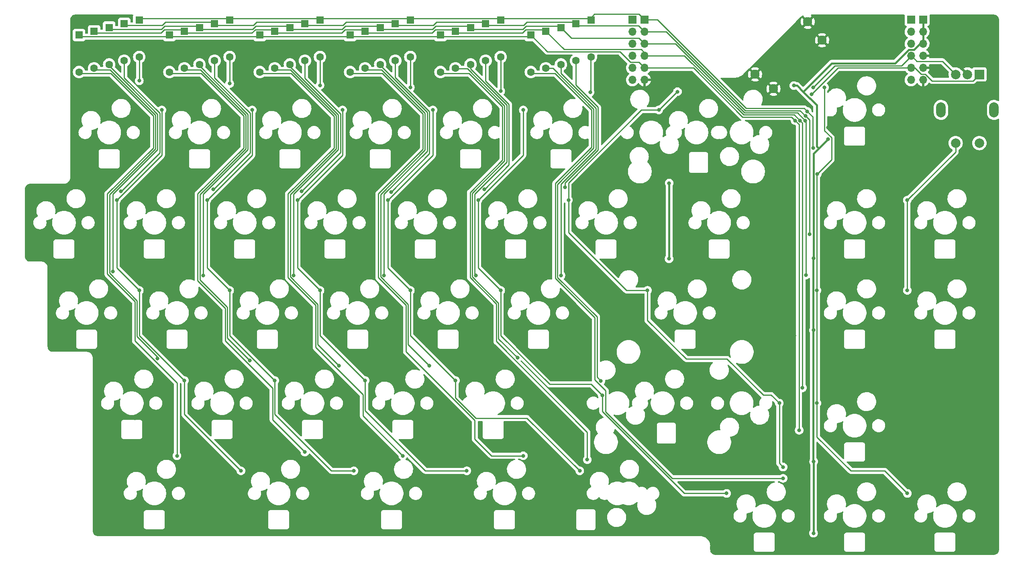
<source format=gtl>
%TF.GenerationSoftware,KiCad,Pcbnew,(6.0.5)*%
%TF.CreationDate,2022-07-21T21:28:30-06:00*%
%TF.ProjectId,kb_right,6b625f72-6967-4687-942e-6b696361645f,rev?*%
%TF.SameCoordinates,Original*%
%TF.FileFunction,Copper,L1,Top*%
%TF.FilePolarity,Positive*%
%FSLAX46Y46*%
G04 Gerber Fmt 4.6, Leading zero omitted, Abs format (unit mm)*
G04 Created by KiCad (PCBNEW (6.0.5)) date 2022-07-21 21:28:30*
%MOMM*%
%LPD*%
G01*
G04 APERTURE LIST*
%TA.AperFunction,ComponentPad*%
%ADD10R,1.600000X1.600000*%
%TD*%
%TA.AperFunction,ComponentPad*%
%ADD11C,1.600000*%
%TD*%
%TA.AperFunction,WasherPad*%
%ADD12O,2.000000X3.200000*%
%TD*%
%TA.AperFunction,ComponentPad*%
%ADD13R,2.000000X2.000000*%
%TD*%
%TA.AperFunction,ComponentPad*%
%ADD14C,2.000000*%
%TD*%
%TA.AperFunction,ComponentPad*%
%ADD15R,1.700000X1.700000*%
%TD*%
%TA.AperFunction,ComponentPad*%
%ADD16O,1.700000X1.700000*%
%TD*%
%TA.AperFunction,ComponentPad*%
%ADD17C,1.950000*%
%TD*%
%TA.AperFunction,ViaPad*%
%ADD18C,0.800000*%
%TD*%
%TA.AperFunction,Conductor*%
%ADD19C,0.381000*%
%TD*%
%TA.AperFunction,Conductor*%
%ADD20C,0.254000*%
%TD*%
G04 APERTURE END LIST*
D10*
%TO.P,D15,1,K*%
%TO.N,/ROW6*%
X153987500Y-34200000D03*
D11*
%TO.P,D15,2,A*%
%TO.N,Net-(D15-Pad2)*%
X153987500Y-42000000D03*
%TD*%
D10*
%TO.P,D11,1,K*%
%TO.N,/ROW6*%
X77787500Y-34200000D03*
D11*
%TO.P,D11,2,A*%
%TO.N,Net-(D11-Pad2)*%
X77787500Y-42000000D03*
%TD*%
D10*
%TO.P,D13,1,K*%
%TO.N,/ROW6*%
X115887500Y-34200000D03*
D11*
%TO.P,D13,2,A*%
%TO.N,Net-(D13-Pad2)*%
X115887500Y-42000000D03*
%TD*%
D10*
%TO.P,D12,1,K*%
%TO.N,/ROW6*%
X96837500Y-34200000D03*
D11*
%TO.P,D12,2,A*%
%TO.N,Net-(D12-Pad2)*%
X96837500Y-42000000D03*
%TD*%
D10*
%TO.P,D37,1,K*%
%TO.N,/ROW9*%
X68262500Y-36581250D03*
D11*
%TO.P,D37,2,A*%
%TO.N,Net-(D37-Pad2)*%
X68262500Y-44381250D03*
%TD*%
D10*
%TO.P,D41,1,K*%
%TO.N,/ROW9*%
X144462500Y-36581250D03*
D11*
%TO.P,D41,2,A*%
%TO.N,Net-(D41-Pad2)*%
X144462500Y-44381250D03*
%TD*%
D10*
%TO.P,D39,1,K*%
%TO.N,/ROW9*%
X106362500Y-36581250D03*
D11*
%TO.P,D39,2,A*%
%TO.N,Net-(D39-Pad2)*%
X106362500Y-44381250D03*
%TD*%
D10*
%TO.P,D5,1,K*%
%TO.N,/ROW5*%
X138112500Y-33406250D03*
D11*
%TO.P,D5,2,A*%
%TO.N,Net-(D5-Pad2)*%
X138112500Y-41206250D03*
%TD*%
D10*
%TO.P,D29,1,K*%
%TO.N,/ROW8*%
X71437500Y-35787500D03*
D11*
%TO.P,D29,2,A*%
%TO.N,Net-(D29-Pad2)*%
X71437500Y-43587500D03*
%TD*%
D10*
%TO.P,D6,1,K*%
%TO.N,/ROW5*%
X157162500Y-33406250D03*
D11*
%TO.P,D6,2,A*%
%TO.N,Net-(D6-Pad2)*%
X157162500Y-41206250D03*
%TD*%
D10*
%TO.P,D33,1,K*%
%TO.N,/ROW8*%
X147637500Y-35787500D03*
D11*
%TO.P,D33,2,A*%
%TO.N,Net-(D33-Pad2)*%
X147637500Y-43587500D03*
%TD*%
D10*
%TO.P,D22,1,K*%
%TO.N,/ROW7*%
X112712500Y-34993750D03*
D11*
%TO.P,D22,2,A*%
%TO.N,Net-(D22-Pad2)*%
X112712500Y-42793750D03*
%TD*%
D10*
%TO.P,D14,1,K*%
%TO.N,/ROW6*%
X134937500Y-34200000D03*
D11*
%TO.P,D14,2,A*%
%TO.N,Net-(D14-Pad2)*%
X134937500Y-42000000D03*
%TD*%
D10*
%TO.P,D40,1,K*%
%TO.N,/ROW9*%
X125412500Y-36581250D03*
D11*
%TO.P,D40,2,A*%
%TO.N,Net-(D40-Pad2)*%
X125412500Y-44381250D03*
%TD*%
D10*
%TO.P,D32,1,K*%
%TO.N,/ROW8*%
X128587500Y-35787500D03*
D11*
%TO.P,D32,2,A*%
%TO.N,Net-(D32-Pad2)*%
X128587500Y-43587500D03*
%TD*%
D10*
%TO.P,D20,1,K*%
%TO.N,/ROW7*%
X74612500Y-34993750D03*
D11*
%TO.P,D20,2,A*%
%TO.N,Net-(D20-Pad2)*%
X74612500Y-42793750D03*
%TD*%
D10*
%TO.P,D30,1,K*%
%TO.N,/ROW8*%
X90487500Y-35787500D03*
D11*
%TO.P,D30,2,A*%
%TO.N,Net-(D30-Pad2)*%
X90487500Y-43587500D03*
%TD*%
D10*
%TO.P,D10,1,K*%
%TO.N,/ROW6*%
X58737500Y-34200000D03*
D11*
%TO.P,D10,2,A*%
%TO.N,Net-(D10-Pad2)*%
X58737500Y-42000000D03*
%TD*%
D10*
%TO.P,D36,1,K*%
%TO.N,/ROW9*%
X49212500Y-36581250D03*
D11*
%TO.P,D36,2,A*%
%TO.N,Net-(D36-Pad2)*%
X49212500Y-44381250D03*
%TD*%
D10*
%TO.P,D19,1,K*%
%TO.N,/ROW7*%
X55562500Y-34993750D03*
D11*
%TO.P,D19,2,A*%
%TO.N,Net-(D19-Pad2)*%
X55562500Y-42793750D03*
%TD*%
D10*
%TO.P,D24,1,K*%
%TO.N,/ROW7*%
X150812500Y-34993750D03*
D11*
%TO.P,D24,2,A*%
%TO.N,Net-(D24-Pad2)*%
X150812500Y-42793750D03*
%TD*%
D10*
%TO.P,D23,1,K*%
%TO.N,/ROW7*%
X131762500Y-34993750D03*
D11*
%TO.P,D23,2,A*%
%TO.N,Net-(D23-Pad2)*%
X131762500Y-42793750D03*
%TD*%
D10*
%TO.P,D2,1,K*%
%TO.N,/ROW5*%
X80962500Y-33406250D03*
D11*
%TO.P,D2,2,A*%
%TO.N,Net-(D2-Pad2)*%
X80962500Y-41206250D03*
%TD*%
D10*
%TO.P,D31,1,K*%
%TO.N,/ROW8*%
X109537500Y-35787500D03*
D11*
%TO.P,D31,2,A*%
%TO.N,Net-(D31-Pad2)*%
X109537500Y-43587500D03*
%TD*%
D10*
%TO.P,D28,1,K*%
%TO.N,/ROW8*%
X52387500Y-35787500D03*
D11*
%TO.P,D28,2,A*%
%TO.N,Net-(D28-Pad2)*%
X52387500Y-43587500D03*
%TD*%
D12*
%TO.P,SW1,*%
%TO.N,*%
X242137500Y-52387500D03*
X230937500Y-52387500D03*
D13*
%TO.P,SW1,A,A*%
%TO.N,/ENC_R1*%
X239037500Y-44887500D03*
D14*
%TO.P,SW1,B,B*%
%TO.N,/ENC_R2*%
X234037500Y-44887500D03*
%TO.P,SW1,C,C*%
%TO.N,GND*%
X236537500Y-44887500D03*
%TO.P,SW1,S1,S1*%
%TO.N,/COL8*%
X234037500Y-59387500D03*
%TO.P,SW1,S2,S2*%
%TO.N,Net-(D44-Pad2)*%
X239037500Y-59387500D03*
%TD*%
D10*
%TO.P,D3,1,K*%
%TO.N,/ROW5*%
X100012500Y-33406250D03*
D11*
%TO.P,D3,2,A*%
%TO.N,Net-(D3-Pad2)*%
X100012500Y-41206250D03*
%TD*%
D10*
%TO.P,D4,1,K*%
%TO.N,/ROW5*%
X119062500Y-33406250D03*
D11*
%TO.P,D4,2,A*%
%TO.N,Net-(D4-Pad2)*%
X119062500Y-41206250D03*
%TD*%
D10*
%TO.P,D21,1,K*%
%TO.N,/ROW7*%
X93662500Y-34993750D03*
D11*
%TO.P,D21,2,A*%
%TO.N,Net-(D21-Pad2)*%
X93662500Y-42793750D03*
%TD*%
D10*
%TO.P,D1,1,K*%
%TO.N,/ROW5*%
X61912500Y-33406250D03*
D11*
%TO.P,D1,2,A*%
%TO.N,Net-(D1-Pad2)*%
X61912500Y-41206250D03*
%TD*%
D10*
%TO.P,D38,1,K*%
%TO.N,/ROW9*%
X87312500Y-36581250D03*
D11*
%TO.P,D38,2,A*%
%TO.N,Net-(D38-Pad2)*%
X87312500Y-44381250D03*
%TD*%
D15*
%TO.P,J4,1,Pin_1*%
%TO.N,/ROW5*%
X168433750Y-33337500D03*
D16*
%TO.P,J4,2,Pin_2*%
%TO.N,/ROW6*%
X168433750Y-35877500D03*
%TO.P,J4,3,Pin_3*%
%TO.N,/ROW7*%
X168433750Y-38417500D03*
%TO.P,J4,4,Pin_4*%
%TO.N,/ROW8*%
X168433750Y-40957500D03*
%TO.P,J4,5,Pin_5*%
%TO.N,/ROW9*%
X168433750Y-43497500D03*
%TO.P,J4,6,Pin_6*%
%TO.N,GND*%
X168433750Y-46037500D03*
%TD*%
D15*
%TO.P,J5,1,Pin_1*%
%TO.N,/COL0*%
X165893750Y-33337500D03*
D16*
%TO.P,J5,2,Pin_2*%
%TO.N,/COL1*%
X165893750Y-35877500D03*
%TO.P,J5,3,Pin_3*%
%TO.N,/COL2*%
X165893750Y-38417500D03*
%TO.P,J5,4,Pin_4*%
%TO.N,/COL3*%
X165893750Y-40957500D03*
%TO.P,J5,5,Pin_5*%
%TO.N,/COL4*%
X165893750Y-43497500D03*
%TO.P,J5,6,Pin_6*%
%TO.N,/COL5*%
X165893750Y-46037500D03*
%TD*%
D15*
%TO.P,J2,1,Pin_1*%
%TO.N,+5V*%
X227171250Y-33337500D03*
D16*
%TO.P,J2,2,Pin_2*%
X227171250Y-35877500D03*
%TO.P,J2,3,Pin_3*%
X227171250Y-38417500D03*
%TO.P,J2,4,Pin_4*%
%TO.N,GND*%
X227171250Y-40957500D03*
%TO.P,J2,5,Pin_5*%
X227171250Y-43497500D03*
%TO.P,J2,6,Pin_6*%
X227171250Y-46037500D03*
%TD*%
D15*
%TO.P,J3,1,Pin_1*%
%TO.N,/COL6*%
X224631250Y-33337500D03*
D16*
%TO.P,J3,2,Pin_2*%
%TO.N,/COL7*%
X224631250Y-35877500D03*
%TO.P,J3,3,Pin_3*%
%TO.N,/COL8*%
X224631250Y-38417500D03*
%TO.P,J3,4,Pin_4*%
%TO.N,/ENC_R2*%
X224631250Y-40957500D03*
%TO.P,J3,5,Pin_5*%
%TO.N,/ENC_R1*%
X224631250Y-43497500D03*
%TO.P,J3,6,Pin_6*%
%TO.N,/RGB_IN*%
X224631250Y-46037500D03*
%TD*%
D17*
%TO.P,J1,S1,SHIELD*%
%TO.N,GND*%
X205879799Y-37670501D03*
%TO.P,J1,S2,SHIELD*%
X195626751Y-47923549D03*
%TO.P,J1,S3,SHIELD*%
X191737664Y-44882990D03*
%TO.P,J1,S4,SHIELD*%
X202839240Y-33781414D03*
%TD*%
D18*
%TO.N,+5V*%
X207137000Y-58547000D03*
X173638879Y-67838921D03*
X204089000Y-126619000D03*
X204061000Y-98897480D03*
X173609000Y-83820000D03*
X204061000Y-83693000D03*
X199933500Y-47244000D03*
X204061020Y-141759980D03*
%TO.N,GND*%
X76200000Y-97155000D03*
X177800000Y-119856250D03*
X223520000Y-56515000D03*
X233680000Y-107315000D03*
X208280000Y-112395000D03*
X68262500Y-120650000D03*
X121920000Y-71755000D03*
X180181250Y-80168750D03*
X101600000Y-56515000D03*
X86360000Y-112395000D03*
X137160000Y-107315000D03*
X71120000Y-107315000D03*
X198120000Y-102235000D03*
X223520000Y-107315000D03*
X238760000Y-142875000D03*
X91440000Y-66675000D03*
X76200000Y-117475000D03*
X177800000Y-92075000D03*
X59531250Y-100012500D03*
X111760000Y-107315000D03*
X107156250Y-138112500D03*
X53975000Y-82550000D03*
X233680000Y-122555000D03*
X81280000Y-132715000D03*
X198120000Y-117475000D03*
X162560000Y-51435000D03*
X132080000Y-107315000D03*
X187960000Y-66675000D03*
X87312500Y-120650000D03*
X137160000Y-86995000D03*
X228600000Y-86995000D03*
X101600000Y-86995000D03*
X55880000Y-137795000D03*
X233680000Y-51435000D03*
X203200000Y-36195000D03*
X76200000Y-127635000D03*
X76200000Y-107315000D03*
X168275000Y-82550000D03*
X223520000Y-66675000D03*
X228600000Y-127635000D03*
X135128000Y-100012500D03*
X144462500Y-120650000D03*
X162560000Y-92075000D03*
X228600000Y-51435000D03*
X215900000Y-84931250D03*
X238760000Y-117475000D03*
X228600000Y-132715000D03*
X71120000Y-66675000D03*
X218440000Y-41275000D03*
X213360000Y-66675000D03*
X101600000Y-132715000D03*
X81280000Y-117475000D03*
X182880000Y-86995000D03*
X96520000Y-107315000D03*
X60960000Y-127635000D03*
X223520000Y-117475000D03*
X193040000Y-102235000D03*
X86360000Y-66675000D03*
X238379000Y-83947000D03*
X157480000Y-92075000D03*
X60960000Y-86995000D03*
X228600000Y-76835000D03*
X182880000Y-66675000D03*
X228600000Y-112395000D03*
X111760000Y-97155000D03*
X91440000Y-127635000D03*
X127000000Y-66675000D03*
X198151675Y-44758094D03*
X170656250Y-123825000D03*
X66040000Y-86995000D03*
X192087500Y-82550000D03*
X152400000Y-132715000D03*
X50800000Y-86995000D03*
X147320000Y-51435000D03*
X205581250Y-123825000D03*
X177800000Y-137795000D03*
X193040000Y-92075000D03*
X91440000Y-86995000D03*
X218440000Y-66675000D03*
X91440000Y-97155000D03*
X106680000Y-117475000D03*
X162560000Y-97155000D03*
X198120000Y-112395000D03*
X142240000Y-112395000D03*
X218440000Y-97155000D03*
X207168750Y-56098500D03*
X101600000Y-112395000D03*
X71120000Y-51435000D03*
X198120000Y-71755000D03*
X66040000Y-97155000D03*
X127000000Y-86995000D03*
X223520000Y-61595000D03*
X137160000Y-127635000D03*
X152400000Y-86995000D03*
X106362500Y-120650000D03*
X193040000Y-122555000D03*
X66040000Y-112395000D03*
X198120000Y-92075000D03*
X182880000Y-71755000D03*
X157480000Y-86995000D03*
X182880000Y-137795000D03*
X147320000Y-107315000D03*
X198120000Y-97155000D03*
X121920000Y-117475000D03*
X208280000Y-107315000D03*
X60325000Y-61912500D03*
X106680000Y-112395000D03*
X50800000Y-92075000D03*
X86360000Y-117475000D03*
X238760000Y-56515000D03*
X49212500Y-63500000D03*
X142240000Y-66675000D03*
X238760000Y-41275000D03*
X152400000Y-102235000D03*
X86360000Y-86995000D03*
X60960000Y-122555000D03*
X238760000Y-76835000D03*
X228600000Y-97155000D03*
X162560000Y-127635000D03*
X157480000Y-66675000D03*
X132080000Y-66675000D03*
X187960000Y-92075000D03*
X233680000Y-112395000D03*
X152400000Y-137795000D03*
X223520000Y-97155000D03*
X96520000Y-97155000D03*
X208280000Y-132715000D03*
X218440000Y-61595000D03*
X233680000Y-41275000D03*
X101600000Y-71755000D03*
X45720000Y-86995000D03*
X83343750Y-138112500D03*
X116840000Y-97155000D03*
X98425000Y-61912500D03*
X238760000Y-66675000D03*
X187960000Y-122555000D03*
X55880000Y-97155000D03*
X127000000Y-51435000D03*
X238760000Y-86995000D03*
X223520000Y-112395000D03*
X130968750Y-138112500D03*
X193040000Y-107315000D03*
X73025000Y-82550000D03*
X157480000Y-127635000D03*
X55880000Y-132715000D03*
X106680000Y-92075000D03*
X233680000Y-36195000D03*
X193040000Y-132715000D03*
X169068750Y-100012500D03*
X117475000Y-61912500D03*
X91440000Y-51435000D03*
X193040000Y-71755000D03*
X60960000Y-107315000D03*
X238760000Y-36195000D03*
X55880000Y-66675000D03*
X213360000Y-112395000D03*
X121920000Y-112395000D03*
X223520000Y-137795000D03*
X208280000Y-66675000D03*
X223043750Y-100012500D03*
X55880000Y-122555000D03*
X111760000Y-51435000D03*
X181768750Y-59531250D03*
X86360000Y-127635000D03*
X132080000Y-97155000D03*
X220662500Y-125412500D03*
X200025000Y-100012500D03*
X218440000Y-107315000D03*
X213360000Y-107315000D03*
X182880000Y-97155000D03*
X57658000Y-117602000D03*
X238760000Y-107315000D03*
X167640000Y-86995000D03*
X101600000Y-122555000D03*
X106680000Y-86995000D03*
X152400000Y-112395000D03*
X92075000Y-82550000D03*
X228600000Y-117475000D03*
X223520000Y-51435000D03*
X111125000Y-82550000D03*
X66040000Y-117475000D03*
X81280000Y-76835000D03*
X157480000Y-76835000D03*
X182880000Y-102235000D03*
X167640000Y-92075000D03*
X238760000Y-51435000D03*
X60960000Y-117475000D03*
X121920000Y-97155000D03*
X147320000Y-137795000D03*
X81280000Y-56515000D03*
X116681250Y-100012500D03*
X185737500Y-142875000D03*
X167640000Y-107315000D03*
X223837500Y-142875000D03*
X66040000Y-66675000D03*
X45720000Y-97155000D03*
X111760000Y-127635000D03*
X233680000Y-86995000D03*
X79375000Y-61912500D03*
X198120000Y-122555000D03*
X193040000Y-97155000D03*
X81280000Y-86995000D03*
X177800000Y-86995000D03*
X121920000Y-86995000D03*
X152400000Y-107315000D03*
X228600000Y-107315000D03*
X86360000Y-97155000D03*
X127000000Y-92075000D03*
X198120000Y-76835000D03*
X187960000Y-97155000D03*
X78581250Y-100012500D03*
X97631250Y-100012500D03*
X228600000Y-61595000D03*
X172720000Y-86995000D03*
X152400000Y-82550000D03*
X121920000Y-66675000D03*
X111760000Y-66675000D03*
X125412500Y-120650000D03*
X101600000Y-66675000D03*
X147320000Y-117475000D03*
X238760000Y-122555000D03*
X136525000Y-61912500D03*
X101600000Y-97155000D03*
X238760000Y-127635000D03*
X142240000Y-86995000D03*
X71120000Y-86995000D03*
X228600000Y-56515000D03*
X121920000Y-132715000D03*
X101600000Y-117475000D03*
X91440000Y-76835000D03*
X127000000Y-117475000D03*
X147320000Y-86995000D03*
X91440000Y-107315000D03*
X147320000Y-66675000D03*
X127000000Y-132715000D03*
X220662500Y-82550000D03*
X238760000Y-102235000D03*
X208280000Y-97155000D03*
X152400000Y-122555000D03*
X213360000Y-61595000D03*
X177800000Y-122555000D03*
X116840000Y-107315000D03*
X204787500Y-142875000D03*
X76200000Y-132715000D03*
X233680000Y-56515000D03*
X95250000Y-117475000D03*
X198120000Y-107315000D03*
X167640000Y-97155000D03*
X130175000Y-82550000D03*
X233680000Y-66675000D03*
X213360000Y-92075000D03*
X106680000Y-66675000D03*
X187960000Y-132715000D03*
%TO.N,/ROW5*%
X203962000Y-60387500D03*
X202747060Y-52702711D03*
%TO.N,Net-(D1-Pad2)*%
X61912500Y-46234261D03*
%TO.N,Net-(D2-Pad2)*%
X80962500Y-46831250D03*
%TO.N,Net-(D3-Pad2)*%
X100012500Y-47176899D03*
%TO.N,Net-(D4-Pad2)*%
X119062500Y-47630419D03*
%TO.N,Net-(D5-Pad2)*%
X138112500Y-48418750D03*
%TO.N,Net-(D6-Pad2)*%
X156972000Y-48641000D03*
%TO.N,/ROW6*%
X203230750Y-78643750D03*
X202364871Y-53643317D03*
%TO.N,Net-(D10-Pad2)*%
X58001536Y-69558536D03*
%TO.N,Net-(D11-Pad2)*%
X77496036Y-69114036D03*
%TO.N,Net-(D12-Pad2)*%
X96101536Y-69558536D03*
%TO.N,Net-(D13-Pad2)*%
X114976911Y-69733161D03*
%TO.N,Net-(D14-Pad2)*%
X134646036Y-69114036D03*
%TO.N,Net-(D15-Pad2)*%
X151673500Y-68707000D03*
%TO.N,/ROW7*%
X202439000Y-87250000D03*
X202339626Y-54645500D03*
%TO.N,Net-(D19-Pad2)*%
X56356250Y-86518750D03*
%TO.N,Net-(D20-Pad2)*%
X75406250Y-87312500D03*
%TO.N,Net-(D21-Pad2)*%
X94456250Y-87312500D03*
%TO.N,Net-(D22-Pad2)*%
X113506250Y-87312500D03*
%TO.N,Net-(D23-Pad2)*%
X132842000Y-87312500D03*
%TO.N,Net-(D24-Pad2)*%
X150812500Y-87312500D03*
%TO.N,/ROW8*%
X201740500Y-111062500D03*
X201239790Y-54645500D03*
%TO.N,Net-(D28-Pad2)*%
X65764411Y-104891839D03*
%TO.N,Net-(D29-Pad2)*%
X85211286Y-105288714D03*
%TO.N,Net-(D30-Pad2)*%
X103981250Y-106362500D03*
%TO.N,Net-(D31-Pad2)*%
X123031250Y-106362500D03*
%TO.N,Net-(D33-Pad2)*%
X159242818Y-109604739D03*
%TO.N,/ROW9*%
X200192651Y-54645500D03*
X201041000Y-120015000D03*
%TO.N,Net-(D36-Pad2)*%
X69850000Y-125412500D03*
%TO.N,Net-(D37-Pad2)*%
X96837500Y-124618750D03*
%TO.N,Net-(D38-Pad2)*%
X117475000Y-125412500D03*
%TO.N,Net-(D39-Pad2)*%
X142875000Y-125412500D03*
%TO.N,Net-(D40-Pad2)*%
X156368750Y-126232440D03*
%TO.N,Net-(D41-Pad2)*%
X197643750Y-130175000D03*
%TO.N,/ENC_R1*%
X203622504Y-49107496D03*
%TO.N,/ENC_R2*%
X203962738Y-47625000D03*
%TO.N,/COL1*%
X57150000Y-71437500D03*
X83343750Y-128587500D03*
X66675000Y-52387500D03*
X61912500Y-90487500D03*
X71437500Y-109537500D03*
%TO.N,/COL2*%
X76200000Y-71437500D03*
X90487500Y-109537500D03*
X107156250Y-128587500D03*
X80962500Y-90487500D03*
X85725000Y-52387500D03*
%TO.N,/COL3*%
X104775000Y-52387500D03*
X109537500Y-109537500D03*
X100012500Y-90487500D03*
X95250000Y-71437500D03*
X130968750Y-128587500D03*
%TO.N,/COL4*%
X119062500Y-90487500D03*
X123825000Y-52387500D03*
X154781250Y-128587500D03*
X128587500Y-109537500D03*
X114300000Y-71437500D03*
%TO.N,/COL5*%
X159512000Y-112649000D03*
X138112500Y-90487500D03*
X133350000Y-71437500D03*
X185737500Y-133350000D03*
X142875000Y-52387500D03*
%TO.N,/COL6*%
X171450000Y-52387500D03*
X152400000Y-71437500D03*
X196850000Y-114300000D03*
X175387000Y-48537459D03*
X169068750Y-90487500D03*
X197643750Y-127793750D03*
%TO.N,/COL7*%
X206366500Y-47625000D03*
X204851000Y-65913000D03*
X223837500Y-133350000D03*
X204787500Y-90487500D03*
X204787500Y-114300000D03*
%TO.N,/COL8*%
X223837500Y-71437500D03*
X223837500Y-90487500D03*
%TO.N,Net-(D32-Pad2)*%
X141674214Y-104705786D03*
%TD*%
D19*
%TO.N,+5V*%
X204089000Y-141732000D02*
X204061020Y-141759980D01*
X204061000Y-98897480D02*
X203997489Y-98960991D01*
X207137000Y-58547000D02*
X205168500Y-60515500D01*
X224177598Y-39657511D02*
X225269913Y-39657511D01*
X204724000Y-60071000D02*
X205168500Y-60515500D01*
X203997489Y-83756511D02*
X203997489Y-98833969D01*
X173638879Y-67838921D02*
X173638879Y-83790121D01*
X224177598Y-39657511D02*
X221308149Y-42526960D01*
X207917040Y-42526960D02*
X201909546Y-48534454D01*
X203997489Y-126527489D02*
X204089000Y-126619000D01*
X200619092Y-47244000D02*
X201909546Y-48534454D01*
X227171250Y-35877500D02*
X227171250Y-33337500D01*
X226509924Y-38417500D02*
X227171250Y-38417500D01*
X205168500Y-60515500D02*
X204061000Y-61623000D01*
X204061000Y-83693000D02*
X203997489Y-83756511D01*
X227171250Y-38417500D02*
X227171250Y-35877500D01*
X173638879Y-83790121D02*
X173609000Y-83820000D01*
X221308149Y-42526960D02*
X207917040Y-42526960D01*
X199933500Y-47244000D02*
X200619092Y-47244000D01*
X203997489Y-98833969D02*
X204061000Y-98897480D01*
X203997489Y-98960991D02*
X203997489Y-126527489D01*
X225269913Y-39657511D02*
X226509924Y-38417500D01*
X204724000Y-51348908D02*
X204724000Y-60071000D01*
X204061000Y-61623000D02*
X204061000Y-83693000D01*
X201909546Y-48534454D02*
X204724000Y-51348908D01*
X204089000Y-126619000D02*
X204089000Y-141732000D01*
D20*
%TO.N,/ROW5*%
X138112500Y-33406250D02*
X137779739Y-33073489D01*
X202109870Y-52065521D02*
X189873269Y-52065521D01*
X157162500Y-33406250D02*
X156829739Y-33073489D01*
X80962500Y-33406250D02*
X80629739Y-33073489D01*
X203892000Y-60317500D02*
X203962000Y-60387500D01*
X119062500Y-33406250D02*
X118729739Y-33073489D01*
X118729739Y-33073489D02*
X100345261Y-33073489D01*
X168433750Y-33337500D02*
X167257239Y-32160989D01*
X202747060Y-52702711D02*
X202109870Y-52065521D01*
X156829739Y-33073489D02*
X138445261Y-33073489D01*
X62245261Y-33073489D02*
X61912500Y-33406250D01*
X99679739Y-33073489D02*
X81295261Y-33073489D01*
X171145248Y-33337500D02*
X168433750Y-33337500D01*
X157882761Y-32160989D02*
X156637500Y-33406250D01*
X167257239Y-32160989D02*
X157882761Y-32160989D01*
X137779739Y-33073489D02*
X119395261Y-33073489D01*
X100345261Y-33073489D02*
X100012500Y-33406250D01*
X100012500Y-33406250D02*
X99679739Y-33073489D01*
X80629739Y-33073489D02*
X62245261Y-33073489D01*
X81295261Y-33073489D02*
X80962500Y-33406250D01*
X119395261Y-33073489D02*
X119062500Y-33406250D01*
X203892000Y-53847651D02*
X203892000Y-60317500D01*
X138445261Y-33073489D02*
X138112500Y-33406250D01*
X189873269Y-52065521D02*
X171145248Y-33337500D01*
X202747060Y-52702711D02*
X203892000Y-53847651D01*
%TO.N,Net-(D1-Pad2)*%
X61912500Y-41206250D02*
X61912500Y-46234261D01*
%TO.N,Net-(D2-Pad2)*%
X80962500Y-41206250D02*
X80962500Y-46831250D01*
%TO.N,Net-(D3-Pad2)*%
X100012500Y-41206250D02*
X100012500Y-47176899D01*
%TO.N,Net-(D4-Pad2)*%
X119062500Y-41206250D02*
X119062500Y-47630419D01*
%TO.N,Net-(D5-Pad2)*%
X138112500Y-48418750D02*
X138112500Y-41206250D01*
%TO.N,Net-(D6-Pad2)*%
X156972000Y-48641000D02*
X157099000Y-48514000D01*
X157099000Y-48514000D02*
X157099000Y-41269750D01*
X157099000Y-41269750D02*
X157162500Y-41206250D01*
%TO.N,/ROW6*%
X143640741Y-33867239D02*
X153654739Y-33867239D01*
X153654739Y-33867239D02*
X153987500Y-34200000D01*
X66775219Y-34532761D02*
X67440741Y-33867239D01*
X142975219Y-34532761D02*
X143640741Y-33867239D01*
X78120261Y-34532761D02*
X85977491Y-34532761D01*
X189685415Y-52519041D02*
X173043874Y-35877500D01*
X203230750Y-54509196D02*
X203230750Y-78643750D01*
X116220261Y-34532761D02*
X123925219Y-34532761D01*
X123925219Y-34532761D02*
X124590741Y-33867239D01*
X134604739Y-33867239D02*
X134937500Y-34200000D01*
X168433750Y-35877500D02*
X167163750Y-34607500D01*
X96504739Y-33867239D02*
X96837500Y-34200000D01*
X77787500Y-34200000D02*
X78120261Y-34532761D01*
X202364871Y-53643317D02*
X203230750Y-54509196D01*
X201240595Y-52519041D02*
X189685415Y-52519041D01*
X96837500Y-34200000D02*
X97181500Y-34544000D01*
X115887500Y-34200000D02*
X116220261Y-34532761D01*
X97181500Y-34544000D02*
X104863980Y-34544000D01*
X86643013Y-33867239D02*
X96504739Y-33867239D01*
X154395000Y-34607500D02*
X153987500Y-34200000D01*
X134937500Y-34200000D02*
X135270261Y-34532761D01*
X115554739Y-33867239D02*
X115887500Y-34200000D01*
X202364871Y-53643317D02*
X201240595Y-52519041D01*
X167163750Y-34607500D02*
X154395000Y-34607500D01*
X105540741Y-33867239D02*
X115554739Y-33867239D01*
X135270261Y-34532761D02*
X142975219Y-34532761D01*
X104863980Y-34544000D02*
X105540741Y-33867239D01*
X77454739Y-33867239D02*
X77787500Y-34200000D01*
X173043874Y-35877500D02*
X168433750Y-35877500D01*
X58737500Y-34200000D02*
X59070261Y-34532761D01*
X124590741Y-33867239D02*
X134604739Y-33867239D01*
X67440741Y-33867239D02*
X77454739Y-33867239D01*
X59070261Y-34532761D02*
X66775219Y-34532761D01*
X85977491Y-34532761D02*
X86643013Y-33867239D01*
%TO.N,Net-(D10-Pad2)*%
X58076464Y-69558536D02*
X58001536Y-69558536D01*
X58737500Y-45602020D02*
X66221480Y-53086000D01*
X66221480Y-53086000D02*
X66221480Y-61413520D01*
X66221480Y-61413520D02*
X58076464Y-69558536D01*
X58737500Y-42000000D02*
X58737500Y-45602020D01*
%TO.N,Net-(D11-Pad2)*%
X77787500Y-45602020D02*
X85271480Y-53086000D01*
X85271480Y-53086000D02*
X85271480Y-61413520D01*
X85271480Y-61413520D02*
X77570964Y-69114036D01*
X77787500Y-42000000D02*
X77787500Y-45602020D01*
X77570964Y-69114036D02*
X77496036Y-69114036D01*
%TO.N,Net-(D12-Pad2)*%
X104321480Y-53213000D02*
X104321480Y-61338592D01*
X96837500Y-42000000D02*
X96837500Y-45729020D01*
X96837500Y-45729020D02*
X104321480Y-53213000D01*
X104321480Y-61338592D02*
X96101536Y-69558536D01*
%TO.N,Net-(D13-Pad2)*%
X123063000Y-61647072D02*
X123063000Y-52705000D01*
X115887500Y-45529500D02*
X115887500Y-42000000D01*
X123063000Y-52705000D02*
X115887500Y-45529500D01*
X114976911Y-69733161D02*
X123063000Y-61647072D01*
%TO.N,Net-(D14-Pad2)*%
X139827000Y-51160693D02*
X139827000Y-64008000D01*
X134937500Y-46271193D02*
X139827000Y-51160693D01*
X134937500Y-42000000D02*
X134937500Y-46271193D01*
X134720964Y-69114036D02*
X134646036Y-69114036D01*
X139827000Y-64008000D02*
X134720964Y-69114036D01*
%TO.N,Net-(D15-Pad2)*%
X151673500Y-67782500D02*
X158623000Y-60833000D01*
X158623000Y-51816000D02*
X153924000Y-47117000D01*
X151673500Y-68707000D02*
X151673500Y-67782500D01*
X153924000Y-47117000D02*
X153924000Y-42063500D01*
X158623000Y-60833000D02*
X158623000Y-51816000D01*
X153924000Y-42063500D02*
X153987500Y-42000000D01*
%TO.N,/ROW7*%
X168433750Y-38417500D02*
X167257239Y-37240989D01*
X67288365Y-34660989D02*
X74279739Y-34660989D01*
X55562500Y-34993750D02*
X55895261Y-35326511D01*
X104722843Y-35326511D02*
X105388365Y-34660989D01*
X202339626Y-54645500D02*
X202439000Y-54744874D01*
X124438365Y-34660989D02*
X131429739Y-34660989D01*
X55895261Y-35326511D02*
X66622843Y-35326511D01*
X123772843Y-35326511D02*
X124438365Y-34660989D01*
X93995261Y-35326511D02*
X104722843Y-35326511D01*
X85825115Y-35326511D02*
X86490637Y-34660989D01*
X131762500Y-34993750D02*
X132095261Y-35326511D01*
X174942500Y-38417500D02*
X168433750Y-38417500D01*
X112379739Y-34660989D02*
X112712500Y-34993750D01*
X86490637Y-34660989D02*
X93329739Y-34660989D01*
X142822843Y-35326511D02*
X143488365Y-34660989D01*
X74945261Y-35326511D02*
X85825115Y-35326511D01*
X132095261Y-35326511D02*
X142822843Y-35326511D01*
X74279739Y-34660989D02*
X74612500Y-34993750D01*
X74612500Y-34993750D02*
X74945261Y-35326511D01*
X150479739Y-34660989D02*
X150812500Y-34993750D01*
X202339626Y-54645500D02*
X200666687Y-52972561D01*
X112712500Y-34993750D02*
X113045261Y-35326511D01*
X105388365Y-34660989D02*
X112379739Y-34660989D01*
X66622843Y-35326511D02*
X67288365Y-34660989D01*
X167257239Y-37240989D02*
X153059739Y-37240989D01*
X113045261Y-35326511D02*
X123772843Y-35326511D01*
X93662500Y-34993750D02*
X93995261Y-35326511D01*
X153059739Y-37240989D02*
X150812500Y-34993750D01*
X131429739Y-34660989D02*
X131762500Y-34993750D01*
X189497561Y-52972561D02*
X174942500Y-38417500D01*
X200666687Y-52972561D02*
X189497561Y-52972561D01*
X202439000Y-54744874D02*
X202439000Y-87250000D01*
X143488365Y-34660989D02*
X150479739Y-34660989D01*
X93329739Y-34660989D02*
X93662500Y-34993750D01*
%TO.N,Net-(D19-Pad2)*%
X55562500Y-43068394D02*
X60158553Y-47664447D01*
X65767960Y-53273854D02*
X65767960Y-57277000D01*
X57551314Y-68981315D02*
X56356250Y-70176379D01*
X55562500Y-42793750D02*
X55562500Y-43068394D01*
X56356250Y-70176379D02*
X56356250Y-86518750D01*
X65767960Y-60764669D02*
X57551314Y-68981315D01*
X65767960Y-57277000D02*
X65767960Y-60764669D01*
X60158553Y-47664447D02*
X65767960Y-53273854D01*
%TO.N,Net-(D20-Pad2)*%
X84817960Y-53273854D02*
X74612500Y-43068394D01*
X75406250Y-87312500D02*
X75406250Y-70176379D01*
X75406250Y-70176379D02*
X84817960Y-60764669D01*
X74612500Y-43068394D02*
X74612500Y-42793750D01*
X84817960Y-60764669D02*
X84817960Y-53273854D01*
%TO.N,Net-(D21-Pad2)*%
X103867960Y-60764669D02*
X95714814Y-68917815D01*
X95714814Y-68917815D02*
X94456250Y-70176379D01*
X93662500Y-43195394D02*
X97560053Y-47092947D01*
X94456250Y-70176379D02*
X94456250Y-87312500D01*
X93662500Y-42793750D02*
X93662500Y-43195394D01*
X97560053Y-47092947D02*
X103867960Y-53400854D01*
X103867960Y-58293000D02*
X103867960Y-60764669D01*
X103867960Y-53400854D02*
X103867960Y-58293000D01*
%TO.N,Net-(D22-Pad2)*%
X122609480Y-52892854D02*
X112712500Y-42995874D01*
X113506250Y-70176379D02*
X122609480Y-61073149D01*
X122609480Y-61073149D02*
X122609480Y-52892854D01*
X113506250Y-87312500D02*
X113506250Y-70176379D01*
X112712500Y-42995874D02*
X112712500Y-42793750D01*
%TO.N,Net-(D23-Pad2)*%
X132588000Y-87058500D02*
X132588000Y-70144629D01*
X131762500Y-43737567D02*
X131762500Y-42793750D01*
X132588000Y-70144629D02*
X139373480Y-63359149D01*
X139373480Y-63359149D02*
X139373480Y-51348547D01*
X132842000Y-87312500D02*
X132588000Y-87058500D01*
X139373480Y-51348547D02*
X131762500Y-43737567D01*
%TO.N,Net-(D24-Pad2)*%
X158169480Y-52003854D02*
X158169480Y-60645146D01*
X150812500Y-44646874D02*
X158169480Y-52003854D01*
X158169480Y-60645146D02*
X150812500Y-68002126D01*
X150812500Y-68002126D02*
X150812500Y-87312500D01*
X150812500Y-42793750D02*
X150812500Y-44646874D01*
%TO.N,/ROW8*%
X123620467Y-36120261D02*
X124285989Y-35454739D01*
X176841126Y-40957500D02*
X169068750Y-40957500D01*
X90820261Y-36120261D02*
X104570467Y-36120261D01*
X201712489Y-111034489D02*
X201712489Y-55118199D01*
X167735250Y-39624000D02*
X151474000Y-39624000D01*
X104570467Y-36120261D02*
X105257728Y-35433000D01*
X52387500Y-35787500D02*
X52720261Y-36120261D01*
X143335989Y-35454739D02*
X147304739Y-35454739D01*
X142670467Y-36120261D02*
X143335989Y-35454739D01*
X71437500Y-35787500D02*
X71770261Y-36120261D01*
X169068750Y-40957500D02*
X167735250Y-39624000D01*
X67135989Y-35454739D02*
X71104739Y-35454739D01*
X71770261Y-36120261D02*
X85672739Y-36120261D01*
X128920261Y-36120261D02*
X142670467Y-36120261D01*
X189309707Y-53426081D02*
X176841126Y-40957500D01*
X86360000Y-35433000D02*
X90133000Y-35433000D01*
X128254739Y-35454739D02*
X128587500Y-35787500D01*
X201712489Y-55118199D02*
X201239790Y-54645500D01*
X147304739Y-35454739D02*
X147637500Y-35787500D01*
X109537500Y-35787500D02*
X109870261Y-36120261D01*
X52720261Y-36120261D02*
X66470467Y-36120261D01*
X128587500Y-35787500D02*
X128920261Y-36120261D01*
X151474000Y-39624000D02*
X147637500Y-35787500D01*
X109870261Y-36120261D02*
X123620467Y-36120261D01*
X201740500Y-111062500D02*
X201712489Y-111034489D01*
X201239790Y-54645500D02*
X200020371Y-53426081D01*
X124285989Y-35454739D02*
X128254739Y-35454739D01*
X90133000Y-35433000D02*
X90487500Y-35787500D01*
X71104739Y-35454739D02*
X71437500Y-35787500D01*
X200020371Y-53426081D02*
X189309707Y-53426081D01*
X105257728Y-35433000D02*
X109183000Y-35433000D01*
X109183000Y-35433000D02*
X109537500Y-35787500D01*
X90487500Y-35787500D02*
X90820261Y-36120261D01*
X66470467Y-36120261D02*
X67135989Y-35454739D01*
X85672739Y-36120261D02*
X86360000Y-35433000D01*
%TO.N,Net-(D28-Pad2)*%
X61458980Y-100200354D02*
X61458980Y-92648923D01*
X65764411Y-104505785D02*
X61458980Y-100200354D01*
X55772993Y-43920261D02*
X52720261Y-43920261D01*
X65314440Y-53461708D02*
X55772993Y-43920261D01*
X55629739Y-86819682D02*
X55629739Y-70261516D01*
X65764411Y-104891839D02*
X65764411Y-104505785D01*
X55629739Y-70261516D02*
X65314440Y-60576815D01*
X52720261Y-43920261D02*
X52387500Y-43587500D01*
X65314440Y-60576815D02*
X65314440Y-53461708D01*
X61458980Y-92648923D02*
X55629739Y-86819682D01*
%TO.N,Net-(D29-Pad2)*%
X80381980Y-93980000D02*
X80391000Y-93980000D01*
X80391000Y-93980000D02*
X80508980Y-94097980D01*
X80508980Y-100586408D02*
X85211286Y-105288714D01*
X84364440Y-60576815D02*
X74679739Y-70261516D01*
X71437500Y-43587500D02*
X71770261Y-43920261D01*
X74822993Y-43920261D02*
X84364440Y-53461708D01*
X84364440Y-53461708D02*
X84364440Y-60576815D01*
X74679739Y-70261516D02*
X74679739Y-88277759D01*
X71770261Y-43920261D02*
X74822993Y-43920261D01*
X80508980Y-94097980D02*
X80508980Y-100586408D01*
X74679739Y-88277759D02*
X80381980Y-93980000D01*
%TO.N,Net-(D30-Pad2)*%
X93729739Y-70261516D02*
X93729739Y-87613432D01*
X103414440Y-60576815D02*
X93729739Y-70261516D01*
X90487500Y-43587500D02*
X90820261Y-43920261D01*
X99558980Y-101940230D02*
X103981250Y-106362500D01*
X90820261Y-43920261D02*
X93745993Y-43920261D01*
X99558980Y-93442673D02*
X99558980Y-101940230D01*
X93745993Y-43920261D02*
X103414440Y-53588708D01*
X93729739Y-87613432D02*
X99558980Y-93442673D01*
X103414440Y-53588708D02*
X103414440Y-60576815D01*
%TO.N,Net-(D31-Pad2)*%
X112779739Y-87613432D02*
X112779739Y-70261516D01*
X122155960Y-60885295D02*
X122155960Y-53080708D01*
X109870261Y-43920261D02*
X109537500Y-43587500D01*
X122155960Y-53080708D02*
X112995513Y-43920261D01*
X112995513Y-43920261D02*
X109870261Y-43920261D01*
X112779739Y-70261516D02*
X122155960Y-60885295D01*
X118608980Y-101940230D02*
X118608980Y-93442673D01*
X118608980Y-93442673D02*
X112779739Y-87613432D01*
X123031250Y-106362500D02*
X118608980Y-101940230D01*
%TO.N,Net-(D33-Pad2)*%
X150085989Y-87728989D02*
X150085989Y-68087263D01*
X157715960Y-52191708D02*
X149111752Y-43587500D01*
X158405229Y-96048229D02*
X150085989Y-87728989D01*
X157715960Y-60457292D02*
X157715960Y-52191708D01*
X159242818Y-109604739D02*
X158405229Y-108767150D01*
X158405229Y-108767150D02*
X158405229Y-96048229D01*
X149111752Y-43587500D02*
X147112500Y-43587500D01*
X150085989Y-68087263D02*
X157715960Y-60457292D01*
%TO.N,/ROW9*%
X201013989Y-119987989D02*
X201013989Y-55466838D01*
X165479239Y-42320989D02*
X163235770Y-40077520D01*
X178739752Y-43497500D02*
X168433750Y-43497500D01*
X125745261Y-36914011D02*
X144129739Y-36914011D01*
X125079739Y-36914011D02*
X125412500Y-36581250D01*
X67929739Y-36914011D02*
X68262500Y-36581250D01*
X163235770Y-40077520D02*
X147958770Y-40077520D01*
X106029739Y-36914011D02*
X106362500Y-36581250D01*
X49212500Y-36581250D02*
X49545261Y-36914011D01*
X86979739Y-36914011D02*
X87312500Y-36581250D01*
X68595261Y-36914011D02*
X86979739Y-36914011D01*
X201013989Y-55466838D02*
X200192651Y-54645500D01*
X144129739Y-36914011D02*
X144462500Y-36581250D01*
X49545261Y-36914011D02*
X67929739Y-36914011D01*
X201041000Y-120015000D02*
X201013989Y-119987989D01*
X168433750Y-43497500D02*
X167257239Y-42320989D01*
X106695261Y-36914011D02*
X125079739Y-36914011D01*
X106362500Y-36581250D02*
X106695261Y-36914011D01*
X189121853Y-53879601D02*
X178739752Y-43497500D01*
X87312500Y-36581250D02*
X87645261Y-36914011D01*
X68262500Y-36581250D02*
X68595261Y-36914011D01*
X125412500Y-36581250D02*
X125745261Y-36914011D01*
X199426752Y-53879601D02*
X189121853Y-53879601D01*
X167257239Y-42320989D02*
X165479239Y-42320989D01*
X147958770Y-40077520D02*
X144462500Y-36581250D01*
X87645261Y-36914011D02*
X106029739Y-36914011D01*
X200192651Y-54645500D02*
X199426752Y-53879601D01*
%TO.N,Net-(D36-Pad2)*%
X61005460Y-101160331D02*
X61005460Y-92836777D01*
X64860920Y-60388961D02*
X64860920Y-53649562D01*
X55925369Y-44714011D02*
X49545261Y-44714011D01*
X61005460Y-92836777D02*
X55176219Y-87007536D01*
X69850000Y-125412500D02*
X69850000Y-110004871D01*
X69850000Y-110004871D02*
X61005460Y-101160331D01*
X55176219Y-70073662D02*
X64860920Y-60388961D01*
X55176219Y-87007536D02*
X55176219Y-70073662D01*
X49545261Y-44714011D02*
X49212500Y-44381250D01*
X64860920Y-53649562D02*
X55925369Y-44714011D01*
%TO.N,Net-(D37-Pad2)*%
X83910920Y-53649562D02*
X74965358Y-44704000D01*
X83910920Y-60388961D02*
X83910920Y-53649562D01*
X71904117Y-44714011D02*
X68595261Y-44714011D01*
X71914128Y-44704000D02*
X71904117Y-44714011D01*
X80055460Y-94294854D02*
X74226219Y-88465613D01*
X90033980Y-117815230D02*
X90033980Y-111138851D01*
X96837500Y-124618750D02*
X90033980Y-117815230D01*
X80055460Y-101160331D02*
X80055460Y-94294854D01*
X90033980Y-111138851D02*
X80055460Y-101160331D01*
X74226219Y-70073662D02*
X83910920Y-60388961D01*
X68595261Y-44714011D02*
X68262500Y-44381250D01*
X74226219Y-88465613D02*
X74226219Y-70073662D01*
X74965358Y-44704000D02*
X71914128Y-44704000D01*
%TO.N,Net-(D38-Pad2)*%
X102960920Y-53776562D02*
X93898369Y-44714011D01*
X102960920Y-60388961D02*
X102960920Y-53776562D01*
X93276219Y-70073662D02*
X102960920Y-60388961D01*
X87645261Y-44714011D02*
X87312500Y-44381250D01*
X109083980Y-117021480D02*
X109083980Y-112492673D01*
X109083980Y-112492673D02*
X99105460Y-102514153D01*
X93898369Y-44714011D02*
X87645261Y-44714011D01*
X99105460Y-102514153D02*
X99105460Y-93630527D01*
X93276219Y-87801286D02*
X93276219Y-70073662D01*
X99105460Y-93630527D02*
X93276219Y-87801286D01*
X117475000Y-125412500D02*
X109083980Y-117021480D01*
%TO.N,Net-(D39-Pad2)*%
X142875000Y-125412500D02*
X136207500Y-125412500D01*
X132662227Y-121867227D02*
X132662227Y-117928520D01*
X112326219Y-87801286D02*
X112326219Y-70073662D01*
X132662227Y-117928520D02*
X118155460Y-103421753D01*
X113147889Y-44714011D02*
X106695261Y-44714011D01*
X118155460Y-93630527D02*
X112326219Y-87801286D01*
X121702440Y-53268562D02*
X113147889Y-44714011D01*
X121702440Y-60697441D02*
X121702440Y-53268562D01*
X118155460Y-103421753D02*
X118155460Y-93630527D01*
X136207500Y-125412500D02*
X132662227Y-121867227D01*
X112326219Y-70073662D02*
X121702440Y-60697441D01*
X106695261Y-44714011D02*
X106362500Y-44381250D01*
%TO.N,Net-(D40-Pad2)*%
X131661969Y-69787912D02*
X138466440Y-62983441D01*
X138466440Y-62983441D02*
X138466440Y-51724255D01*
X156368750Y-120427750D02*
X137205460Y-101264460D01*
X156368750Y-126232440D02*
X156368750Y-120427750D01*
X137205460Y-93344777D02*
X131661969Y-87801286D01*
X125745261Y-44714011D02*
X125412500Y-44381250D01*
X131661969Y-87801286D02*
X131661969Y-69787912D01*
X137205460Y-101264460D02*
X137205460Y-93344777D01*
X138466440Y-51724255D02*
X131456196Y-44714011D01*
X131456196Y-44714011D02*
X125745261Y-44714011D01*
%TO.N,Net-(D41-Pad2)*%
X160238511Y-116144585D02*
X160238511Y-111627875D01*
X144795261Y-44714011D02*
X144462500Y-44381250D01*
X157262440Y-52379562D02*
X149596889Y-44714011D01*
X149632469Y-87916843D02*
X149632469Y-67899409D01*
X157262440Y-60269438D02*
X157262440Y-52379562D01*
X157951709Y-109341073D02*
X157951709Y-96236083D01*
X160238511Y-111627875D02*
X157951709Y-109341073D01*
X157951709Y-96236083D02*
X149632469Y-87916843D01*
X149632469Y-67899409D02*
X157262440Y-60269438D01*
X149596889Y-44714011D02*
X144795261Y-44714011D01*
X197643750Y-130175000D02*
X174268927Y-130175000D01*
X174268927Y-130175000D02*
X160238511Y-116144585D01*
%TO.N,/ENC_R1*%
X226756739Y-44860989D02*
X227658578Y-44860989D01*
X225393250Y-43497500D02*
X226756739Y-44860989D01*
X209232500Y-43497500D02*
X225393250Y-43497500D01*
X227658578Y-44860989D02*
X229050989Y-46253400D01*
X229050989Y-46253400D02*
X237671600Y-46253400D01*
X203622504Y-49107496D02*
X209232500Y-43497500D01*
X237671600Y-46253400D02*
X239037500Y-44887500D01*
%TO.N,/ENC_R2*%
X225877611Y-42134011D02*
X231284011Y-42134011D01*
X224701100Y-40957500D02*
X225877611Y-42134011D01*
X203962738Y-47625000D02*
X208543758Y-43043980D01*
X231284011Y-42134011D02*
X234037500Y-44887500D01*
X208543758Y-43043980D02*
X222614620Y-43043980D01*
X222614620Y-43043980D02*
X224701100Y-40957500D01*
%TO.N,/COL1*%
X61912500Y-90487500D02*
X57150000Y-85725000D01*
X71437500Y-109537500D02*
X61912500Y-100012500D01*
X83343750Y-128587500D02*
X71437500Y-116681250D01*
X57150000Y-71437500D02*
X66675000Y-61912500D01*
X66675000Y-61912500D02*
X66675000Y-52387500D01*
X57150000Y-85725000D02*
X57150000Y-71437500D01*
X71437500Y-116681250D02*
X71437500Y-109537500D01*
X61912500Y-100012500D02*
X61912500Y-90487500D01*
%TO.N,/COL2*%
X90487500Y-116681250D02*
X90487500Y-109537500D01*
X76200000Y-71437500D02*
X85725000Y-61912500D01*
X80962500Y-100012500D02*
X80962500Y-90487500D01*
X102393750Y-128587500D02*
X90487500Y-116681250D01*
X76200000Y-85725000D02*
X76200000Y-71437500D01*
X107156250Y-128587500D02*
X102393750Y-128587500D01*
X85725000Y-61912500D02*
X85725000Y-52387500D01*
X80962500Y-90487500D02*
X76200000Y-85725000D01*
X90487500Y-109537500D02*
X80962500Y-100012500D01*
%TO.N,/COL3*%
X95250000Y-71437500D02*
X104775000Y-61912500D01*
X100012500Y-100012500D02*
X100012500Y-90487500D01*
X95250000Y-85725000D02*
X95250000Y-71437500D01*
X100012500Y-90487500D02*
X95250000Y-85725000D01*
X104775000Y-61912500D02*
X104775000Y-52387500D01*
X109537500Y-109537500D02*
X100012500Y-100012500D01*
X109537500Y-115887500D02*
X109537500Y-109537500D01*
X130968750Y-128587500D02*
X122237500Y-128587500D01*
X122237500Y-128587500D02*
X109537500Y-115887500D01*
%TO.N,/COL4*%
X128587500Y-113212419D02*
X128587500Y-109537500D01*
X154781250Y-128587500D02*
X143668750Y-117475000D01*
X119062500Y-90487500D02*
X114300000Y-85725000D01*
X128587500Y-109537500D02*
X119062500Y-100012500D01*
X123825000Y-52387500D02*
X123825000Y-61912500D01*
X114300000Y-85725000D02*
X114300000Y-71437500D01*
X123825000Y-61912500D02*
X114300000Y-71437500D01*
X143668750Y-117475000D02*
X132850081Y-117475000D01*
X119062500Y-100012500D02*
X119062500Y-90487500D01*
X132850081Y-117475000D02*
X128587500Y-113212419D01*
%TO.N,/COL5*%
X142875000Y-61912500D02*
X142875000Y-52387500D01*
X148431250Y-110331250D02*
X138112500Y-100012500D01*
X176802553Y-133350000D02*
X185737500Y-133350000D01*
X138112500Y-90487500D02*
X133350000Y-85725000D01*
X159543750Y-112680750D02*
X159543750Y-116091197D01*
X159512000Y-112649000D02*
X157194250Y-110331250D01*
X157194250Y-110331250D02*
X148431250Y-110331250D01*
X133350000Y-71437500D02*
X142875000Y-61912500D01*
X133350000Y-85725000D02*
X133350000Y-71437500D01*
X138112500Y-100012500D02*
X138112500Y-90487500D01*
X159543750Y-116091197D02*
X176802553Y-133350000D01*
X159512000Y-112649000D02*
X159543750Y-112680750D01*
%TO.N,/COL6*%
X185830542Y-104960959D02*
X177223959Y-104960959D01*
X152400000Y-78284494D02*
X152400000Y-71437500D01*
X169068750Y-96805750D02*
X169068750Y-90487500D01*
X171450000Y-52387500D02*
X167775081Y-52387500D01*
X175300041Y-48537459D02*
X175387000Y-48537459D01*
X164603006Y-90487500D02*
X152400000Y-78284494D01*
X169068750Y-90487500D02*
X164603006Y-90487500D01*
X195144959Y-112594959D02*
X193464542Y-112594959D01*
X193464542Y-112594959D02*
X185830542Y-104960959D01*
X167775081Y-52387500D02*
X152400000Y-67762581D01*
X177223959Y-104960959D02*
X169068750Y-96805750D01*
X152400000Y-67762581D02*
X152400000Y-71437500D01*
X196850000Y-127000000D02*
X196850000Y-114300000D01*
X196850000Y-114300000D02*
X195144959Y-112594959D01*
X171450000Y-52387500D02*
X175300041Y-48537459D01*
X197643750Y-127793750D02*
X196850000Y-127000000D01*
%TO.N,/COL7*%
X204787500Y-121443750D02*
X204787500Y-114300000D01*
X219075000Y-128587500D02*
X211931250Y-128587500D01*
X223837500Y-133350000D02*
X219075000Y-128587500D01*
X204851000Y-65913000D02*
X204787500Y-65976500D01*
X204787500Y-65976500D02*
X204787500Y-90487500D01*
X206366500Y-47625000D02*
X206366500Y-56749057D01*
X206366500Y-56749057D02*
X207863511Y-58246068D01*
X207863511Y-62900489D02*
X204851000Y-65913000D01*
X207863511Y-58246068D02*
X207863511Y-62900489D01*
X204787500Y-114300000D02*
X204787500Y-90487500D01*
X211931250Y-128587500D02*
X204787500Y-121443750D01*
%TO.N,/COL8*%
X223837500Y-90487500D02*
X223837500Y-71437500D01*
X223837500Y-71437500D02*
X234037500Y-61237500D01*
X234037500Y-61237500D02*
X234037500Y-59387500D01*
%TO.N,Net-(D32-Pad2)*%
X137658980Y-100701980D02*
X137658980Y-93156923D01*
X131071559Y-43688000D02*
X128688000Y-43688000D01*
X132115489Y-69975766D02*
X138919960Y-63171295D01*
X138919960Y-63171295D02*
X138919960Y-51536401D01*
X128688000Y-43688000D02*
X128587500Y-43587500D01*
X138919960Y-51536401D02*
X131071559Y-43688000D01*
X141662786Y-104705786D02*
X137658980Y-100701980D01*
X137658980Y-93156923D02*
X132115489Y-87613432D01*
X132115489Y-87613432D02*
X132115489Y-69975766D01*
X141674214Y-104705786D02*
X141662786Y-104705786D01*
%TD*%
%TA.AperFunction,Conductor*%
%TO.N,GND*%
G36*
X60586088Y-32278502D02*
G01*
X60632581Y-32332158D01*
X60642685Y-32402432D01*
X60635950Y-32428727D01*
X60610755Y-32495934D01*
X60604000Y-32558116D01*
X60604000Y-33771261D01*
X60583998Y-33839382D01*
X60530342Y-33885875D01*
X60478000Y-33897261D01*
X60172000Y-33897261D01*
X60103879Y-33877259D01*
X60057386Y-33823603D01*
X60046000Y-33771261D01*
X60046000Y-33351866D01*
X60039245Y-33289684D01*
X59988115Y-33153295D01*
X59900761Y-33036739D01*
X59784205Y-32949385D01*
X59647816Y-32898255D01*
X59585634Y-32891500D01*
X57889366Y-32891500D01*
X57827184Y-32898255D01*
X57690795Y-32949385D01*
X57574239Y-33036739D01*
X57486885Y-33153295D01*
X57435755Y-33289684D01*
X57429000Y-33351866D01*
X57429000Y-34565011D01*
X57408998Y-34633132D01*
X57355342Y-34679625D01*
X57303000Y-34691011D01*
X56997000Y-34691011D01*
X56928879Y-34671009D01*
X56882386Y-34617353D01*
X56871000Y-34565011D01*
X56871000Y-34145616D01*
X56864245Y-34083434D01*
X56813115Y-33947045D01*
X56725761Y-33830489D01*
X56609205Y-33743135D01*
X56472816Y-33692005D01*
X56410634Y-33685250D01*
X54714366Y-33685250D01*
X54652184Y-33692005D01*
X54515795Y-33743135D01*
X54399239Y-33830489D01*
X54311885Y-33947045D01*
X54260755Y-34083434D01*
X54254000Y-34145616D01*
X54254000Y-35358761D01*
X54233998Y-35426882D01*
X54180342Y-35473375D01*
X54128000Y-35484761D01*
X53822000Y-35484761D01*
X53753879Y-35464759D01*
X53707386Y-35411103D01*
X53696000Y-35358761D01*
X53696000Y-34939366D01*
X53689245Y-34877184D01*
X53638115Y-34740795D01*
X53550761Y-34624239D01*
X53434205Y-34536885D01*
X53297816Y-34485755D01*
X53235634Y-34479000D01*
X51539366Y-34479000D01*
X51477184Y-34485755D01*
X51340795Y-34536885D01*
X51224239Y-34624239D01*
X51136885Y-34740795D01*
X51085755Y-34877184D01*
X51079000Y-34939366D01*
X51079000Y-36152511D01*
X51058998Y-36220632D01*
X51005342Y-36267125D01*
X50953000Y-36278511D01*
X50647000Y-36278511D01*
X50578879Y-36258509D01*
X50532386Y-36204853D01*
X50521000Y-36152511D01*
X50521000Y-35733116D01*
X50514245Y-35670934D01*
X50463115Y-35534545D01*
X50375761Y-35417989D01*
X50259205Y-35330635D01*
X50122816Y-35279505D01*
X50060634Y-35272750D01*
X48364366Y-35272750D01*
X48302184Y-35279505D01*
X48165795Y-35330635D01*
X48049239Y-35417989D01*
X47961885Y-35534545D01*
X47910755Y-35670934D01*
X47904000Y-35733116D01*
X47904000Y-37429384D01*
X47910755Y-37491566D01*
X47961885Y-37627955D01*
X48049239Y-37744511D01*
X48165795Y-37831865D01*
X48302184Y-37882995D01*
X48364366Y-37889750D01*
X50060634Y-37889750D01*
X50122816Y-37882995D01*
X50259205Y-37831865D01*
X50375761Y-37744511D01*
X50463115Y-37627955D01*
X50466267Y-37619547D01*
X50468756Y-37615001D01*
X50519015Y-37564856D01*
X50579276Y-37549511D01*
X66895724Y-37549511D01*
X66963845Y-37569513D01*
X67006244Y-37615001D01*
X67008733Y-37619547D01*
X67011885Y-37627955D01*
X67099239Y-37744511D01*
X67215795Y-37831865D01*
X67352184Y-37882995D01*
X67414366Y-37889750D01*
X69110634Y-37889750D01*
X69172816Y-37882995D01*
X69309205Y-37831865D01*
X69425761Y-37744511D01*
X69513115Y-37627955D01*
X69516267Y-37619547D01*
X69518756Y-37615001D01*
X69569015Y-37564856D01*
X69629276Y-37549511D01*
X85945724Y-37549511D01*
X86013845Y-37569513D01*
X86056244Y-37615001D01*
X86058733Y-37619547D01*
X86061885Y-37627955D01*
X86149239Y-37744511D01*
X86265795Y-37831865D01*
X86402184Y-37882995D01*
X86464366Y-37889750D01*
X88160634Y-37889750D01*
X88222816Y-37882995D01*
X88359205Y-37831865D01*
X88475761Y-37744511D01*
X88563115Y-37627955D01*
X88566267Y-37619547D01*
X88568756Y-37615001D01*
X88619015Y-37564856D01*
X88679276Y-37549511D01*
X104995724Y-37549511D01*
X105063845Y-37569513D01*
X105106244Y-37615001D01*
X105108733Y-37619547D01*
X105111885Y-37627955D01*
X105199239Y-37744511D01*
X105315795Y-37831865D01*
X105452184Y-37882995D01*
X105514366Y-37889750D01*
X107210634Y-37889750D01*
X107272816Y-37882995D01*
X107409205Y-37831865D01*
X107525761Y-37744511D01*
X107613115Y-37627955D01*
X107616267Y-37619547D01*
X107618756Y-37615001D01*
X107669015Y-37564856D01*
X107729276Y-37549511D01*
X124045724Y-37549511D01*
X124113845Y-37569513D01*
X124156244Y-37615001D01*
X124158733Y-37619547D01*
X124161885Y-37627955D01*
X124249239Y-37744511D01*
X124365795Y-37831865D01*
X124502184Y-37882995D01*
X124564366Y-37889750D01*
X126260634Y-37889750D01*
X126322816Y-37882995D01*
X126459205Y-37831865D01*
X126575761Y-37744511D01*
X126663115Y-37627955D01*
X126666267Y-37619547D01*
X126668756Y-37615001D01*
X126719015Y-37564856D01*
X126779276Y-37549511D01*
X143095724Y-37549511D01*
X143163845Y-37569513D01*
X143206244Y-37615001D01*
X143208733Y-37619547D01*
X143211885Y-37627955D01*
X143299239Y-37744511D01*
X143415795Y-37831865D01*
X143552184Y-37882995D01*
X143614366Y-37889750D01*
X144820078Y-37889750D01*
X144888199Y-37909752D01*
X144909173Y-37926655D01*
X147453515Y-40470997D01*
X147461092Y-40479323D01*
X147465217Y-40485823D01*
X147470995Y-40491249D01*
X147470996Y-40491250D01*
X147515051Y-40532620D01*
X147517893Y-40535375D01*
X147537676Y-40555158D01*
X147540884Y-40557646D01*
X147549913Y-40565357D01*
X147582264Y-40595737D01*
X147589213Y-40599557D01*
X147600099Y-40605542D01*
X147616623Y-40616396D01*
X147632703Y-40628869D01*
X147639980Y-40632018D01*
X147673420Y-40646489D01*
X147684081Y-40651712D01*
X147716017Y-40669269D01*
X147716022Y-40669271D01*
X147722967Y-40673089D01*
X147730641Y-40675059D01*
X147730648Y-40675062D01*
X147742683Y-40678152D01*
X147761388Y-40684556D01*
X147765885Y-40686502D01*
X147780062Y-40692637D01*
X147807112Y-40696921D01*
X147823897Y-40699580D01*
X147835510Y-40701985D01*
X147878488Y-40713020D01*
X147898835Y-40713020D01*
X147918547Y-40714571D01*
X147938649Y-40717755D01*
X147946541Y-40717009D01*
X147982826Y-40713579D01*
X147994684Y-40713020D01*
X153144577Y-40713020D01*
X153212698Y-40733022D01*
X153259191Y-40786678D01*
X153269295Y-40856952D01*
X153239801Y-40921532D01*
X153216848Y-40942233D01*
X153147711Y-40990643D01*
X153147708Y-40990645D01*
X153143200Y-40993802D01*
X152981302Y-41155700D01*
X152978145Y-41160208D01*
X152978143Y-41160211D01*
X152932744Y-41225048D01*
X152849977Y-41343251D01*
X152847654Y-41348233D01*
X152847651Y-41348238D01*
X152757177Y-41542262D01*
X152753216Y-41550757D01*
X152751794Y-41556065D01*
X152751793Y-41556067D01*
X152695381Y-41766598D01*
X152693957Y-41771913D01*
X152674002Y-42000000D01*
X152693957Y-42228087D01*
X152695381Y-42233400D01*
X152695381Y-42233402D01*
X152711989Y-42295381D01*
X152753216Y-42449243D01*
X152755539Y-42454224D01*
X152755539Y-42454225D01*
X152847651Y-42651762D01*
X152847654Y-42651767D01*
X152849977Y-42656749D01*
X152923402Y-42761611D01*
X152958178Y-42811275D01*
X152981302Y-42844300D01*
X153143200Y-43006198D01*
X153147708Y-43009355D01*
X153147711Y-43009357D01*
X153234771Y-43070317D01*
X153279099Y-43125774D01*
X153288500Y-43173530D01*
X153288500Y-45919951D01*
X153268498Y-45988072D01*
X153214842Y-46034565D01*
X153144568Y-46044669D01*
X153079988Y-46015175D01*
X153073405Y-46009046D01*
X151484905Y-44420546D01*
X151450879Y-44358234D01*
X151448000Y-44331451D01*
X151448000Y-44011743D01*
X151468002Y-43943622D01*
X151501729Y-43908530D01*
X151652289Y-43803107D01*
X151652292Y-43803105D01*
X151656800Y-43799948D01*
X151818698Y-43638050D01*
X151822933Y-43632003D01*
X151886061Y-43541846D01*
X151950023Y-43450499D01*
X151952346Y-43445517D01*
X151952349Y-43445512D01*
X152044461Y-43247975D01*
X152044461Y-43247974D01*
X152046784Y-43242993D01*
X152078093Y-43126149D01*
X152104619Y-43027152D01*
X152104620Y-43027149D01*
X152106043Y-43021837D01*
X152125998Y-42793750D01*
X152106043Y-42565663D01*
X152095762Y-42527293D01*
X152048207Y-42349817D01*
X152048206Y-42349815D01*
X152046784Y-42344507D01*
X152032646Y-42314188D01*
X151952349Y-42141988D01*
X151952346Y-42141983D01*
X151950023Y-42137001D01*
X151853240Y-41998781D01*
X151821857Y-41953961D01*
X151821855Y-41953958D01*
X151818698Y-41949450D01*
X151656800Y-41787552D01*
X151652292Y-41784395D01*
X151652289Y-41784393D01*
X151499751Y-41677585D01*
X151469249Y-41656227D01*
X151464267Y-41653904D01*
X151464262Y-41653901D01*
X151266725Y-41561789D01*
X151266724Y-41561789D01*
X151261743Y-41559466D01*
X151256435Y-41558044D01*
X151256433Y-41558043D01*
X151045902Y-41501631D01*
X151045900Y-41501631D01*
X151040587Y-41500207D01*
X150812500Y-41480252D01*
X150584413Y-41500207D01*
X150579100Y-41501631D01*
X150579098Y-41501631D01*
X150368567Y-41558043D01*
X150368565Y-41558044D01*
X150363257Y-41559466D01*
X150358276Y-41561789D01*
X150358275Y-41561789D01*
X150160738Y-41653901D01*
X150160733Y-41653904D01*
X150155751Y-41656227D01*
X150125249Y-41677585D01*
X149972711Y-41784393D01*
X149972708Y-41784395D01*
X149968200Y-41787552D01*
X149806302Y-41949450D01*
X149803145Y-41953958D01*
X149803143Y-41953961D01*
X149771760Y-41998781D01*
X149674977Y-42137001D01*
X149672654Y-42141983D01*
X149672651Y-42141988D01*
X149592354Y-42314188D01*
X149578216Y-42344507D01*
X149576794Y-42349815D01*
X149576793Y-42349817D01*
X149529238Y-42527293D01*
X149518957Y-42565663D01*
X149499002Y-42793750D01*
X149499481Y-42799225D01*
X149504713Y-42859027D01*
X149490724Y-42928632D01*
X149441324Y-42979625D01*
X149372198Y-42995815D01*
X149347933Y-42990469D01*
X149347558Y-42991931D01*
X149327841Y-42986869D01*
X149309139Y-42980466D01*
X149290460Y-42972383D01*
X149256624Y-42967024D01*
X149246625Y-42965440D01*
X149235012Y-42963035D01*
X149192034Y-42952000D01*
X149171687Y-42952000D01*
X149151976Y-42950449D01*
X149139702Y-42948505D01*
X149131873Y-42947265D01*
X149123981Y-42948011D01*
X149087696Y-42951441D01*
X149075838Y-42952000D01*
X148855493Y-42952000D01*
X148787372Y-42931998D01*
X148752280Y-42898271D01*
X148750348Y-42895511D01*
X148709285Y-42836868D01*
X148646857Y-42747711D01*
X148646855Y-42747708D01*
X148643698Y-42743200D01*
X148481800Y-42581302D01*
X148477292Y-42578145D01*
X148477289Y-42578143D01*
X148366476Y-42500551D01*
X148294249Y-42449977D01*
X148289267Y-42447654D01*
X148289262Y-42447651D01*
X148091725Y-42355539D01*
X148091724Y-42355539D01*
X148086743Y-42353216D01*
X148081435Y-42351794D01*
X148081433Y-42351793D01*
X147870902Y-42295381D01*
X147870900Y-42295381D01*
X147865587Y-42293957D01*
X147637500Y-42274002D01*
X147409413Y-42293957D01*
X147404100Y-42295381D01*
X147404098Y-42295381D01*
X147193567Y-42351793D01*
X147193565Y-42351794D01*
X147188257Y-42353216D01*
X147183276Y-42355539D01*
X147183275Y-42355539D01*
X146985738Y-42447651D01*
X146985733Y-42447654D01*
X146980751Y-42449977D01*
X146908524Y-42500551D01*
X146797711Y-42578143D01*
X146797708Y-42578145D01*
X146793200Y-42581302D01*
X146631302Y-42743200D01*
X146628145Y-42747708D01*
X146628143Y-42747711D01*
X146583635Y-42811275D01*
X146499977Y-42930751D01*
X146497654Y-42935733D01*
X146497651Y-42935738D01*
X146419319Y-43103723D01*
X146403216Y-43138257D01*
X146401794Y-43143565D01*
X146401793Y-43143567D01*
X146367164Y-43272803D01*
X146343957Y-43359413D01*
X146324002Y-43587500D01*
X146343957Y-43815587D01*
X146369235Y-43909925D01*
X146371908Y-43919899D01*
X146370218Y-43990876D01*
X146330424Y-44049672D01*
X146265160Y-44077620D01*
X146250201Y-44078511D01*
X145832723Y-44078511D01*
X145764602Y-44058509D01*
X145718109Y-44004853D01*
X145711016Y-43985122D01*
X145698207Y-43937317D01*
X145698206Y-43937315D01*
X145696784Y-43932007D01*
X145685837Y-43908530D01*
X145602349Y-43729488D01*
X145602346Y-43729483D01*
X145600023Y-43724501D01*
X145472441Y-43542295D01*
X145471857Y-43541461D01*
X145471855Y-43541458D01*
X145468698Y-43536950D01*
X145306800Y-43375052D01*
X145302292Y-43371895D01*
X145302289Y-43371893D01*
X145173935Y-43282019D01*
X145119249Y-43243727D01*
X145114267Y-43241404D01*
X145114262Y-43241401D01*
X144916725Y-43149289D01*
X144916724Y-43149289D01*
X144911743Y-43146966D01*
X144906435Y-43145544D01*
X144906433Y-43145543D01*
X144695902Y-43089131D01*
X144695900Y-43089131D01*
X144690587Y-43087707D01*
X144462500Y-43067752D01*
X144234413Y-43087707D01*
X144229100Y-43089131D01*
X144229098Y-43089131D01*
X144018567Y-43145543D01*
X144018565Y-43145544D01*
X144013257Y-43146966D01*
X144008276Y-43149289D01*
X144008275Y-43149289D01*
X143810738Y-43241401D01*
X143810733Y-43241404D01*
X143805751Y-43243727D01*
X143751065Y-43282019D01*
X143622711Y-43371893D01*
X143622708Y-43371895D01*
X143618200Y-43375052D01*
X143456302Y-43536950D01*
X143453145Y-43541458D01*
X143453143Y-43541461D01*
X143452559Y-43542295D01*
X143324977Y-43724501D01*
X143322654Y-43729483D01*
X143322651Y-43729488D01*
X143239163Y-43908530D01*
X143228216Y-43932007D01*
X143226794Y-43937315D01*
X143226793Y-43937317D01*
X143174360Y-44133000D01*
X143168957Y-44153163D01*
X143149002Y-44381250D01*
X143168957Y-44609337D01*
X143170381Y-44614650D01*
X143170381Y-44614652D01*
X143223599Y-44813261D01*
X143228216Y-44830493D01*
X143230539Y-44835474D01*
X143230539Y-44835475D01*
X143322651Y-45033012D01*
X143322654Y-45033017D01*
X143324977Y-45037999D01*
X143388714Y-45129024D01*
X143445496Y-45210117D01*
X143456302Y-45225550D01*
X143618200Y-45387448D01*
X143622708Y-45390605D01*
X143622711Y-45390607D01*
X143698510Y-45443682D01*
X143805751Y-45518773D01*
X143810733Y-45521096D01*
X143810738Y-45521099D01*
X144008275Y-45613211D01*
X144013257Y-45615534D01*
X144018565Y-45616956D01*
X144018567Y-45616957D01*
X144229098Y-45673369D01*
X144229100Y-45673369D01*
X144234413Y-45674793D01*
X144462500Y-45694748D01*
X144690587Y-45674793D01*
X144695900Y-45673369D01*
X144695902Y-45673369D01*
X144906433Y-45616957D01*
X144906435Y-45616956D01*
X144911743Y-45615534D01*
X144916725Y-45613211D01*
X145114262Y-45521099D01*
X145114267Y-45521096D01*
X145119249Y-45518773D01*
X145226490Y-45443682D01*
X145302289Y-45390607D01*
X145302292Y-45390605D01*
X145306800Y-45387448D01*
X145310697Y-45383551D01*
X145314900Y-45380024D01*
X145316357Y-45381761D01*
X145370144Y-45352390D01*
X145396927Y-45349511D01*
X149281467Y-45349511D01*
X149349588Y-45369513D01*
X149370562Y-45386416D01*
X153869746Y-49885600D01*
X153903772Y-49947912D01*
X153898707Y-50018727D01*
X153856160Y-50075563D01*
X153789640Y-50100374D01*
X153763115Y-50099469D01*
X153603962Y-50077102D01*
X153492948Y-50061500D01*
X153282354Y-50061500D01*
X153280168Y-50061653D01*
X153280164Y-50061653D01*
X153076673Y-50075882D01*
X153076668Y-50075883D01*
X153072288Y-50076189D01*
X152797530Y-50134591D01*
X152793401Y-50136094D01*
X152793397Y-50136095D01*
X152537719Y-50229154D01*
X152537715Y-50229156D01*
X152533574Y-50230663D01*
X152285558Y-50362536D01*
X152281999Y-50365122D01*
X152281997Y-50365123D01*
X152064597Y-50523073D01*
X152058308Y-50527642D01*
X152055144Y-50530698D01*
X152055141Y-50530700D01*
X151981582Y-50601735D01*
X151856248Y-50722769D01*
X151725974Y-50889513D01*
X151698985Y-50924058D01*
X151683312Y-50944118D01*
X151681116Y-50947922D01*
X151681111Y-50947929D01*
X151578749Y-51125227D01*
X151542864Y-51187381D01*
X151437638Y-51447824D01*
X151436573Y-51452097D01*
X151436572Y-51452099D01*
X151372611Y-51708634D01*
X151369683Y-51720376D01*
X151369224Y-51724744D01*
X151369223Y-51724749D01*
X151344080Y-51963973D01*
X151340322Y-51999733D01*
X151340475Y-52004121D01*
X151340475Y-52004127D01*
X151348228Y-52226131D01*
X151350125Y-52280458D01*
X151350887Y-52284781D01*
X151350888Y-52284788D01*
X151373913Y-52415367D01*
X151398902Y-52557087D01*
X151485703Y-52824235D01*
X151487631Y-52828188D01*
X151487633Y-52828193D01*
X151534578Y-52924444D01*
X151608840Y-53076702D01*
X151611295Y-53080341D01*
X151611298Y-53080347D01*
X151674965Y-53174737D01*
X151765915Y-53309576D01*
X151953871Y-53518322D01*
X152169050Y-53698879D01*
X152407264Y-53847731D01*
X152663875Y-53961982D01*
X152933890Y-54039407D01*
X152938240Y-54040018D01*
X152938243Y-54040019D01*
X153041190Y-54054487D01*
X153212052Y-54078500D01*
X153422646Y-54078500D01*
X153424832Y-54078347D01*
X153424836Y-54078347D01*
X153628327Y-54064118D01*
X153628332Y-54064117D01*
X153632712Y-54063811D01*
X153907470Y-54005409D01*
X153911599Y-54003906D01*
X153911603Y-54003905D01*
X154167281Y-53910846D01*
X154167285Y-53910844D01*
X154171426Y-53909337D01*
X154419442Y-53777464D01*
X154428339Y-53771000D01*
X154643129Y-53614947D01*
X154643132Y-53614944D01*
X154646692Y-53612358D01*
X154651982Y-53607250D01*
X154779488Y-53484118D01*
X154848752Y-53417231D01*
X155021688Y-53195882D01*
X155023884Y-53192078D01*
X155023889Y-53192071D01*
X155159935Y-52956431D01*
X155162136Y-52952619D01*
X155267362Y-52692176D01*
X155270305Y-52680371D01*
X155334253Y-52423893D01*
X155334254Y-52423888D01*
X155335317Y-52419624D01*
X155338004Y-52394065D01*
X155364219Y-52144636D01*
X155364219Y-52144633D01*
X155364678Y-52140267D01*
X155363859Y-52116812D01*
X155355029Y-51863939D01*
X155355028Y-51863933D01*
X155354875Y-51859542D01*
X155352426Y-51845650D01*
X155328266Y-51708634D01*
X155319626Y-51659635D01*
X155327495Y-51589077D01*
X155372262Y-51533973D01*
X155439714Y-51511819D01*
X155508435Y-51529650D01*
X155532807Y-51548661D01*
X156590035Y-52605889D01*
X156624061Y-52668201D01*
X156626940Y-52694984D01*
X156626940Y-55764953D01*
X156606938Y-55833074D01*
X156553282Y-55879567D01*
X156483008Y-55889671D01*
X156457949Y-55883392D01*
X156319324Y-55833074D01*
X156254211Y-55809439D01*
X156248962Y-55808490D01*
X156248959Y-55808489D01*
X156167885Y-55793829D01*
X156023170Y-55767660D01*
X156019031Y-55767465D01*
X156019024Y-55767464D01*
X156000060Y-55766570D01*
X156000051Y-55766570D01*
X155998571Y-55766500D01*
X155833550Y-55766500D01*
X155752201Y-55773403D01*
X155663863Y-55780898D01*
X155663859Y-55780899D01*
X155658552Y-55781349D01*
X155653397Y-55782687D01*
X155653391Y-55782688D01*
X155475677Y-55828814D01*
X155431294Y-55840333D01*
X155426428Y-55842525D01*
X155426425Y-55842526D01*
X155222083Y-55934576D01*
X155222080Y-55934577D01*
X155217222Y-55936766D01*
X155022459Y-56067888D01*
X155018602Y-56071567D01*
X155018600Y-56071569D01*
X155010851Y-56078961D01*
X154852573Y-56229951D01*
X154849391Y-56234228D01*
X154849390Y-56234229D01*
X154806858Y-56291394D01*
X154712422Y-56418321D01*
X154710006Y-56423072D01*
X154710004Y-56423076D01*
X154648572Y-56543905D01*
X154606013Y-56627612D01*
X154536389Y-56851840D01*
X154535688Y-56857129D01*
X154518592Y-56986116D01*
X154505539Y-57084593D01*
X154514348Y-57319216D01*
X154515443Y-57324434D01*
X154540294Y-57442871D01*
X154562562Y-57549001D01*
X154648802Y-57767377D01*
X154656035Y-57779296D01*
X154758647Y-57948395D01*
X154770604Y-57968100D01*
X154924485Y-58145432D01*
X154928617Y-58148820D01*
X155101916Y-58290917D01*
X155101922Y-58290921D01*
X155106044Y-58294301D01*
X155110680Y-58296940D01*
X155110683Y-58296942D01*
X155221908Y-58360255D01*
X155310090Y-58410451D01*
X155530789Y-58490561D01*
X155536038Y-58491510D01*
X155536041Y-58491511D01*
X155617115Y-58506171D01*
X155761830Y-58532340D01*
X155765969Y-58532535D01*
X155765976Y-58532536D01*
X155784940Y-58533430D01*
X155784949Y-58533430D01*
X155786429Y-58533500D01*
X155951450Y-58533500D01*
X156032799Y-58526597D01*
X156121137Y-58519102D01*
X156121141Y-58519101D01*
X156126448Y-58518651D01*
X156131603Y-58517313D01*
X156131609Y-58517312D01*
X156348535Y-58461009D01*
X156348534Y-58461009D01*
X156353706Y-58459667D01*
X156449188Y-58416655D01*
X156519515Y-58406914D01*
X156583942Y-58436739D01*
X156622018Y-58496663D01*
X156626940Y-58531537D01*
X156626940Y-59954015D01*
X156606938Y-60022136D01*
X156590035Y-60043110D01*
X153236095Y-63397050D01*
X153173783Y-63431076D01*
X153102968Y-63426011D01*
X153046132Y-63383464D01*
X153021321Y-63316944D01*
X153021000Y-63307955D01*
X153021000Y-61214873D01*
X153021002Y-61214103D01*
X153021300Y-61165352D01*
X153021476Y-61136529D01*
X153013350Y-61108097D01*
X153009772Y-61091335D01*
X153006852Y-61070948D01*
X153005580Y-61062063D01*
X152994951Y-61038686D01*
X152988504Y-61021163D01*
X152983916Y-61005112D01*
X152981449Y-60996479D01*
X152975564Y-60987152D01*
X152965670Y-60971470D01*
X152957530Y-60956385D01*
X152945292Y-60929468D01*
X152928530Y-60910015D01*
X152917427Y-60895011D01*
X152903724Y-60873292D01*
X152896999Y-60867353D01*
X152896996Y-60867349D01*
X152881562Y-60853718D01*
X152869518Y-60841526D01*
X152856073Y-60825923D01*
X152856070Y-60825921D01*
X152850213Y-60819123D01*
X152839334Y-60812071D01*
X152828665Y-60805156D01*
X152813791Y-60793865D01*
X152801283Y-60782819D01*
X152801282Y-60782818D01*
X152794549Y-60776872D01*
X152767787Y-60764307D01*
X152752809Y-60755987D01*
X152735517Y-60744779D01*
X152735512Y-60744777D01*
X152727985Y-60739898D01*
X152719392Y-60737328D01*
X152719387Y-60737326D01*
X152703380Y-60732539D01*
X152685936Y-60725878D01*
X152670824Y-60718783D01*
X152670822Y-60718782D01*
X152662700Y-60714969D01*
X152653833Y-60713588D01*
X152653832Y-60713588D01*
X152642978Y-60711898D01*
X152633483Y-60710420D01*
X152616768Y-60706637D01*
X152597034Y-60700735D01*
X152597028Y-60700734D01*
X152588434Y-60698164D01*
X152579463Y-60698109D01*
X152579462Y-60698109D01*
X152569403Y-60698048D01*
X152553994Y-60697954D01*
X152553211Y-60697921D01*
X152552114Y-60697750D01*
X152521123Y-60697750D01*
X152520353Y-60697748D01*
X152446715Y-60697298D01*
X152446714Y-60697298D01*
X152442779Y-60697274D01*
X152441435Y-60697658D01*
X152440090Y-60697750D01*
X149121123Y-60697750D01*
X149120353Y-60697748D01*
X149119537Y-60697743D01*
X149042779Y-60697274D01*
X149020418Y-60703665D01*
X149014347Y-60705400D01*
X148997585Y-60708978D01*
X148968313Y-60713170D01*
X148960145Y-60716884D01*
X148960144Y-60716884D01*
X148944938Y-60723798D01*
X148927414Y-60730246D01*
X148902729Y-60737301D01*
X148895135Y-60742093D01*
X148895132Y-60742094D01*
X148877720Y-60753080D01*
X148862637Y-60761219D01*
X148835718Y-60773458D01*
X148828916Y-60779319D01*
X148816265Y-60790220D01*
X148801261Y-60801323D01*
X148779542Y-60815026D01*
X148773603Y-60821751D01*
X148773599Y-60821754D01*
X148759968Y-60837188D01*
X148747776Y-60849232D01*
X148732173Y-60862677D01*
X148732171Y-60862680D01*
X148725373Y-60868537D01*
X148720493Y-60876066D01*
X148720492Y-60876067D01*
X148711406Y-60890085D01*
X148700115Y-60904959D01*
X148689069Y-60917467D01*
X148683122Y-60924201D01*
X148676812Y-60937641D01*
X148670558Y-60950961D01*
X148662237Y-60965941D01*
X148651029Y-60983233D01*
X148651027Y-60983238D01*
X148646148Y-60990765D01*
X148643578Y-60999358D01*
X148643576Y-60999363D01*
X148638789Y-61015370D01*
X148632128Y-61032814D01*
X148625033Y-61047926D01*
X148621219Y-61056050D01*
X148619838Y-61064917D01*
X148619838Y-61064918D01*
X148616670Y-61085265D01*
X148612887Y-61101982D01*
X148606985Y-61121716D01*
X148606984Y-61121722D01*
X148604414Y-61130316D01*
X148604359Y-61139287D01*
X148604359Y-61139288D01*
X148604204Y-61164747D01*
X148604171Y-61165539D01*
X148604000Y-61166636D01*
X148604000Y-61197627D01*
X148603998Y-61198397D01*
X148603524Y-61275971D01*
X148603908Y-61277315D01*
X148604000Y-61278660D01*
X148604000Y-64197627D01*
X148603999Y-64198195D01*
X148603524Y-64275971D01*
X148605991Y-64284602D01*
X148611650Y-64304403D01*
X148615228Y-64321165D01*
X148619420Y-64350437D01*
X148623134Y-64358605D01*
X148623134Y-64358606D01*
X148630048Y-64373812D01*
X148636496Y-64391336D01*
X148643551Y-64416021D01*
X148648343Y-64423615D01*
X148648344Y-64423618D01*
X148659330Y-64441030D01*
X148667469Y-64456113D01*
X148679708Y-64483032D01*
X148685569Y-64489834D01*
X148696470Y-64502485D01*
X148707573Y-64517489D01*
X148721276Y-64539208D01*
X148728001Y-64545147D01*
X148728004Y-64545151D01*
X148743438Y-64558782D01*
X148755482Y-64570974D01*
X148768927Y-64586577D01*
X148768930Y-64586579D01*
X148774787Y-64593377D01*
X148782316Y-64598257D01*
X148782317Y-64598258D01*
X148796335Y-64607344D01*
X148811209Y-64618635D01*
X148823717Y-64629681D01*
X148830451Y-64635628D01*
X148857211Y-64648192D01*
X148872191Y-64656513D01*
X148889483Y-64667721D01*
X148889488Y-64667723D01*
X148897015Y-64672602D01*
X148905608Y-64675172D01*
X148905613Y-64675174D01*
X148921620Y-64679961D01*
X148939064Y-64686622D01*
X148954176Y-64693717D01*
X148954178Y-64693718D01*
X148962300Y-64697531D01*
X148971167Y-64698912D01*
X148971168Y-64698912D01*
X148973853Y-64699330D01*
X148991517Y-64702080D01*
X149008232Y-64705863D01*
X149027966Y-64711765D01*
X149027972Y-64711766D01*
X149036566Y-64714336D01*
X149045537Y-64714391D01*
X149045538Y-64714391D01*
X149055597Y-64714452D01*
X149071006Y-64714546D01*
X149071789Y-64714579D01*
X149072886Y-64714750D01*
X149103877Y-64714750D01*
X149104647Y-64714752D01*
X149178285Y-64715202D01*
X149178286Y-64715202D01*
X149182221Y-64715226D01*
X149183565Y-64714842D01*
X149184910Y-64714750D01*
X151614205Y-64714750D01*
X151682326Y-64734752D01*
X151728819Y-64788408D01*
X151738923Y-64858682D01*
X151709429Y-64923262D01*
X151703300Y-64929845D01*
X149238986Y-67394159D01*
X149230660Y-67401735D01*
X149224166Y-67405856D01*
X149177384Y-67455674D01*
X149174629Y-67458516D01*
X149154830Y-67478315D01*
X149152406Y-67481440D01*
X149152398Y-67481449D01*
X149152332Y-67481535D01*
X149144624Y-67490560D01*
X149114252Y-67522903D01*
X149110434Y-67529847D01*
X149110433Y-67529849D01*
X149104447Y-67540738D01*
X149093596Y-67557256D01*
X149081119Y-67573342D01*
X149063493Y-67614075D01*
X149058276Y-67624723D01*
X149036900Y-67663606D01*
X149034929Y-67671281D01*
X149034927Y-67671287D01*
X149031838Y-67683320D01*
X149025435Y-67702022D01*
X149017352Y-67720701D01*
X149011993Y-67754537D01*
X149010409Y-67764536D01*
X149008004Y-67776149D01*
X148996969Y-67819127D01*
X148996969Y-67839474D01*
X148995418Y-67859185D01*
X148992234Y-67879288D01*
X148992980Y-67887180D01*
X148996410Y-67923465D01*
X148996969Y-67935323D01*
X148996969Y-87837823D01*
X148996439Y-87849057D01*
X148994761Y-87856562D01*
X148995924Y-87893568D01*
X148996907Y-87924855D01*
X148996969Y-87928812D01*
X148996969Y-87956826D01*
X148997465Y-87960751D01*
X148997465Y-87960752D01*
X148997477Y-87960847D01*
X148998410Y-87972692D01*
X148999804Y-88017048D01*
X149002015Y-88024660D01*
X149003256Y-88032492D01*
X149000652Y-88032904D01*
X149000477Y-88091096D01*
X148961915Y-88150707D01*
X148897246Y-88180007D01*
X148862154Y-88180010D01*
X148730448Y-88161500D01*
X148519854Y-88161500D01*
X148517668Y-88161653D01*
X148517664Y-88161653D01*
X148314173Y-88175882D01*
X148314168Y-88175883D01*
X148309788Y-88176189D01*
X148035030Y-88234591D01*
X148030901Y-88236094D01*
X148030897Y-88236095D01*
X147775219Y-88329154D01*
X147775215Y-88329156D01*
X147771074Y-88330663D01*
X147523058Y-88462536D01*
X147519499Y-88465122D01*
X147519497Y-88465123D01*
X147302097Y-88623073D01*
X147295808Y-88627642D01*
X147093748Y-88822769D01*
X147009639Y-88930424D01*
X146936485Y-89024058D01*
X146920812Y-89044118D01*
X146918616Y-89047922D01*
X146918611Y-89047929D01*
X146804794Y-89245067D01*
X146780364Y-89287381D01*
X146675138Y-89547824D01*
X146674073Y-89552097D01*
X146674072Y-89552099D01*
X146610111Y-89808634D01*
X146607183Y-89820376D01*
X146606724Y-89824744D01*
X146606723Y-89824749D01*
X146593501Y-89950556D01*
X146577822Y-90099733D01*
X146577975Y-90104121D01*
X146577975Y-90104127D01*
X146584960Y-90304135D01*
X146587625Y-90380458D01*
X146588387Y-90384781D01*
X146588388Y-90384788D01*
X146611413Y-90515368D01*
X146636402Y-90657087D01*
X146723203Y-90924235D01*
X146725131Y-90928188D01*
X146725133Y-90928193D01*
X146770056Y-91020298D01*
X146846340Y-91176702D01*
X146848795Y-91180341D01*
X146848798Y-91180347D01*
X146905857Y-91264940D01*
X147003415Y-91409576D01*
X147191371Y-91618322D01*
X147406550Y-91798879D01*
X147644764Y-91947731D01*
X147778484Y-92007267D01*
X147891915Y-92057770D01*
X147901375Y-92061982D01*
X148171390Y-92139407D01*
X148175740Y-92140018D01*
X148175743Y-92140019D01*
X148268067Y-92152994D01*
X148449552Y-92178500D01*
X148660146Y-92178500D01*
X148662332Y-92178347D01*
X148662336Y-92178347D01*
X148865827Y-92164118D01*
X148865832Y-92164117D01*
X148870212Y-92163811D01*
X149144970Y-92105409D01*
X149149099Y-92103906D01*
X149149103Y-92103905D01*
X149404781Y-92010846D01*
X149404785Y-92010844D01*
X149408926Y-92009337D01*
X149656942Y-91877464D01*
X149725876Y-91827381D01*
X149880629Y-91714947D01*
X149880632Y-91714944D01*
X149884192Y-91712358D01*
X149889482Y-91707250D01*
X150016988Y-91584118D01*
X150086252Y-91517231D01*
X150228343Y-91335362D01*
X150256481Y-91299347D01*
X150256482Y-91299346D01*
X150259188Y-91295882D01*
X150261384Y-91292078D01*
X150261389Y-91292071D01*
X150397435Y-91056431D01*
X150399636Y-91052619D01*
X150504862Y-90792176D01*
X150505928Y-90787901D01*
X150571753Y-90523893D01*
X150571754Y-90523888D01*
X150572817Y-90519624D01*
X150575504Y-90494065D01*
X150601719Y-90244636D01*
X150601719Y-90244633D01*
X150602178Y-90240267D01*
X150601542Y-90222030D01*
X150596878Y-90088494D01*
X150614490Y-90019717D01*
X150666491Y-89971380D01*
X150736369Y-89958830D01*
X150801940Y-89986051D01*
X150811896Y-89995002D01*
X154076959Y-93260066D01*
X157279304Y-96462411D01*
X157313330Y-96524723D01*
X157316209Y-96551506D01*
X157316209Y-109262053D01*
X157315679Y-109273287D01*
X157314001Y-109280792D01*
X157314250Y-109288711D01*
X157316147Y-109349085D01*
X157316209Y-109353042D01*
X157316209Y-109381056D01*
X157316705Y-109384981D01*
X157316705Y-109384982D01*
X157316717Y-109385077D01*
X157317650Y-109396922D01*
X157319044Y-109441278D01*
X157321256Y-109448890D01*
X157324722Y-109460821D01*
X157328732Y-109480185D01*
X157331282Y-109500372D01*
X157334198Y-109507737D01*
X157338973Y-109519797D01*
X157345452Y-109590497D01*
X157312680Y-109653477D01*
X157251061Y-109688741D01*
X157219980Y-109691903D01*
X157214371Y-109691015D01*
X157206479Y-109691761D01*
X157206478Y-109691761D01*
X157170194Y-109695191D01*
X157158336Y-109695750D01*
X148746673Y-109695750D01*
X148678552Y-109675748D01*
X148657578Y-109658845D01*
X141374704Y-102375971D01*
X143841024Y-102375971D01*
X143843491Y-102384602D01*
X143849150Y-102404403D01*
X143852728Y-102421165D01*
X143856920Y-102450437D01*
X143860634Y-102458605D01*
X143860634Y-102458606D01*
X143867548Y-102473812D01*
X143873996Y-102491336D01*
X143881051Y-102516021D01*
X143885843Y-102523615D01*
X143885844Y-102523618D01*
X143896830Y-102541030D01*
X143904969Y-102556113D01*
X143917208Y-102583032D01*
X143923069Y-102589834D01*
X143933970Y-102602485D01*
X143945073Y-102617489D01*
X143958776Y-102639208D01*
X143965501Y-102645147D01*
X143965504Y-102645151D01*
X143980938Y-102658782D01*
X143992982Y-102670974D01*
X144006427Y-102686577D01*
X144006430Y-102686579D01*
X144012287Y-102693377D01*
X144019816Y-102698257D01*
X144019817Y-102698258D01*
X144033835Y-102707344D01*
X144048709Y-102718635D01*
X144061217Y-102729681D01*
X144067951Y-102735628D01*
X144094711Y-102748192D01*
X144109691Y-102756513D01*
X144126983Y-102767721D01*
X144126988Y-102767723D01*
X144134515Y-102772602D01*
X144143108Y-102775172D01*
X144143113Y-102775174D01*
X144159120Y-102779961D01*
X144176564Y-102786622D01*
X144191676Y-102793717D01*
X144191678Y-102793718D01*
X144199800Y-102797531D01*
X144208667Y-102798912D01*
X144208668Y-102798912D01*
X144211353Y-102799330D01*
X144229017Y-102802080D01*
X144245732Y-102805863D01*
X144265466Y-102811765D01*
X144265472Y-102811766D01*
X144274066Y-102814336D01*
X144283037Y-102814391D01*
X144283038Y-102814391D01*
X144293097Y-102814452D01*
X144308506Y-102814546D01*
X144309289Y-102814579D01*
X144310386Y-102814750D01*
X144341377Y-102814750D01*
X144342147Y-102814752D01*
X144415785Y-102815202D01*
X144415786Y-102815202D01*
X144419721Y-102815226D01*
X144421065Y-102814842D01*
X144422410Y-102814750D01*
X147741377Y-102814750D01*
X147742148Y-102814752D01*
X147819721Y-102815226D01*
X147848152Y-102807100D01*
X147864915Y-102803522D01*
X147865753Y-102803402D01*
X147894187Y-102799330D01*
X147917564Y-102788701D01*
X147935087Y-102782254D01*
X147959771Y-102775199D01*
X147967365Y-102770407D01*
X147967368Y-102770406D01*
X147984780Y-102759420D01*
X147999865Y-102751280D01*
X148026782Y-102739042D01*
X148046235Y-102722280D01*
X148061239Y-102711177D01*
X148082958Y-102697474D01*
X148088897Y-102690749D01*
X148088901Y-102690746D01*
X148102532Y-102675312D01*
X148114724Y-102663268D01*
X148130327Y-102649823D01*
X148130329Y-102649820D01*
X148137127Y-102643963D01*
X148151094Y-102622415D01*
X148162385Y-102607541D01*
X148173431Y-102595033D01*
X148173432Y-102595032D01*
X148179378Y-102588299D01*
X148191943Y-102561537D01*
X148200263Y-102546559D01*
X148211471Y-102529267D01*
X148211473Y-102529262D01*
X148216352Y-102521735D01*
X148218922Y-102513142D01*
X148218924Y-102513137D01*
X148223711Y-102497130D01*
X148230372Y-102479686D01*
X148237467Y-102464574D01*
X148237468Y-102464572D01*
X148241281Y-102456450D01*
X148242754Y-102446994D01*
X148245830Y-102427235D01*
X148249613Y-102410518D01*
X148255515Y-102390784D01*
X148255516Y-102390778D01*
X148258086Y-102382184D01*
X148258296Y-102347744D01*
X148258329Y-102346961D01*
X148258500Y-102345864D01*
X148258500Y-102314873D01*
X148258502Y-102314103D01*
X148258952Y-102240465D01*
X148258952Y-102240464D01*
X148258976Y-102236529D01*
X148258592Y-102235185D01*
X148258500Y-102233840D01*
X148258500Y-99314873D01*
X148258502Y-99314103D01*
X148258800Y-99265352D01*
X148258976Y-99236529D01*
X148250850Y-99208097D01*
X148247272Y-99191335D01*
X148244352Y-99170948D01*
X148243080Y-99162063D01*
X148232451Y-99138686D01*
X148226004Y-99121163D01*
X148221416Y-99105112D01*
X148218949Y-99096479D01*
X148214156Y-99088882D01*
X148203170Y-99071470D01*
X148195030Y-99056385D01*
X148192564Y-99050961D01*
X148182792Y-99029468D01*
X148166030Y-99010015D01*
X148154927Y-98995011D01*
X148141224Y-98973292D01*
X148134499Y-98967353D01*
X148134496Y-98967349D01*
X148119062Y-98953718D01*
X148107018Y-98941526D01*
X148093573Y-98925923D01*
X148093570Y-98925921D01*
X148087713Y-98919123D01*
X148074009Y-98910240D01*
X148066165Y-98905156D01*
X148051291Y-98893865D01*
X148038783Y-98882819D01*
X148038782Y-98882818D01*
X148032049Y-98876872D01*
X148005287Y-98864307D01*
X147990309Y-98855987D01*
X147973017Y-98844779D01*
X147973012Y-98844777D01*
X147965485Y-98839898D01*
X147956892Y-98837328D01*
X147956887Y-98837326D01*
X147940880Y-98832539D01*
X147923436Y-98825878D01*
X147908324Y-98818783D01*
X147908322Y-98818782D01*
X147900200Y-98814969D01*
X147891333Y-98813588D01*
X147891332Y-98813588D01*
X147880478Y-98811898D01*
X147870983Y-98810420D01*
X147854268Y-98806637D01*
X147834534Y-98800735D01*
X147834528Y-98800734D01*
X147825934Y-98798164D01*
X147816963Y-98798109D01*
X147816962Y-98798109D01*
X147806903Y-98798048D01*
X147791494Y-98797954D01*
X147790711Y-98797921D01*
X147789614Y-98797750D01*
X147758623Y-98797750D01*
X147757853Y-98797748D01*
X147684215Y-98797298D01*
X147684214Y-98797298D01*
X147680279Y-98797274D01*
X147678935Y-98797658D01*
X147677590Y-98797750D01*
X144358623Y-98797750D01*
X144357853Y-98797748D01*
X144357037Y-98797743D01*
X144280279Y-98797274D01*
X144257918Y-98803665D01*
X144251847Y-98805400D01*
X144235085Y-98808978D01*
X144205813Y-98813170D01*
X144197645Y-98816884D01*
X144197644Y-98816884D01*
X144182438Y-98823798D01*
X144164914Y-98830246D01*
X144140229Y-98837301D01*
X144132635Y-98842093D01*
X144132632Y-98842094D01*
X144115220Y-98853080D01*
X144100137Y-98861219D01*
X144073218Y-98873458D01*
X144066416Y-98879319D01*
X144053765Y-98890220D01*
X144038761Y-98901323D01*
X144017042Y-98915026D01*
X144011103Y-98921751D01*
X144011099Y-98921754D01*
X143997468Y-98937188D01*
X143985276Y-98949232D01*
X143969673Y-98962677D01*
X143969671Y-98962680D01*
X143962873Y-98968537D01*
X143957993Y-98976066D01*
X143957992Y-98976067D01*
X143948906Y-98990085D01*
X143937615Y-99004959D01*
X143926569Y-99017467D01*
X143920622Y-99024201D01*
X143914312Y-99037641D01*
X143908058Y-99050961D01*
X143899737Y-99065941D01*
X143888529Y-99083233D01*
X143888527Y-99083238D01*
X143883648Y-99090765D01*
X143881078Y-99099358D01*
X143881076Y-99099363D01*
X143876289Y-99115370D01*
X143869628Y-99132814D01*
X143862533Y-99147926D01*
X143858719Y-99156050D01*
X143857338Y-99164917D01*
X143857338Y-99164918D01*
X143854170Y-99185265D01*
X143850387Y-99201982D01*
X143844485Y-99221716D01*
X143844484Y-99221722D01*
X143841914Y-99230316D01*
X143841859Y-99239287D01*
X143841859Y-99239288D01*
X143841704Y-99264747D01*
X143841671Y-99265539D01*
X143841500Y-99266636D01*
X143841500Y-99297627D01*
X143841498Y-99298397D01*
X143841024Y-99375971D01*
X143841408Y-99377315D01*
X143841500Y-99378660D01*
X143841500Y-102297627D01*
X143841498Y-102298397D01*
X143841024Y-102375971D01*
X141374704Y-102375971D01*
X138784905Y-99786172D01*
X138750879Y-99723860D01*
X138748000Y-99697077D01*
X138748000Y-95184593D01*
X139583039Y-95184593D01*
X139591848Y-95419216D01*
X139592943Y-95424434D01*
X139635281Y-95626213D01*
X139640062Y-95649001D01*
X139726302Y-95867377D01*
X139729071Y-95871940D01*
X139811784Y-96008246D01*
X139848104Y-96068100D01*
X140001985Y-96245432D01*
X140006117Y-96248820D01*
X140179416Y-96390917D01*
X140179422Y-96390921D01*
X140183544Y-96394301D01*
X140188180Y-96396940D01*
X140188183Y-96396942D01*
X140299408Y-96460255D01*
X140387590Y-96510451D01*
X140608289Y-96590561D01*
X140613538Y-96591510D01*
X140613541Y-96591511D01*
X140694615Y-96606171D01*
X140839330Y-96632340D01*
X140843469Y-96632535D01*
X140843476Y-96632536D01*
X140862440Y-96633430D01*
X140862449Y-96633430D01*
X140863929Y-96633500D01*
X141028950Y-96633500D01*
X141110299Y-96626597D01*
X141198637Y-96619102D01*
X141198641Y-96619101D01*
X141203948Y-96618651D01*
X141209103Y-96617313D01*
X141209109Y-96617312D01*
X141426035Y-96561009D01*
X141426034Y-96561009D01*
X141431206Y-96559667D01*
X141436072Y-96557475D01*
X141436075Y-96557474D01*
X141640417Y-96465424D01*
X141640420Y-96465423D01*
X141645278Y-96463234D01*
X141840041Y-96332112D01*
X142009927Y-96170049D01*
X142150078Y-95981679D01*
X142171060Y-95940412D01*
X142254069Y-95777144D01*
X142254069Y-95777143D01*
X142256487Y-95772388D01*
X142326111Y-95548160D01*
X142343202Y-95419216D01*
X142356261Y-95320690D01*
X142356261Y-95320687D01*
X142356961Y-95315407D01*
X142348152Y-95080784D01*
X142335690Y-95021392D01*
X142302373Y-94862602D01*
X142307960Y-94791826D01*
X142350925Y-94735305D01*
X142416898Y-94711035D01*
X142450355Y-94708696D01*
X142515828Y-94704118D01*
X142515834Y-94704117D01*
X142520212Y-94703811D01*
X142794970Y-94645409D01*
X142799099Y-94643906D01*
X142799103Y-94643905D01*
X143054781Y-94550846D01*
X143054785Y-94550844D01*
X143058926Y-94549337D01*
X143306942Y-94417464D01*
X143491327Y-94283501D01*
X143558195Y-94259642D01*
X143627347Y-94275723D01*
X143676827Y-94326637D01*
X143690926Y-94396220D01*
X143682540Y-94431820D01*
X143665370Y-94475187D01*
X143587064Y-94780170D01*
X143547600Y-95092562D01*
X143547600Y-95407438D01*
X143587064Y-95719830D01*
X143665370Y-96024813D01*
X143781284Y-96317577D01*
X143783186Y-96321036D01*
X143783187Y-96321039D01*
X143915112Y-96561009D01*
X143932976Y-96593504D01*
X144118055Y-96848244D01*
X144333602Y-97077778D01*
X144576218Y-97278487D01*
X144842076Y-97447206D01*
X144845655Y-97448890D01*
X144845662Y-97448894D01*
X145123394Y-97579584D01*
X145123398Y-97579586D01*
X145126984Y-97581273D01*
X145426448Y-97678575D01*
X145735746Y-97737577D01*
X145829300Y-97743463D01*
X145969358Y-97752275D01*
X145969374Y-97752276D01*
X145971353Y-97752400D01*
X146128647Y-97752400D01*
X146130626Y-97752276D01*
X146130642Y-97752275D01*
X146270700Y-97743463D01*
X146364254Y-97737577D01*
X146673552Y-97678575D01*
X146973016Y-97581273D01*
X146976602Y-97579586D01*
X146976606Y-97579584D01*
X147254338Y-97448894D01*
X147254345Y-97448890D01*
X147257924Y-97447206D01*
X147523782Y-97278487D01*
X147766398Y-97077778D01*
X147981945Y-96848244D01*
X148167024Y-96593504D01*
X148184889Y-96561009D01*
X148316813Y-96321039D01*
X148316814Y-96321036D01*
X148318716Y-96317577D01*
X148434630Y-96024813D01*
X148512936Y-95719830D01*
X148552400Y-95407438D01*
X148552400Y-95184593D01*
X149743039Y-95184593D01*
X149751848Y-95419216D01*
X149752943Y-95424434D01*
X149795281Y-95626213D01*
X149800062Y-95649001D01*
X149886302Y-95867377D01*
X149889071Y-95871940D01*
X149971784Y-96008246D01*
X150008104Y-96068100D01*
X150161985Y-96245432D01*
X150166117Y-96248820D01*
X150339416Y-96390917D01*
X150339422Y-96390921D01*
X150343544Y-96394301D01*
X150348180Y-96396940D01*
X150348183Y-96396942D01*
X150459408Y-96460255D01*
X150547590Y-96510451D01*
X150768289Y-96590561D01*
X150773538Y-96591510D01*
X150773541Y-96591511D01*
X150854615Y-96606171D01*
X150999330Y-96632340D01*
X151003469Y-96632535D01*
X151003476Y-96632536D01*
X151022440Y-96633430D01*
X151022449Y-96633430D01*
X151023929Y-96633500D01*
X151188950Y-96633500D01*
X151270299Y-96626597D01*
X151358637Y-96619102D01*
X151358641Y-96619101D01*
X151363948Y-96618651D01*
X151369103Y-96617313D01*
X151369109Y-96617312D01*
X151586035Y-96561009D01*
X151586034Y-96561009D01*
X151591206Y-96559667D01*
X151596072Y-96557475D01*
X151596075Y-96557474D01*
X151800417Y-96465424D01*
X151800420Y-96465423D01*
X151805278Y-96463234D01*
X152000041Y-96332112D01*
X152169927Y-96170049D01*
X152310078Y-95981679D01*
X152331060Y-95940412D01*
X152414069Y-95777144D01*
X152414069Y-95777143D01*
X152416487Y-95772388D01*
X152486111Y-95548160D01*
X152503202Y-95419216D01*
X152516261Y-95320690D01*
X152516261Y-95320687D01*
X152516961Y-95315407D01*
X152508152Y-95080784D01*
X152490358Y-94995978D01*
X152461035Y-94856226D01*
X152461034Y-94856223D01*
X152459938Y-94850999D01*
X152373698Y-94632623D01*
X152251896Y-94431900D01*
X152098015Y-94254568D01*
X152087938Y-94246306D01*
X151920584Y-94109083D01*
X151920578Y-94109079D01*
X151916456Y-94105699D01*
X151911820Y-94103060D01*
X151911817Y-94103058D01*
X151717053Y-93992192D01*
X151712410Y-93989549D01*
X151491711Y-93909439D01*
X151486462Y-93908490D01*
X151486459Y-93908489D01*
X151405005Y-93893760D01*
X151260670Y-93867660D01*
X151256531Y-93867465D01*
X151256524Y-93867464D01*
X151237560Y-93866570D01*
X151237551Y-93866570D01*
X151236071Y-93866500D01*
X151071050Y-93866500D01*
X150989701Y-93873403D01*
X150901363Y-93880898D01*
X150901359Y-93880899D01*
X150896052Y-93881349D01*
X150890897Y-93882687D01*
X150890891Y-93882688D01*
X150750344Y-93919167D01*
X150668794Y-93940333D01*
X150663928Y-93942525D01*
X150663925Y-93942526D01*
X150459583Y-94034576D01*
X150459580Y-94034577D01*
X150454722Y-94036766D01*
X150259959Y-94167888D01*
X150090073Y-94329951D01*
X149949922Y-94518321D01*
X149947506Y-94523072D01*
X149947504Y-94523076D01*
X149886072Y-94643905D01*
X149843513Y-94727612D01*
X149773889Y-94951840D01*
X149773188Y-94957129D01*
X149756092Y-95086116D01*
X149743039Y-95184593D01*
X148552400Y-95184593D01*
X148552400Y-95092562D01*
X148512936Y-94780170D01*
X148434630Y-94475187D01*
X148318716Y-94182423D01*
X148312749Y-94171569D01*
X148168933Y-93909968D01*
X148168931Y-93909965D01*
X148167024Y-93906496D01*
X147981945Y-93651756D01*
X147766398Y-93422222D01*
X147523782Y-93221513D01*
X147275413Y-93063893D01*
X147261271Y-93054918D01*
X147261270Y-93054918D01*
X147257924Y-93052794D01*
X147254345Y-93051110D01*
X147254338Y-93051106D01*
X146976606Y-92920416D01*
X146976602Y-92920414D01*
X146973016Y-92918727D01*
X146673552Y-92821425D01*
X146364254Y-92762423D01*
X146270700Y-92756537D01*
X146130642Y-92747725D01*
X146130626Y-92747724D01*
X146128647Y-92747600D01*
X145971353Y-92747600D01*
X145969374Y-92747724D01*
X145969358Y-92747725D01*
X145829300Y-92756537D01*
X145735746Y-92762423D01*
X145426448Y-92821425D01*
X145126984Y-92918727D01*
X145123398Y-92920414D01*
X145123394Y-92920416D01*
X144845662Y-93051106D01*
X144845655Y-93051110D01*
X144842076Y-93052794D01*
X144838730Y-93054918D01*
X144838729Y-93054918D01*
X144824587Y-93063893D01*
X144576218Y-93221513D01*
X144496249Y-93287669D01*
X144375413Y-93387633D01*
X144310176Y-93415643D01*
X144240151Y-93403936D01*
X144187571Y-93356229D01*
X144169131Y-93287669D01*
X144172841Y-93260066D01*
X144221753Y-93063893D01*
X144221754Y-93063888D01*
X144222817Y-93059624D01*
X144223713Y-93051106D01*
X144251719Y-92784636D01*
X144251719Y-92784633D01*
X144252178Y-92780267D01*
X144251555Y-92762423D01*
X144242529Y-92503939D01*
X144242528Y-92503933D01*
X144242375Y-92499542D01*
X144218608Y-92364749D01*
X144194360Y-92227236D01*
X144193598Y-92222913D01*
X144106797Y-91955765D01*
X144103750Y-91949516D01*
X144042320Y-91823569D01*
X143983660Y-91703298D01*
X143981205Y-91699659D01*
X143981202Y-91699653D01*
X143860218Y-91520287D01*
X143826585Y-91470424D01*
X143753035Y-91388738D01*
X143641566Y-91264940D01*
X143638629Y-91261678D01*
X143423450Y-91081121D01*
X143185236Y-90932269D01*
X142928625Y-90818018D01*
X142658610Y-90740593D01*
X142654260Y-90739982D01*
X142654257Y-90739981D01*
X142551310Y-90725513D01*
X142380448Y-90701500D01*
X142169854Y-90701500D01*
X142167668Y-90701653D01*
X142167664Y-90701653D01*
X141964173Y-90715882D01*
X141964168Y-90715883D01*
X141959788Y-90716189D01*
X141685030Y-90774591D01*
X141680901Y-90776094D01*
X141680897Y-90776095D01*
X141425219Y-90869154D01*
X141425215Y-90869156D01*
X141421074Y-90870663D01*
X141173058Y-91002536D01*
X141169499Y-91005122D01*
X141169497Y-91005123D01*
X140954324Y-91161455D01*
X140945808Y-91167642D01*
X140942644Y-91170698D01*
X140942641Y-91170700D01*
X140915761Y-91196658D01*
X140743748Y-91362769D01*
X140570812Y-91584118D01*
X140568616Y-91587922D01*
X140568611Y-91587929D01*
X140495278Y-91714947D01*
X140430364Y-91827381D01*
X140325138Y-92087824D01*
X140324073Y-92092097D01*
X140324072Y-92092099D01*
X140290379Y-92227236D01*
X140257183Y-92360376D01*
X140227822Y-92639733D01*
X140227975Y-92644121D01*
X140227975Y-92644127D01*
X140234701Y-92836711D01*
X140237625Y-92920458D01*
X140238387Y-92924781D01*
X140238388Y-92924788D01*
X140262164Y-93059624D01*
X140286402Y-93197087D01*
X140373203Y-93464235D01*
X140496340Y-93716702D01*
X140498799Y-93720347D01*
X140531334Y-93768583D01*
X140552844Y-93836243D01*
X140534360Y-93904791D01*
X140478626Y-93953923D01*
X140299583Y-94034576D01*
X140299580Y-94034577D01*
X140294722Y-94036766D01*
X140099959Y-94167888D01*
X139930073Y-94329951D01*
X139789922Y-94518321D01*
X139787506Y-94523072D01*
X139787504Y-94523076D01*
X139726072Y-94643905D01*
X139683513Y-94727612D01*
X139613889Y-94951840D01*
X139613188Y-94957129D01*
X139596092Y-95086116D01*
X139583039Y-95184593D01*
X138748000Y-95184593D01*
X138748000Y-91187803D01*
X138768002Y-91119682D01*
X138780364Y-91103493D01*
X138847121Y-91029352D01*
X138847122Y-91029351D01*
X138851540Y-91024444D01*
X138930746Y-90887256D01*
X138943723Y-90864779D01*
X138943724Y-90864778D01*
X138947027Y-90859056D01*
X139006042Y-90677428D01*
X139026004Y-90487500D01*
X139014754Y-90380458D01*
X139006732Y-90304135D01*
X139006732Y-90304133D01*
X139006042Y-90297572D01*
X138947027Y-90115944D01*
X138940205Y-90104127D01*
X138875968Y-89992867D01*
X138851540Y-89950556D01*
X138818033Y-89913342D01*
X138728175Y-89813545D01*
X138728174Y-89813544D01*
X138723753Y-89808634D01*
X138603451Y-89721229D01*
X138574594Y-89700263D01*
X138574593Y-89700262D01*
X138569252Y-89696382D01*
X138563224Y-89693698D01*
X138563222Y-89693697D01*
X138400819Y-89621391D01*
X138400818Y-89621391D01*
X138394788Y-89618706D01*
X138301388Y-89598853D01*
X138214444Y-89580372D01*
X138214439Y-89580372D01*
X138207987Y-89579000D01*
X138154922Y-89579000D01*
X138086801Y-89558998D01*
X138065827Y-89542095D01*
X134022405Y-85498672D01*
X133988379Y-85436360D01*
X133985500Y-85409577D01*
X133985500Y-83325971D01*
X139078524Y-83325971D01*
X139080991Y-83334602D01*
X139086650Y-83354403D01*
X139090228Y-83371165D01*
X139094420Y-83400437D01*
X139098134Y-83408605D01*
X139098134Y-83408606D01*
X139105048Y-83423812D01*
X139111496Y-83441336D01*
X139118551Y-83466021D01*
X139123343Y-83473615D01*
X139123344Y-83473618D01*
X139134330Y-83491030D01*
X139142469Y-83506113D01*
X139154708Y-83533032D01*
X139160569Y-83539834D01*
X139171470Y-83552485D01*
X139182573Y-83567489D01*
X139196276Y-83589208D01*
X139203001Y-83595147D01*
X139203004Y-83595151D01*
X139218438Y-83608782D01*
X139230482Y-83620974D01*
X139243927Y-83636577D01*
X139243930Y-83636579D01*
X139249787Y-83643377D01*
X139257316Y-83648257D01*
X139257317Y-83648258D01*
X139271335Y-83657344D01*
X139286209Y-83668635D01*
X139298717Y-83679681D01*
X139305451Y-83685628D01*
X139332211Y-83698192D01*
X139347191Y-83706513D01*
X139364483Y-83717721D01*
X139364488Y-83717723D01*
X139372015Y-83722602D01*
X139380608Y-83725172D01*
X139380613Y-83725174D01*
X139396620Y-83729961D01*
X139414064Y-83736622D01*
X139429176Y-83743717D01*
X139429178Y-83743718D01*
X139437300Y-83747531D01*
X139446167Y-83748912D01*
X139446168Y-83748912D01*
X139448853Y-83749330D01*
X139466517Y-83752080D01*
X139483232Y-83755863D01*
X139502966Y-83761765D01*
X139502972Y-83761766D01*
X139511566Y-83764336D01*
X139520537Y-83764391D01*
X139520538Y-83764391D01*
X139530597Y-83764452D01*
X139546006Y-83764546D01*
X139546789Y-83764579D01*
X139547886Y-83764750D01*
X139578877Y-83764750D01*
X139579647Y-83764752D01*
X139653285Y-83765202D01*
X139653286Y-83765202D01*
X139657221Y-83765226D01*
X139658565Y-83764842D01*
X139659910Y-83764750D01*
X142978877Y-83764750D01*
X142979648Y-83764752D01*
X143057221Y-83765226D01*
X143085652Y-83757100D01*
X143102415Y-83753522D01*
X143103253Y-83753402D01*
X143131687Y-83749330D01*
X143155064Y-83738701D01*
X143172587Y-83732254D01*
X143197271Y-83725199D01*
X143204865Y-83720407D01*
X143204868Y-83720406D01*
X143222280Y-83709420D01*
X143237365Y-83701280D01*
X143264282Y-83689042D01*
X143283735Y-83672280D01*
X143298739Y-83661177D01*
X143320458Y-83647474D01*
X143326397Y-83640749D01*
X143326401Y-83640746D01*
X143340032Y-83625312D01*
X143352224Y-83613268D01*
X143367827Y-83599823D01*
X143367829Y-83599820D01*
X143374627Y-83593963D01*
X143388594Y-83572415D01*
X143399885Y-83557541D01*
X143410931Y-83545033D01*
X143410932Y-83545032D01*
X143416878Y-83538299D01*
X143429443Y-83511537D01*
X143437763Y-83496559D01*
X143448971Y-83479267D01*
X143448973Y-83479262D01*
X143453852Y-83471735D01*
X143456422Y-83463142D01*
X143456424Y-83463137D01*
X143461211Y-83447130D01*
X143467872Y-83429686D01*
X143474967Y-83414574D01*
X143474968Y-83414572D01*
X143478781Y-83406450D01*
X143483330Y-83377233D01*
X143487113Y-83360518D01*
X143493015Y-83340784D01*
X143493016Y-83340778D01*
X143495586Y-83332184D01*
X143495796Y-83297744D01*
X143495829Y-83296961D01*
X143496000Y-83295864D01*
X143496000Y-83264873D01*
X143496002Y-83264103D01*
X143496452Y-83190465D01*
X143496452Y-83190464D01*
X143496476Y-83186529D01*
X143496092Y-83185185D01*
X143496000Y-83183840D01*
X143496000Y-80264873D01*
X143496002Y-80264103D01*
X143496300Y-80215352D01*
X143496476Y-80186529D01*
X143488350Y-80158097D01*
X143484772Y-80141335D01*
X143481852Y-80120948D01*
X143480580Y-80112063D01*
X143469951Y-80088686D01*
X143463504Y-80071163D01*
X143458916Y-80055112D01*
X143456449Y-80046479D01*
X143451656Y-80038882D01*
X143440670Y-80021470D01*
X143432530Y-80006385D01*
X143430064Y-80000961D01*
X143420292Y-79979468D01*
X143403530Y-79960015D01*
X143392427Y-79945011D01*
X143378724Y-79923292D01*
X143371999Y-79917353D01*
X143371996Y-79917349D01*
X143356562Y-79903718D01*
X143344518Y-79891526D01*
X143331073Y-79875923D01*
X143331070Y-79875921D01*
X143325213Y-79869123D01*
X143311509Y-79860240D01*
X143303665Y-79855156D01*
X143288791Y-79843865D01*
X143276283Y-79832819D01*
X143276282Y-79832818D01*
X143269549Y-79826872D01*
X143242787Y-79814307D01*
X143227809Y-79805987D01*
X143210517Y-79794779D01*
X143210512Y-79794777D01*
X143202985Y-79789898D01*
X143194392Y-79787328D01*
X143194387Y-79787326D01*
X143178380Y-79782539D01*
X143160936Y-79775878D01*
X143145824Y-79768783D01*
X143145822Y-79768782D01*
X143137700Y-79764969D01*
X143128833Y-79763588D01*
X143128832Y-79763588D01*
X143117978Y-79761898D01*
X143108483Y-79760420D01*
X143091768Y-79756637D01*
X143072034Y-79750735D01*
X143072028Y-79750734D01*
X143063434Y-79748164D01*
X143054463Y-79748109D01*
X143054462Y-79748109D01*
X143044403Y-79748048D01*
X143028994Y-79747954D01*
X143028211Y-79747921D01*
X143027114Y-79747750D01*
X142996123Y-79747750D01*
X142995353Y-79747748D01*
X142921715Y-79747298D01*
X142921714Y-79747298D01*
X142917779Y-79747274D01*
X142916435Y-79747658D01*
X142915090Y-79747750D01*
X139596123Y-79747750D01*
X139595353Y-79747748D01*
X139594537Y-79747743D01*
X139517779Y-79747274D01*
X139495418Y-79753665D01*
X139489347Y-79755400D01*
X139472585Y-79758978D01*
X139443313Y-79763170D01*
X139435145Y-79766884D01*
X139435144Y-79766884D01*
X139419938Y-79773798D01*
X139402414Y-79780246D01*
X139377729Y-79787301D01*
X139370135Y-79792093D01*
X139370132Y-79792094D01*
X139352720Y-79803080D01*
X139337637Y-79811219D01*
X139310718Y-79823458D01*
X139303916Y-79829319D01*
X139291265Y-79840220D01*
X139276261Y-79851323D01*
X139254542Y-79865026D01*
X139248603Y-79871751D01*
X139248599Y-79871754D01*
X139234968Y-79887188D01*
X139222776Y-79899232D01*
X139207173Y-79912677D01*
X139207171Y-79912680D01*
X139200373Y-79918537D01*
X139195493Y-79926066D01*
X139195492Y-79926067D01*
X139186406Y-79940085D01*
X139175115Y-79954959D01*
X139164069Y-79967467D01*
X139158122Y-79974201D01*
X139151812Y-79987641D01*
X139145558Y-80000961D01*
X139137237Y-80015941D01*
X139126029Y-80033233D01*
X139126027Y-80033238D01*
X139121148Y-80040765D01*
X139118578Y-80049358D01*
X139118576Y-80049363D01*
X139113789Y-80065370D01*
X139107128Y-80082814D01*
X139100033Y-80097926D01*
X139096219Y-80106050D01*
X139094838Y-80114917D01*
X139094838Y-80114918D01*
X139091670Y-80135265D01*
X139087887Y-80151982D01*
X139081985Y-80171716D01*
X139081984Y-80171722D01*
X139079414Y-80180316D01*
X139079359Y-80189287D01*
X139079359Y-80189288D01*
X139079204Y-80214747D01*
X139079171Y-80215539D01*
X139079000Y-80216636D01*
X139079000Y-80247627D01*
X139078998Y-80248397D01*
X139078524Y-80325971D01*
X139078908Y-80327315D01*
X139079000Y-80328660D01*
X139079000Y-83247627D01*
X139078998Y-83248397D01*
X139078524Y-83325971D01*
X133985500Y-83325971D01*
X133985500Y-76134593D01*
X134820539Y-76134593D01*
X134829348Y-76369216D01*
X134830443Y-76374434D01*
X134855294Y-76492871D01*
X134877562Y-76599001D01*
X134963802Y-76817377D01*
X135085604Y-77018100D01*
X135239485Y-77195432D01*
X135243617Y-77198820D01*
X135416916Y-77340917D01*
X135416922Y-77340921D01*
X135421044Y-77344301D01*
X135425680Y-77346940D01*
X135425683Y-77346942D01*
X135536908Y-77410255D01*
X135625090Y-77460451D01*
X135845789Y-77540561D01*
X135851038Y-77541510D01*
X135851041Y-77541511D01*
X135932115Y-77556171D01*
X136076830Y-77582340D01*
X136080969Y-77582535D01*
X136080976Y-77582536D01*
X136099940Y-77583430D01*
X136099949Y-77583430D01*
X136101429Y-77583500D01*
X136266450Y-77583500D01*
X136347799Y-77576597D01*
X136436137Y-77569102D01*
X136436141Y-77569101D01*
X136441448Y-77568651D01*
X136446603Y-77567313D01*
X136446609Y-77567312D01*
X136663535Y-77511009D01*
X136663534Y-77511009D01*
X136668706Y-77509667D01*
X136673572Y-77507475D01*
X136673575Y-77507474D01*
X136877917Y-77415424D01*
X136877920Y-77415423D01*
X136882778Y-77413234D01*
X137077541Y-77282112D01*
X137247427Y-77120049D01*
X137387578Y-76931679D01*
X137448219Y-76812408D01*
X137491569Y-76727144D01*
X137491569Y-76727143D01*
X137493987Y-76722388D01*
X137563611Y-76498160D01*
X137580702Y-76369216D01*
X137593761Y-76270690D01*
X137593761Y-76270687D01*
X137594461Y-76265407D01*
X137585652Y-76030784D01*
X137573190Y-75971392D01*
X137539873Y-75812602D01*
X137545460Y-75741826D01*
X137588425Y-75685305D01*
X137654398Y-75661035D01*
X137687855Y-75658696D01*
X137753328Y-75654118D01*
X137753334Y-75654117D01*
X137757712Y-75653811D01*
X138032470Y-75595409D01*
X138036599Y-75593906D01*
X138036603Y-75593905D01*
X138292281Y-75500846D01*
X138292285Y-75500844D01*
X138296426Y-75499337D01*
X138544442Y-75367464D01*
X138728827Y-75233501D01*
X138795695Y-75209642D01*
X138864847Y-75225723D01*
X138914327Y-75276637D01*
X138928426Y-75346220D01*
X138920040Y-75381820D01*
X138902870Y-75425187D01*
X138824564Y-75730170D01*
X138785100Y-76042562D01*
X138785100Y-76357438D01*
X138824564Y-76669830D01*
X138902870Y-76974813D01*
X139018784Y-77267577D01*
X139020686Y-77271036D01*
X139020687Y-77271039D01*
X139152612Y-77511009D01*
X139170476Y-77543504D01*
X139355555Y-77798244D01*
X139571102Y-78027778D01*
X139813718Y-78228487D01*
X139817062Y-78230609D01*
X140047384Y-78376776D01*
X140079576Y-78397206D01*
X140083155Y-78398890D01*
X140083162Y-78398894D01*
X140360894Y-78529584D01*
X140360898Y-78529586D01*
X140364484Y-78531273D01*
X140663948Y-78628575D01*
X140973246Y-78687577D01*
X141066800Y-78693463D01*
X141206858Y-78702275D01*
X141206874Y-78702276D01*
X141208853Y-78702400D01*
X141366147Y-78702400D01*
X141368126Y-78702276D01*
X141368142Y-78702275D01*
X141508200Y-78693463D01*
X141601754Y-78687577D01*
X141911052Y-78628575D01*
X142210516Y-78531273D01*
X142214102Y-78529586D01*
X142214106Y-78529584D01*
X142491838Y-78398894D01*
X142491845Y-78398890D01*
X142495424Y-78397206D01*
X142527617Y-78376776D01*
X142757938Y-78230609D01*
X142761282Y-78228487D01*
X143003898Y-78027778D01*
X143219445Y-77798244D01*
X143404524Y-77543504D01*
X143422389Y-77511009D01*
X143554313Y-77271039D01*
X143554314Y-77271036D01*
X143556216Y-77267577D01*
X143672130Y-76974813D01*
X143750436Y-76669830D01*
X143789900Y-76357438D01*
X143789900Y-76134593D01*
X144980539Y-76134593D01*
X144989348Y-76369216D01*
X144990443Y-76374434D01*
X145015294Y-76492871D01*
X145037562Y-76599001D01*
X145123802Y-76817377D01*
X145245604Y-77018100D01*
X145399485Y-77195432D01*
X145403617Y-77198820D01*
X145576916Y-77340917D01*
X145576922Y-77340921D01*
X145581044Y-77344301D01*
X145585680Y-77346940D01*
X145585683Y-77346942D01*
X145696908Y-77410255D01*
X145785090Y-77460451D01*
X146005789Y-77540561D01*
X146011038Y-77541510D01*
X146011041Y-77541511D01*
X146092115Y-77556171D01*
X146236830Y-77582340D01*
X146240969Y-77582535D01*
X146240976Y-77582536D01*
X146259940Y-77583430D01*
X146259949Y-77583430D01*
X146261429Y-77583500D01*
X146426450Y-77583500D01*
X146507799Y-77576597D01*
X146596137Y-77569102D01*
X146596141Y-77569101D01*
X146601448Y-77568651D01*
X146606603Y-77567313D01*
X146606609Y-77567312D01*
X146823535Y-77511009D01*
X146823534Y-77511009D01*
X146828706Y-77509667D01*
X146833572Y-77507475D01*
X146833575Y-77507474D01*
X147037917Y-77415424D01*
X147037920Y-77415423D01*
X147042778Y-77413234D01*
X147237541Y-77282112D01*
X147407427Y-77120049D01*
X147547578Y-76931679D01*
X147608219Y-76812408D01*
X147651569Y-76727144D01*
X147651569Y-76727143D01*
X147653987Y-76722388D01*
X147723611Y-76498160D01*
X147740702Y-76369216D01*
X147753761Y-76270690D01*
X147753761Y-76270687D01*
X147754461Y-76265407D01*
X147745652Y-76030784D01*
X147727858Y-75945978D01*
X147698535Y-75806226D01*
X147698534Y-75806223D01*
X147697438Y-75800999D01*
X147611198Y-75582623D01*
X147489396Y-75381900D01*
X147335515Y-75204568D01*
X147325438Y-75196306D01*
X147158084Y-75059083D01*
X147158078Y-75059079D01*
X147153956Y-75055699D01*
X147149320Y-75053060D01*
X147149317Y-75053058D01*
X146954553Y-74942192D01*
X146949910Y-74939549D01*
X146729211Y-74859439D01*
X146723962Y-74858490D01*
X146723959Y-74858489D01*
X146642885Y-74843829D01*
X146498170Y-74817660D01*
X146494031Y-74817465D01*
X146494024Y-74817464D01*
X146475060Y-74816570D01*
X146475051Y-74816570D01*
X146473571Y-74816500D01*
X146308550Y-74816500D01*
X146227201Y-74823403D01*
X146138863Y-74830898D01*
X146138859Y-74830899D01*
X146133552Y-74831349D01*
X146128397Y-74832687D01*
X146128391Y-74832688D01*
X145950677Y-74878814D01*
X145906294Y-74890333D01*
X145901428Y-74892525D01*
X145901425Y-74892526D01*
X145697083Y-74984576D01*
X145697080Y-74984577D01*
X145692222Y-74986766D01*
X145497459Y-75117888D01*
X145327573Y-75279951D01*
X145187422Y-75468321D01*
X145185006Y-75473072D01*
X145185004Y-75473076D01*
X145123572Y-75593905D01*
X145081013Y-75677612D01*
X145011389Y-75901840D01*
X145010688Y-75907129D01*
X144993592Y-76036116D01*
X144980539Y-76134593D01*
X143789900Y-76134593D01*
X143789900Y-76042562D01*
X143750436Y-75730170D01*
X143672130Y-75425187D01*
X143556216Y-75132423D01*
X143550249Y-75121569D01*
X143406433Y-74859968D01*
X143406431Y-74859965D01*
X143404524Y-74856496D01*
X143219445Y-74601756D01*
X143003898Y-74372222D01*
X142761282Y-74171513D01*
X142495424Y-74002794D01*
X142491845Y-74001110D01*
X142491838Y-74001106D01*
X142214106Y-73870416D01*
X142214102Y-73870414D01*
X142210516Y-73868727D01*
X141911052Y-73771425D01*
X141601754Y-73712423D01*
X141508200Y-73706537D01*
X141368142Y-73697725D01*
X141368126Y-73697724D01*
X141366147Y-73697600D01*
X141208853Y-73697600D01*
X141206874Y-73697724D01*
X141206858Y-73697725D01*
X141066800Y-73706537D01*
X140973246Y-73712423D01*
X140663948Y-73771425D01*
X140364484Y-73868727D01*
X140360898Y-73870414D01*
X140360894Y-73870416D01*
X140083162Y-74001106D01*
X140083155Y-74001110D01*
X140079576Y-74002794D01*
X139813718Y-74171513D01*
X139733749Y-74237669D01*
X139612913Y-74337633D01*
X139547676Y-74365643D01*
X139477651Y-74353936D01*
X139425071Y-74306229D01*
X139406631Y-74237669D01*
X139410341Y-74210066D01*
X139459253Y-74013893D01*
X139459254Y-74013888D01*
X139460317Y-74009624D01*
X139461213Y-74001106D01*
X139489219Y-73734636D01*
X139489219Y-73734633D01*
X139489678Y-73730267D01*
X139489055Y-73712423D01*
X139480029Y-73453939D01*
X139480028Y-73453933D01*
X139479875Y-73449542D01*
X139456108Y-73314749D01*
X139431860Y-73177236D01*
X139431098Y-73172913D01*
X139344297Y-72905765D01*
X139341250Y-72899516D01*
X139279820Y-72773569D01*
X139221160Y-72653298D01*
X139218705Y-72649659D01*
X139218702Y-72649653D01*
X139097718Y-72470287D01*
X139064085Y-72420424D01*
X138876129Y-72211678D01*
X138660950Y-72031121D01*
X138422736Y-71882269D01*
X138166125Y-71768018D01*
X137896110Y-71690593D01*
X137891760Y-71689982D01*
X137891757Y-71689981D01*
X137788810Y-71675513D01*
X137617948Y-71651500D01*
X137407354Y-71651500D01*
X137405168Y-71651653D01*
X137405164Y-71651653D01*
X137201673Y-71665882D01*
X137201668Y-71665883D01*
X137197288Y-71666189D01*
X136922530Y-71724591D01*
X136918401Y-71726094D01*
X136918397Y-71726095D01*
X136662719Y-71819154D01*
X136662715Y-71819156D01*
X136658574Y-71820663D01*
X136410558Y-71952536D01*
X136406999Y-71955122D01*
X136406997Y-71955123D01*
X136249320Y-72069682D01*
X136183308Y-72117642D01*
X136180144Y-72120698D01*
X136180141Y-72120700D01*
X136091365Y-72206431D01*
X135981248Y-72312769D01*
X135808312Y-72534118D01*
X135806116Y-72537922D01*
X135806111Y-72537929D01*
X135732778Y-72664947D01*
X135667864Y-72777381D01*
X135562638Y-73037824D01*
X135561573Y-73042097D01*
X135561572Y-73042099D01*
X135527879Y-73177236D01*
X135494683Y-73310376D01*
X135465322Y-73589733D01*
X135465475Y-73594121D01*
X135465475Y-73594127D01*
X135471710Y-73772652D01*
X135475125Y-73870458D01*
X135475887Y-73874781D01*
X135475888Y-73874788D01*
X135499664Y-74009624D01*
X135523902Y-74147087D01*
X135610703Y-74414235D01*
X135733840Y-74666702D01*
X135736299Y-74670347D01*
X135768834Y-74718583D01*
X135790344Y-74786243D01*
X135771860Y-74854791D01*
X135716126Y-74903923D01*
X135537083Y-74984576D01*
X135537080Y-74984577D01*
X135532222Y-74986766D01*
X135337459Y-75117888D01*
X135167573Y-75279951D01*
X135027422Y-75468321D01*
X135025006Y-75473072D01*
X135025004Y-75473076D01*
X134963572Y-75593905D01*
X134921013Y-75677612D01*
X134851389Y-75901840D01*
X134850688Y-75907129D01*
X134833592Y-76036116D01*
X134820539Y-76134593D01*
X133985500Y-76134593D01*
X133985500Y-72137803D01*
X134005502Y-72069682D01*
X134017864Y-72053493D01*
X134084621Y-71979352D01*
X134084622Y-71979351D01*
X134089040Y-71974444D01*
X134184527Y-71809056D01*
X134243542Y-71627428D01*
X134260575Y-71465367D01*
X134287588Y-71399710D01*
X134296790Y-71389442D01*
X134636499Y-71049733D01*
X141815322Y-71049733D01*
X141815475Y-71054121D01*
X141815475Y-71054127D01*
X141822460Y-71254135D01*
X141825125Y-71330458D01*
X141825887Y-71334781D01*
X141825888Y-71334788D01*
X141848913Y-71465367D01*
X141873902Y-71607087D01*
X141960703Y-71874235D01*
X141962631Y-71878188D01*
X141962633Y-71878193D01*
X142017813Y-71991328D01*
X142083840Y-72126702D01*
X142086295Y-72130341D01*
X142086298Y-72130347D01*
X142139253Y-72208856D01*
X142240915Y-72359576D01*
X142428871Y-72568322D01*
X142644050Y-72748879D01*
X142882264Y-72897731D01*
X143138875Y-73011982D01*
X143408890Y-73089407D01*
X143413240Y-73090018D01*
X143413243Y-73090019D01*
X143516190Y-73104487D01*
X143687052Y-73128500D01*
X143897646Y-73128500D01*
X143899832Y-73128347D01*
X143899836Y-73128347D01*
X144103327Y-73114118D01*
X144103332Y-73114117D01*
X144107712Y-73113811D01*
X144382470Y-73055409D01*
X144386599Y-73053906D01*
X144386603Y-73053905D01*
X144642281Y-72960846D01*
X144642285Y-72960844D01*
X144646426Y-72959337D01*
X144894442Y-72827464D01*
X144963376Y-72777381D01*
X145118129Y-72664947D01*
X145118132Y-72664944D01*
X145121692Y-72662358D01*
X145126982Y-72657250D01*
X145254488Y-72534118D01*
X145323752Y-72467231D01*
X145496688Y-72245882D01*
X145498884Y-72242078D01*
X145498889Y-72242071D01*
X145634935Y-72006431D01*
X145637136Y-72002619D01*
X145742362Y-71742176D01*
X145743428Y-71737901D01*
X145809253Y-71473893D01*
X145809254Y-71473888D01*
X145810317Y-71469624D01*
X145813004Y-71444065D01*
X145839219Y-71194636D01*
X145839219Y-71194633D01*
X145839678Y-71190267D01*
X145839525Y-71185873D01*
X145830029Y-70913939D01*
X145830028Y-70913933D01*
X145829875Y-70909542D01*
X145827426Y-70895648D01*
X145783473Y-70646382D01*
X145781098Y-70632913D01*
X145694297Y-70365765D01*
X145571160Y-70113298D01*
X145568705Y-70109659D01*
X145568702Y-70109653D01*
X145485098Y-69985706D01*
X145414085Y-69880424D01*
X145226129Y-69671678D01*
X145217767Y-69664661D01*
X145151676Y-69609204D01*
X145010950Y-69491121D01*
X144772736Y-69342269D01*
X144516125Y-69228018D01*
X144246110Y-69150593D01*
X144241760Y-69149982D01*
X144241757Y-69149981D01*
X144138810Y-69135513D01*
X143967948Y-69111500D01*
X143757354Y-69111500D01*
X143755168Y-69111653D01*
X143755164Y-69111653D01*
X143551673Y-69125882D01*
X143551668Y-69125883D01*
X143547288Y-69126189D01*
X143272530Y-69184591D01*
X143268401Y-69186094D01*
X143268397Y-69186095D01*
X143012719Y-69279154D01*
X143012715Y-69279156D01*
X143008574Y-69280663D01*
X142760558Y-69412536D01*
X142756999Y-69415122D01*
X142756997Y-69415123D01*
X142636646Y-69502563D01*
X142533308Y-69577642D01*
X142530144Y-69580698D01*
X142530141Y-69580700D01*
X142455720Y-69652568D01*
X142331248Y-69772769D01*
X142158312Y-69994118D01*
X142156116Y-69997922D01*
X142156111Y-69997929D01*
X142042294Y-70195067D01*
X142017864Y-70237381D01*
X141912638Y-70497824D01*
X141911573Y-70502097D01*
X141911572Y-70502099D01*
X141847611Y-70758634D01*
X141844683Y-70770376D01*
X141844224Y-70774744D01*
X141844223Y-70774749D01*
X141831001Y-70900556D01*
X141815322Y-71049733D01*
X134636499Y-71049733D01*
X143268477Y-62417755D01*
X143276803Y-62410178D01*
X143283303Y-62406053D01*
X143330101Y-62356218D01*
X143332855Y-62353377D01*
X143352638Y-62333594D01*
X143355129Y-62330383D01*
X143362838Y-62321356D01*
X143387789Y-62294786D01*
X143393217Y-62289006D01*
X143403022Y-62271171D01*
X143413876Y-62254647D01*
X143421491Y-62244830D01*
X143421492Y-62244829D01*
X143426349Y-62238567D01*
X143443969Y-62197850D01*
X143449192Y-62187189D01*
X143466749Y-62155253D01*
X143466751Y-62155248D01*
X143470569Y-62148303D01*
X143472539Y-62140629D01*
X143472542Y-62140622D01*
X143475632Y-62128587D01*
X143482036Y-62109882D01*
X143486967Y-62098487D01*
X143490117Y-62091208D01*
X143497060Y-62047373D01*
X143499467Y-62035751D01*
X143503629Y-62019542D01*
X143510500Y-61992782D01*
X143510500Y-61972435D01*
X143512051Y-61952724D01*
X143513995Y-61940450D01*
X143515235Y-61932621D01*
X143511059Y-61888444D01*
X143510500Y-61876586D01*
X143510500Y-57084593D01*
X144345539Y-57084593D01*
X144354348Y-57319216D01*
X144355443Y-57324434D01*
X144380294Y-57442871D01*
X144402562Y-57549001D01*
X144488802Y-57767377D01*
X144496035Y-57779296D01*
X144598647Y-57948395D01*
X144610604Y-57968100D01*
X144764485Y-58145432D01*
X144768617Y-58148820D01*
X144941916Y-58290917D01*
X144941922Y-58290921D01*
X144946044Y-58294301D01*
X144950680Y-58296940D01*
X144950683Y-58296942D01*
X145061908Y-58360255D01*
X145150090Y-58410451D01*
X145370789Y-58490561D01*
X145376038Y-58491510D01*
X145376041Y-58491511D01*
X145457115Y-58506171D01*
X145601830Y-58532340D01*
X145605969Y-58532535D01*
X145605976Y-58532536D01*
X145624940Y-58533430D01*
X145624949Y-58533430D01*
X145626429Y-58533500D01*
X145791450Y-58533500D01*
X145872799Y-58526597D01*
X145961137Y-58519102D01*
X145961141Y-58519101D01*
X145966448Y-58518651D01*
X145971603Y-58517313D01*
X145971609Y-58517312D01*
X146188535Y-58461009D01*
X146188534Y-58461009D01*
X146193706Y-58459667D01*
X146198572Y-58457475D01*
X146198575Y-58457474D01*
X146402917Y-58365424D01*
X146402920Y-58365423D01*
X146407778Y-58363234D01*
X146602541Y-58232112D01*
X146625678Y-58210041D01*
X146733738Y-58106956D01*
X146772427Y-58070049D01*
X146912578Y-57881679D01*
X146928348Y-57850663D01*
X147016569Y-57677144D01*
X147016569Y-57677143D01*
X147018987Y-57672388D01*
X147088611Y-57448160D01*
X147105702Y-57319216D01*
X147118761Y-57220690D01*
X147118761Y-57220687D01*
X147119461Y-57215407D01*
X147117797Y-57171073D01*
X147114750Y-57089923D01*
X147110652Y-56980784D01*
X147087156Y-56868805D01*
X147064873Y-56762602D01*
X147070460Y-56691826D01*
X147113425Y-56635305D01*
X147179398Y-56611035D01*
X147212855Y-56608696D01*
X147278328Y-56604118D01*
X147278334Y-56604117D01*
X147282712Y-56603811D01*
X147557470Y-56545409D01*
X147561599Y-56543906D01*
X147561603Y-56543905D01*
X147817281Y-56450846D01*
X147817285Y-56450844D01*
X147821426Y-56449337D01*
X148069442Y-56317464D01*
X148105325Y-56291394D01*
X148253827Y-56183501D01*
X148320695Y-56159642D01*
X148389847Y-56175723D01*
X148439327Y-56226637D01*
X148453426Y-56296220D01*
X148445040Y-56331820D01*
X148427870Y-56375187D01*
X148349564Y-56680170D01*
X148310100Y-56992562D01*
X148310100Y-57307438D01*
X148349564Y-57619830D01*
X148427870Y-57924813D01*
X148429323Y-57928482D01*
X148429323Y-57928483D01*
X148445009Y-57968100D01*
X148543784Y-58217577D01*
X148545686Y-58221036D01*
X148545687Y-58221039D01*
X148677612Y-58461009D01*
X148695476Y-58493504D01*
X148880555Y-58748244D01*
X149096102Y-58977778D01*
X149338718Y-59178487D01*
X149604576Y-59347206D01*
X149608155Y-59348890D01*
X149608162Y-59348894D01*
X149885894Y-59479584D01*
X149885898Y-59479586D01*
X149889484Y-59481273D01*
X150188948Y-59578575D01*
X150498246Y-59637577D01*
X150591800Y-59643463D01*
X150731858Y-59652275D01*
X150731874Y-59652276D01*
X150733853Y-59652400D01*
X150891147Y-59652400D01*
X150893126Y-59652276D01*
X150893142Y-59652275D01*
X151033200Y-59643463D01*
X151126754Y-59637577D01*
X151436052Y-59578575D01*
X151735516Y-59481273D01*
X151739102Y-59479586D01*
X151739106Y-59479584D01*
X152016838Y-59348894D01*
X152016845Y-59348890D01*
X152020424Y-59347206D01*
X152286282Y-59178487D01*
X152528898Y-58977778D01*
X152744445Y-58748244D01*
X152929524Y-58493504D01*
X152947389Y-58461009D01*
X153079313Y-58221039D01*
X153079314Y-58221036D01*
X153081216Y-58217577D01*
X153179991Y-57968100D01*
X153195677Y-57928483D01*
X153195677Y-57928482D01*
X153197130Y-57924813D01*
X153275436Y-57619830D01*
X153314900Y-57307438D01*
X153314900Y-56992562D01*
X153275436Y-56680170D01*
X153197130Y-56375187D01*
X153081216Y-56082423D01*
X153075249Y-56071569D01*
X152931433Y-55809968D01*
X152931431Y-55809965D01*
X152929524Y-55806496D01*
X152744445Y-55551756D01*
X152528898Y-55322222D01*
X152286282Y-55121513D01*
X152020424Y-54952794D01*
X152016845Y-54951110D01*
X152016838Y-54951106D01*
X151739106Y-54820416D01*
X151739102Y-54820414D01*
X151735516Y-54818727D01*
X151436052Y-54721425D01*
X151126754Y-54662423D01*
X151033200Y-54656537D01*
X150893142Y-54647725D01*
X150893126Y-54647724D01*
X150891147Y-54647600D01*
X150733853Y-54647600D01*
X150731874Y-54647724D01*
X150731858Y-54647725D01*
X150591800Y-54656537D01*
X150498246Y-54662423D01*
X150188948Y-54721425D01*
X149889484Y-54818727D01*
X149885898Y-54820414D01*
X149885894Y-54820416D01*
X149608162Y-54951106D01*
X149608155Y-54951110D01*
X149604576Y-54952794D01*
X149338718Y-55121513D01*
X149258749Y-55187669D01*
X149137913Y-55287633D01*
X149072676Y-55315643D01*
X149002651Y-55303936D01*
X148950071Y-55256229D01*
X148931631Y-55187669D01*
X148935341Y-55160066D01*
X148984253Y-54963893D01*
X148984254Y-54963888D01*
X148985317Y-54959624D01*
X148986213Y-54951106D01*
X149014219Y-54684636D01*
X149014219Y-54684633D01*
X149014678Y-54680267D01*
X149014055Y-54662423D01*
X149005029Y-54403939D01*
X149005028Y-54403933D01*
X149004875Y-54399542D01*
X149003615Y-54392391D01*
X148956860Y-54127236D01*
X148956098Y-54122913D01*
X148869297Y-53855765D01*
X148866250Y-53849516D01*
X148804820Y-53723569D01*
X148746160Y-53603298D01*
X148743705Y-53599659D01*
X148743702Y-53599653D01*
X148657998Y-53472592D01*
X148589085Y-53370424D01*
X148401129Y-53161678D01*
X148185950Y-52981121D01*
X147947736Y-52832269D01*
X147691125Y-52718018D01*
X147421110Y-52640593D01*
X147416760Y-52639982D01*
X147416757Y-52639981D01*
X147313810Y-52625513D01*
X147142948Y-52601500D01*
X146932354Y-52601500D01*
X146930168Y-52601653D01*
X146930164Y-52601653D01*
X146726673Y-52615882D01*
X146726668Y-52615883D01*
X146722288Y-52616189D01*
X146447530Y-52674591D01*
X146443401Y-52676094D01*
X146443397Y-52676095D01*
X146187719Y-52769154D01*
X146187715Y-52769156D01*
X146183574Y-52770663D01*
X145935558Y-52902536D01*
X145931999Y-52905122D01*
X145931997Y-52905123D01*
X145716824Y-53061455D01*
X145708308Y-53067642D01*
X145705144Y-53070698D01*
X145705141Y-53070700D01*
X145677913Y-53096994D01*
X145506248Y-53262769D01*
X145333312Y-53484118D01*
X145331116Y-53487922D01*
X145331111Y-53487929D01*
X145258636Y-53613461D01*
X145192864Y-53727381D01*
X145087638Y-53987824D01*
X145086573Y-53992097D01*
X145086572Y-53992099D01*
X145024357Y-54241631D01*
X145019683Y-54260376D01*
X145019224Y-54264744D01*
X145019223Y-54264749D01*
X144990781Y-54535364D01*
X144990322Y-54539733D01*
X144990475Y-54544121D01*
X144990475Y-54544127D01*
X144996710Y-54722652D01*
X145000125Y-54820458D01*
X145000887Y-54824781D01*
X145000888Y-54824788D01*
X145024664Y-54959624D01*
X145048902Y-55097087D01*
X145135703Y-55364235D01*
X145258840Y-55616702D01*
X145261299Y-55620347D01*
X145293834Y-55668583D01*
X145315344Y-55736243D01*
X145296860Y-55804791D01*
X145241126Y-55853923D01*
X145062083Y-55934576D01*
X145062080Y-55934577D01*
X145057222Y-55936766D01*
X144862459Y-56067888D01*
X144858602Y-56071567D01*
X144858600Y-56071569D01*
X144850851Y-56078961D01*
X144692573Y-56229951D01*
X144689391Y-56234228D01*
X144689390Y-56234229D01*
X144646858Y-56291394D01*
X144552422Y-56418321D01*
X144550006Y-56423072D01*
X144550004Y-56423076D01*
X144488572Y-56543905D01*
X144446013Y-56627612D01*
X144376389Y-56851840D01*
X144375688Y-56857129D01*
X144358592Y-56986116D01*
X144345539Y-57084593D01*
X143510500Y-57084593D01*
X143510500Y-53087803D01*
X143530502Y-53019682D01*
X143542864Y-53003493D01*
X143609621Y-52929352D01*
X143609622Y-52929351D01*
X143614040Y-52924444D01*
X143693682Y-52786501D01*
X143706223Y-52764779D01*
X143706224Y-52764778D01*
X143709527Y-52759056D01*
X143768542Y-52577428D01*
X143770171Y-52561934D01*
X143787814Y-52394065D01*
X143788504Y-52387500D01*
X143782148Y-52327026D01*
X143769232Y-52204135D01*
X143769232Y-52204133D01*
X143768542Y-52197572D01*
X143709527Y-52015944D01*
X143702705Y-52004127D01*
X143652788Y-51917670D01*
X143614040Y-51850556D01*
X143582982Y-51816062D01*
X143490675Y-51713545D01*
X143490674Y-51713544D01*
X143486253Y-51708634D01*
X143349143Y-51609017D01*
X143337094Y-51600263D01*
X143337093Y-51600262D01*
X143331752Y-51596382D01*
X143325724Y-51593698D01*
X143325722Y-51593697D01*
X143163319Y-51521391D01*
X143163318Y-51521391D01*
X143157288Y-51518706D01*
X143041941Y-51494188D01*
X142976944Y-51480372D01*
X142976939Y-51480372D01*
X142970487Y-51479000D01*
X142779513Y-51479000D01*
X142773061Y-51480372D01*
X142773056Y-51480372D01*
X142708059Y-51494188D01*
X142592712Y-51518706D01*
X142586682Y-51521391D01*
X142586681Y-51521391D01*
X142424278Y-51593697D01*
X142424276Y-51593698D01*
X142418248Y-51596382D01*
X142412907Y-51600262D01*
X142412906Y-51600263D01*
X142400857Y-51609017D01*
X142263747Y-51708634D01*
X142259326Y-51713544D01*
X142259325Y-51713545D01*
X142167019Y-51816062D01*
X142135960Y-51850556D01*
X142097212Y-51917670D01*
X142047296Y-52004127D01*
X142040473Y-52015944D01*
X141981458Y-52197572D01*
X141980768Y-52204133D01*
X141980768Y-52204135D01*
X141967852Y-52327026D01*
X141961496Y-52387500D01*
X141962186Y-52394065D01*
X141979830Y-52561934D01*
X141981458Y-52577428D01*
X142040473Y-52759056D01*
X142043776Y-52764778D01*
X142043777Y-52764779D01*
X142056318Y-52786501D01*
X142135960Y-52924444D01*
X142140378Y-52929351D01*
X142140379Y-52929352D01*
X142207136Y-53003493D01*
X142237854Y-53067500D01*
X142239500Y-53087803D01*
X142239500Y-61597077D01*
X142219498Y-61665198D01*
X142202595Y-61686172D01*
X140677595Y-63211172D01*
X140615283Y-63245198D01*
X140544468Y-63240133D01*
X140487632Y-63197586D01*
X140462821Y-63131066D01*
X140462500Y-63122077D01*
X140462500Y-51239713D01*
X140463030Y-51228479D01*
X140464708Y-51220974D01*
X140462562Y-51152681D01*
X140462500Y-51148724D01*
X140462500Y-51120710D01*
X140461992Y-51116689D01*
X140461058Y-51104837D01*
X140460624Y-51091002D01*
X140459665Y-51060488D01*
X140453987Y-51040944D01*
X140449977Y-51021581D01*
X140448420Y-51009253D01*
X140448420Y-51009251D01*
X140447427Y-51001394D01*
X140444511Y-50994030D01*
X140444510Y-50994025D01*
X140431093Y-50960137D01*
X140427248Y-50948908D01*
X140417080Y-50913912D01*
X140414869Y-50906300D01*
X140404510Y-50888784D01*
X140395813Y-50871034D01*
X140388319Y-50852105D01*
X140362240Y-50816210D01*
X140355722Y-50806288D01*
X140337170Y-50774917D01*
X140337166Y-50774912D01*
X140333134Y-50768094D01*
X140318747Y-50753707D01*
X140305906Y-50738673D01*
X140298602Y-50728620D01*
X140293942Y-50722206D01*
X140259750Y-50693920D01*
X140250971Y-50685931D01*
X138779354Y-49214314D01*
X138745328Y-49152002D01*
X138750393Y-49081187D01*
X138774812Y-49040909D01*
X138788538Y-49025665D01*
X138851540Y-48955694D01*
X138938463Y-48805139D01*
X138943723Y-48796029D01*
X138943724Y-48796028D01*
X138947027Y-48790306D01*
X139006042Y-48608678D01*
X139006784Y-48601624D01*
X139025314Y-48425315D01*
X139026004Y-48418750D01*
X139019209Y-48354096D01*
X139006732Y-48235385D01*
X139006732Y-48235383D01*
X139006042Y-48228822D01*
X138947027Y-48047194D01*
X138851540Y-47881806D01*
X138827046Y-47854602D01*
X138788451Y-47811739D01*
X138780364Y-47802757D01*
X138749646Y-47738750D01*
X138748000Y-47718447D01*
X138748000Y-42424243D01*
X138768002Y-42356122D01*
X138801729Y-42321030D01*
X138811501Y-42314188D01*
X138926875Y-42233402D01*
X138952289Y-42215607D01*
X138952292Y-42215605D01*
X138956800Y-42212448D01*
X139118698Y-42050550D01*
X139157960Y-41994479D01*
X139182647Y-41959222D01*
X139250023Y-41862999D01*
X139252346Y-41858017D01*
X139252349Y-41858012D01*
X139344461Y-41660475D01*
X139344461Y-41660474D01*
X139346784Y-41655493D01*
X139353641Y-41629905D01*
X139404619Y-41439652D01*
X139404619Y-41439650D01*
X139406043Y-41434337D01*
X139425998Y-41206250D01*
X139406043Y-40978163D01*
X139374422Y-40860151D01*
X139348207Y-40762317D01*
X139348206Y-40762315D01*
X139346784Y-40757007D01*
X139343482Y-40749925D01*
X139252349Y-40554488D01*
X139252346Y-40554483D01*
X139250023Y-40549501D01*
X139118698Y-40361950D01*
X138956800Y-40200052D01*
X138952292Y-40196895D01*
X138952289Y-40196893D01*
X138856923Y-40130117D01*
X138769249Y-40068727D01*
X138764267Y-40066404D01*
X138764262Y-40066401D01*
X138566725Y-39974289D01*
X138566724Y-39974289D01*
X138561743Y-39971966D01*
X138556435Y-39970544D01*
X138556433Y-39970543D01*
X138345902Y-39914131D01*
X138345900Y-39914131D01*
X138340587Y-39912707D01*
X138112500Y-39892752D01*
X137884413Y-39912707D01*
X137879100Y-39914131D01*
X137879098Y-39914131D01*
X137668567Y-39970543D01*
X137668565Y-39970544D01*
X137663257Y-39971966D01*
X137658276Y-39974289D01*
X137658275Y-39974289D01*
X137460738Y-40066401D01*
X137460733Y-40066404D01*
X137455751Y-40068727D01*
X137368077Y-40130117D01*
X137272711Y-40196893D01*
X137272708Y-40196895D01*
X137268200Y-40200052D01*
X137106302Y-40361950D01*
X136974977Y-40549501D01*
X136972654Y-40554483D01*
X136972651Y-40554488D01*
X136881518Y-40749925D01*
X136878216Y-40757007D01*
X136876794Y-40762315D01*
X136876793Y-40762317D01*
X136850578Y-40860151D01*
X136818957Y-40978163D01*
X136799002Y-41206250D01*
X136818957Y-41434337D01*
X136820381Y-41439650D01*
X136820381Y-41439652D01*
X136871360Y-41629905D01*
X136878216Y-41655493D01*
X136880539Y-41660474D01*
X136880539Y-41660475D01*
X136972651Y-41858012D01*
X136972654Y-41858017D01*
X136974977Y-41862999D01*
X137042353Y-41959222D01*
X137067041Y-41994479D01*
X137106302Y-42050550D01*
X137268200Y-42212448D01*
X137272708Y-42215605D01*
X137272711Y-42215607D01*
X137298125Y-42233402D01*
X137413500Y-42314188D01*
X137423271Y-42321030D01*
X137467599Y-42376487D01*
X137477000Y-42424243D01*
X137477000Y-47607770D01*
X137456998Y-47675891D01*
X137403342Y-47722384D01*
X137333068Y-47732488D01*
X137268488Y-47702994D01*
X137261905Y-47696865D01*
X135609905Y-46044865D01*
X135575879Y-45982553D01*
X135573000Y-45955770D01*
X135573000Y-43217993D01*
X135593002Y-43149872D01*
X135626729Y-43114780D01*
X135636501Y-43107938D01*
X135715674Y-43052500D01*
X135777289Y-43009357D01*
X135777292Y-43009355D01*
X135781800Y-43006198D01*
X135943698Y-42844300D01*
X135966823Y-42811275D01*
X136001598Y-42761611D01*
X136075023Y-42656749D01*
X136077346Y-42651767D01*
X136077349Y-42651762D01*
X136169461Y-42454225D01*
X136169461Y-42454224D01*
X136171784Y-42449243D01*
X136213012Y-42295381D01*
X136229619Y-42233402D01*
X136229619Y-42233400D01*
X136231043Y-42228087D01*
X136250998Y-42000000D01*
X136231043Y-41771913D01*
X136229619Y-41766598D01*
X136173207Y-41556067D01*
X136173206Y-41556065D01*
X136171784Y-41550757D01*
X136167823Y-41542262D01*
X136077349Y-41348238D01*
X136077346Y-41348233D01*
X136075023Y-41343251D01*
X135992256Y-41225048D01*
X135946857Y-41160211D01*
X135946855Y-41160208D01*
X135943698Y-41155700D01*
X135781800Y-40993802D01*
X135777292Y-40990645D01*
X135777289Y-40990643D01*
X135607322Y-40871631D01*
X135594249Y-40862477D01*
X135589267Y-40860154D01*
X135589262Y-40860151D01*
X135391725Y-40768039D01*
X135391724Y-40768039D01*
X135386743Y-40765716D01*
X135381435Y-40764294D01*
X135381433Y-40764293D01*
X135170902Y-40707881D01*
X135170900Y-40707881D01*
X135165587Y-40706457D01*
X134937500Y-40686502D01*
X134709413Y-40706457D01*
X134704100Y-40707881D01*
X134704098Y-40707881D01*
X134493567Y-40764293D01*
X134493565Y-40764294D01*
X134488257Y-40765716D01*
X134483276Y-40768039D01*
X134483275Y-40768039D01*
X134285738Y-40860151D01*
X134285733Y-40860154D01*
X134280751Y-40862477D01*
X134267678Y-40871631D01*
X134097711Y-40990643D01*
X134097708Y-40990645D01*
X134093200Y-40993802D01*
X133931302Y-41155700D01*
X133928145Y-41160208D01*
X133928143Y-41160211D01*
X133882744Y-41225048D01*
X133799977Y-41343251D01*
X133797654Y-41348233D01*
X133797651Y-41348238D01*
X133707177Y-41542262D01*
X133703216Y-41550757D01*
X133701794Y-41556065D01*
X133701793Y-41556067D01*
X133645381Y-41766598D01*
X133643957Y-41771913D01*
X133624002Y-42000000D01*
X133643957Y-42228087D01*
X133645381Y-42233400D01*
X133645381Y-42233402D01*
X133661989Y-42295381D01*
X133703216Y-42449243D01*
X133705539Y-42454224D01*
X133705539Y-42454225D01*
X133797651Y-42651762D01*
X133797654Y-42651767D01*
X133799977Y-42656749D01*
X133873402Y-42761611D01*
X133908178Y-42811275D01*
X133931302Y-42844300D01*
X134093200Y-43006198D01*
X134097708Y-43009355D01*
X134097711Y-43009357D01*
X134159326Y-43052500D01*
X134238500Y-43107938D01*
X134248271Y-43114780D01*
X134292599Y-43170237D01*
X134302000Y-43217993D01*
X134302000Y-45074144D01*
X134281998Y-45142265D01*
X134228342Y-45188758D01*
X134158068Y-45198862D01*
X134093488Y-45169368D01*
X134086905Y-45163239D01*
X132754302Y-43830636D01*
X132720276Y-43768324D01*
X132725341Y-43697509D01*
X132754302Y-43652446D01*
X132768698Y-43638050D01*
X132772933Y-43632003D01*
X132836061Y-43541846D01*
X132900023Y-43450499D01*
X132902346Y-43445517D01*
X132902349Y-43445512D01*
X132994461Y-43247975D01*
X132994461Y-43247974D01*
X132996784Y-43242993D01*
X133028093Y-43126149D01*
X133054619Y-43027152D01*
X133054620Y-43027149D01*
X133056043Y-43021837D01*
X133075998Y-42793750D01*
X133056043Y-42565663D01*
X133045762Y-42527293D01*
X132998207Y-42349817D01*
X132998206Y-42349815D01*
X132996784Y-42344507D01*
X132982646Y-42314188D01*
X132902349Y-42141988D01*
X132902346Y-42141983D01*
X132900023Y-42137001D01*
X132803240Y-41998781D01*
X132771857Y-41953961D01*
X132771855Y-41953958D01*
X132768698Y-41949450D01*
X132606800Y-41787552D01*
X132602292Y-41784395D01*
X132602289Y-41784393D01*
X132449751Y-41677585D01*
X132419249Y-41656227D01*
X132414267Y-41653904D01*
X132414262Y-41653901D01*
X132216725Y-41561789D01*
X132216724Y-41561789D01*
X132211743Y-41559466D01*
X132206435Y-41558044D01*
X132206433Y-41558043D01*
X131995902Y-41501631D01*
X131995900Y-41501631D01*
X131990587Y-41500207D01*
X131762500Y-41480252D01*
X131534413Y-41500207D01*
X131529100Y-41501631D01*
X131529098Y-41501631D01*
X131318567Y-41558043D01*
X131318565Y-41558044D01*
X131313257Y-41559466D01*
X131308276Y-41561789D01*
X131308275Y-41561789D01*
X131110738Y-41653901D01*
X131110733Y-41653904D01*
X131105751Y-41656227D01*
X131075249Y-41677585D01*
X130922711Y-41784393D01*
X130922708Y-41784395D01*
X130918200Y-41787552D01*
X130756302Y-41949450D01*
X130753145Y-41953958D01*
X130753143Y-41953961D01*
X130721760Y-41998781D01*
X130624977Y-42137001D01*
X130622654Y-42141983D01*
X130622651Y-42141988D01*
X130542354Y-42314188D01*
X130528216Y-42344507D01*
X130526794Y-42349815D01*
X130526793Y-42349817D01*
X130479238Y-42527293D01*
X130468957Y-42565663D01*
X130449002Y-42793750D01*
X130449481Y-42799225D01*
X130449481Y-42799226D01*
X130459655Y-42915519D01*
X130445666Y-42985123D01*
X130396266Y-43036116D01*
X130334134Y-43052500D01*
X129862066Y-43052500D01*
X129793945Y-43032498D01*
X129747871Y-42979749D01*
X129727351Y-42935742D01*
X129727347Y-42935736D01*
X129725023Y-42930751D01*
X129641365Y-42811275D01*
X129596857Y-42747711D01*
X129596855Y-42747708D01*
X129593698Y-42743200D01*
X129431800Y-42581302D01*
X129427292Y-42578145D01*
X129427289Y-42578143D01*
X129316476Y-42500551D01*
X129244249Y-42449977D01*
X129239267Y-42447654D01*
X129239262Y-42447651D01*
X129041725Y-42355539D01*
X129041724Y-42355539D01*
X129036743Y-42353216D01*
X129031435Y-42351794D01*
X129031433Y-42351793D01*
X128820902Y-42295381D01*
X128820900Y-42295381D01*
X128815587Y-42293957D01*
X128587500Y-42274002D01*
X128359413Y-42293957D01*
X128354100Y-42295381D01*
X128354098Y-42295381D01*
X128143567Y-42351793D01*
X128143565Y-42351794D01*
X128138257Y-42353216D01*
X128133276Y-42355539D01*
X128133275Y-42355539D01*
X127935738Y-42447651D01*
X127935733Y-42447654D01*
X127930751Y-42449977D01*
X127858524Y-42500551D01*
X127747711Y-42578143D01*
X127747708Y-42578145D01*
X127743200Y-42581302D01*
X127581302Y-42743200D01*
X127578145Y-42747708D01*
X127578143Y-42747711D01*
X127533635Y-42811275D01*
X127449977Y-42930751D01*
X127447654Y-42935733D01*
X127447651Y-42935738D01*
X127369319Y-43103723D01*
X127353216Y-43138257D01*
X127351794Y-43143565D01*
X127351793Y-43143567D01*
X127317164Y-43272803D01*
X127293957Y-43359413D01*
X127274002Y-43587500D01*
X127293957Y-43815587D01*
X127319235Y-43909925D01*
X127321908Y-43919899D01*
X127320218Y-43990876D01*
X127280424Y-44049672D01*
X127215160Y-44077620D01*
X127200201Y-44078511D01*
X126782723Y-44078511D01*
X126714602Y-44058509D01*
X126668109Y-44004853D01*
X126661016Y-43985122D01*
X126648207Y-43937317D01*
X126648206Y-43937315D01*
X126646784Y-43932007D01*
X126635837Y-43908530D01*
X126552349Y-43729488D01*
X126552346Y-43729483D01*
X126550023Y-43724501D01*
X126422441Y-43542295D01*
X126421857Y-43541461D01*
X126421855Y-43541458D01*
X126418698Y-43536950D01*
X126256800Y-43375052D01*
X126252292Y-43371895D01*
X126252289Y-43371893D01*
X126123935Y-43282019D01*
X126069249Y-43243727D01*
X126064267Y-43241404D01*
X126064262Y-43241401D01*
X125866725Y-43149289D01*
X125866724Y-43149289D01*
X125861743Y-43146966D01*
X125856435Y-43145544D01*
X125856433Y-43145543D01*
X125645902Y-43089131D01*
X125645900Y-43089131D01*
X125640587Y-43087707D01*
X125412500Y-43067752D01*
X125184413Y-43087707D01*
X125179100Y-43089131D01*
X125179098Y-43089131D01*
X124968567Y-43145543D01*
X124968565Y-43145544D01*
X124963257Y-43146966D01*
X124958276Y-43149289D01*
X124958275Y-43149289D01*
X124760738Y-43241401D01*
X124760733Y-43241404D01*
X124755751Y-43243727D01*
X124701065Y-43282019D01*
X124572711Y-43371893D01*
X124572708Y-43371895D01*
X124568200Y-43375052D01*
X124406302Y-43536950D01*
X124403145Y-43541458D01*
X124403143Y-43541461D01*
X124402559Y-43542295D01*
X124274977Y-43724501D01*
X124272654Y-43729483D01*
X124272651Y-43729488D01*
X124189163Y-43908530D01*
X124178216Y-43932007D01*
X124176794Y-43937315D01*
X124176793Y-43937317D01*
X124124360Y-44133000D01*
X124118957Y-44153163D01*
X124099002Y-44381250D01*
X124118957Y-44609337D01*
X124120381Y-44614650D01*
X124120381Y-44614652D01*
X124173599Y-44813261D01*
X124178216Y-44830493D01*
X124180539Y-44835474D01*
X124180539Y-44835475D01*
X124272651Y-45033012D01*
X124272654Y-45033017D01*
X124274977Y-45037999D01*
X124338714Y-45129024D01*
X124395496Y-45210117D01*
X124406302Y-45225550D01*
X124568200Y-45387448D01*
X124572708Y-45390605D01*
X124572711Y-45390607D01*
X124648510Y-45443682D01*
X124755751Y-45518773D01*
X124760733Y-45521096D01*
X124760738Y-45521099D01*
X124958275Y-45613211D01*
X124963257Y-45615534D01*
X124968565Y-45616956D01*
X124968567Y-45616957D01*
X125179098Y-45673369D01*
X125179100Y-45673369D01*
X125184413Y-45674793D01*
X125412500Y-45694748D01*
X125640587Y-45674793D01*
X125645900Y-45673369D01*
X125645902Y-45673369D01*
X125856433Y-45616957D01*
X125856435Y-45616956D01*
X125861743Y-45615534D01*
X125866725Y-45613211D01*
X126064262Y-45521099D01*
X126064267Y-45521096D01*
X126069249Y-45518773D01*
X126176490Y-45443682D01*
X126252289Y-45390607D01*
X126252292Y-45390605D01*
X126256800Y-45387448D01*
X126260697Y-45383551D01*
X126264900Y-45380024D01*
X126266357Y-45381761D01*
X126320144Y-45352390D01*
X126346927Y-45349511D01*
X131140774Y-45349511D01*
X131208895Y-45369513D01*
X131229869Y-45386416D01*
X137794035Y-51950583D01*
X137828061Y-52012895D01*
X137830940Y-52039678D01*
X137830940Y-55905580D01*
X137810938Y-55973701D01*
X137757282Y-56020194D01*
X137687008Y-56030298D01*
X137633572Y-56009419D01*
X137633083Y-56009083D01*
X137628956Y-56005699D01*
X137424910Y-55889549D01*
X137204211Y-55809439D01*
X137198962Y-55808490D01*
X137198959Y-55808489D01*
X137117885Y-55793829D01*
X136973170Y-55767660D01*
X136969031Y-55767465D01*
X136969024Y-55767464D01*
X136950060Y-55766570D01*
X136950051Y-55766570D01*
X136948571Y-55766500D01*
X136783550Y-55766500D01*
X136702201Y-55773403D01*
X136613863Y-55780898D01*
X136613859Y-55780899D01*
X136608552Y-55781349D01*
X136603397Y-55782687D01*
X136603391Y-55782688D01*
X136425677Y-55828814D01*
X136381294Y-55840333D01*
X136376428Y-55842525D01*
X136376425Y-55842526D01*
X136172083Y-55934576D01*
X136172080Y-55934577D01*
X136167222Y-55936766D01*
X135972459Y-56067888D01*
X135968602Y-56071567D01*
X135968600Y-56071569D01*
X135960851Y-56078961D01*
X135802573Y-56229951D01*
X135799391Y-56234228D01*
X135799390Y-56234229D01*
X135756858Y-56291394D01*
X135662422Y-56418321D01*
X135660006Y-56423072D01*
X135660004Y-56423076D01*
X135598572Y-56543905D01*
X135556013Y-56627612D01*
X135486389Y-56851840D01*
X135485688Y-56857129D01*
X135468592Y-56986116D01*
X135455539Y-57084593D01*
X135464348Y-57319216D01*
X135465443Y-57324434D01*
X135490294Y-57442871D01*
X135512562Y-57549001D01*
X135598802Y-57767377D01*
X135606035Y-57779296D01*
X135708647Y-57948395D01*
X135720604Y-57968100D01*
X135874485Y-58145432D01*
X135878617Y-58148820D01*
X136051916Y-58290917D01*
X136051922Y-58290921D01*
X136056044Y-58294301D01*
X136060680Y-58296940D01*
X136060683Y-58296942D01*
X136171908Y-58360255D01*
X136260090Y-58410451D01*
X136480789Y-58490561D01*
X136486038Y-58491510D01*
X136486041Y-58491511D01*
X136567115Y-58506171D01*
X136711830Y-58532340D01*
X136715969Y-58532535D01*
X136715976Y-58532536D01*
X136734940Y-58533430D01*
X136734949Y-58533430D01*
X136736429Y-58533500D01*
X136901450Y-58533500D01*
X136982799Y-58526597D01*
X137071137Y-58519102D01*
X137071141Y-58519101D01*
X137076448Y-58518651D01*
X137081603Y-58517313D01*
X137081609Y-58517312D01*
X137298535Y-58461009D01*
X137298534Y-58461009D01*
X137303706Y-58459667D01*
X137308572Y-58457475D01*
X137308575Y-58457474D01*
X137512917Y-58365424D01*
X137512920Y-58365423D01*
X137517778Y-58363234D01*
X137634573Y-58284603D01*
X137702251Y-58263152D01*
X137770783Y-58281696D01*
X137818411Y-58334347D01*
X137830940Y-58389123D01*
X137830940Y-62668018D01*
X137810938Y-62736139D01*
X137794035Y-62757113D01*
X131268486Y-69282662D01*
X131260160Y-69290238D01*
X131253666Y-69294359D01*
X131248243Y-69300134D01*
X131206884Y-69344177D01*
X131204129Y-69347019D01*
X131184330Y-69366818D01*
X131181906Y-69369943D01*
X131181898Y-69369952D01*
X131181832Y-69370038D01*
X131174124Y-69379063D01*
X131143752Y-69411406D01*
X131139934Y-69418350D01*
X131139933Y-69418352D01*
X131133947Y-69429241D01*
X131123096Y-69445759D01*
X131110619Y-69461845D01*
X131092993Y-69502578D01*
X131087776Y-69513226D01*
X131066400Y-69552109D01*
X131064429Y-69559784D01*
X131064427Y-69559790D01*
X131061338Y-69571823D01*
X131054935Y-69590525D01*
X131046852Y-69609204D01*
X131044118Y-69626464D01*
X131039909Y-69653039D01*
X131037504Y-69664652D01*
X131026469Y-69707630D01*
X131026469Y-69727977D01*
X131024918Y-69747688D01*
X131021734Y-69767791D01*
X131022480Y-69775683D01*
X131025910Y-69811968D01*
X131026469Y-69823826D01*
X131026469Y-87722266D01*
X131025939Y-87733500D01*
X131024261Y-87741005D01*
X131024510Y-87748924D01*
X131026407Y-87809298D01*
X131026469Y-87813255D01*
X131026469Y-87841269D01*
X131026965Y-87845194D01*
X131026965Y-87845195D01*
X131026977Y-87845290D01*
X131027910Y-87857135D01*
X131029304Y-87901491D01*
X131033395Y-87915572D01*
X131034982Y-87921034D01*
X131038992Y-87940398D01*
X131041542Y-87960585D01*
X131044458Y-87967949D01*
X131044459Y-87967954D01*
X131057876Y-88001842D01*
X131061721Y-88013071D01*
X131062885Y-88017076D01*
X131074100Y-88055679D01*
X131078138Y-88062506D01*
X131078139Y-88062509D01*
X131084457Y-88073192D01*
X131093157Y-88090950D01*
X131097730Y-88102501D01*
X131097734Y-88102507D01*
X131100650Y-88109874D01*
X131105308Y-88116285D01*
X131105309Y-88116287D01*
X131126733Y-88145774D01*
X131133250Y-88155696D01*
X131151795Y-88187054D01*
X131151798Y-88187058D01*
X131155835Y-88193884D01*
X131170219Y-88208268D01*
X131183060Y-88223302D01*
X131195027Y-88239773D01*
X131201135Y-88244826D01*
X131229224Y-88268063D01*
X131238004Y-88276053D01*
X136533055Y-93571105D01*
X136567081Y-93633417D01*
X136569960Y-93660200D01*
X136569960Y-101185440D01*
X136569430Y-101196674D01*
X136567752Y-101204179D01*
X136568001Y-101212098D01*
X136569898Y-101272472D01*
X136569960Y-101276429D01*
X136569960Y-101304443D01*
X136570456Y-101308368D01*
X136570456Y-101308369D01*
X136570468Y-101308464D01*
X136571401Y-101320309D01*
X136572795Y-101364665D01*
X136575007Y-101372277D01*
X136578473Y-101384208D01*
X136582483Y-101403572D01*
X136583892Y-101414724D01*
X136585033Y-101423759D01*
X136587949Y-101431123D01*
X136587950Y-101431128D01*
X136601367Y-101465016D01*
X136605212Y-101476245D01*
X136617591Y-101518853D01*
X136621629Y-101525680D01*
X136621630Y-101525683D01*
X136627948Y-101536366D01*
X136636648Y-101554124D01*
X136641221Y-101565675D01*
X136641225Y-101565681D01*
X136644141Y-101573048D01*
X136648799Y-101579459D01*
X136648800Y-101579461D01*
X136670224Y-101608948D01*
X136676741Y-101618870D01*
X136695286Y-101650228D01*
X136695289Y-101650232D01*
X136699326Y-101657058D01*
X136713710Y-101671442D01*
X136726551Y-101686476D01*
X136738518Y-101702947D01*
X136744626Y-101708000D01*
X136772715Y-101731237D01*
X136781495Y-101739227D01*
X155696345Y-120654078D01*
X155730371Y-120716390D01*
X155733250Y-120743173D01*
X155733250Y-125532137D01*
X155713248Y-125600258D01*
X155700886Y-125616446D01*
X155629710Y-125695496D01*
X155582208Y-125777771D01*
X155554231Y-125826230D01*
X155534223Y-125860884D01*
X155475208Y-126042512D01*
X155474518Y-126049073D01*
X155474518Y-126049075D01*
X155459214Y-126194684D01*
X155455246Y-126232440D01*
X155455936Y-126239005D01*
X155470735Y-126379805D01*
X155475208Y-126422368D01*
X155534223Y-126603996D01*
X155537526Y-126609718D01*
X155537527Y-126609719D01*
X155554311Y-126638789D01*
X155629710Y-126769384D01*
X155634128Y-126774291D01*
X155634129Y-126774292D01*
X155670968Y-126815206D01*
X155757497Y-126911306D01*
X155796604Y-126939719D01*
X155888538Y-127006513D01*
X155911998Y-127023558D01*
X155918026Y-127026242D01*
X155918028Y-127026243D01*
X156066355Y-127092282D01*
X156086462Y-127101234D01*
X156173563Y-127119748D01*
X156266806Y-127139568D01*
X156266811Y-127139568D01*
X156273263Y-127140940D01*
X156464237Y-127140940D01*
X156470689Y-127139568D01*
X156470694Y-127139568D01*
X156563937Y-127119748D01*
X156651038Y-127101234D01*
X156671145Y-127092282D01*
X156819472Y-127026243D01*
X156819474Y-127026242D01*
X156825502Y-127023558D01*
X156848963Y-127006513D01*
X156940896Y-126939719D01*
X156980003Y-126911306D01*
X157066532Y-126815206D01*
X157103371Y-126774292D01*
X157103372Y-126774291D01*
X157107790Y-126769384D01*
X157183189Y-126638789D01*
X157199973Y-126609719D01*
X157199974Y-126609718D01*
X157203277Y-126603996D01*
X157262292Y-126422368D01*
X157266766Y-126379805D01*
X157281564Y-126239005D01*
X157282254Y-126232440D01*
X157278286Y-126194684D01*
X157262982Y-126049075D01*
X157262982Y-126049073D01*
X157262292Y-126042512D01*
X157203277Y-125860884D01*
X157183270Y-125826230D01*
X157155292Y-125777771D01*
X157107790Y-125695496D01*
X157036614Y-125616447D01*
X157005896Y-125552440D01*
X157004250Y-125532137D01*
X157004250Y-120506782D01*
X157004780Y-120495543D01*
X157006459Y-120488031D01*
X157004312Y-120419719D01*
X157004250Y-120415762D01*
X157004250Y-120387767D01*
X157003742Y-120383744D01*
X157002809Y-120371902D01*
X157002749Y-120369974D01*
X157001415Y-120327545D01*
X156995737Y-120308001D01*
X156991727Y-120288638D01*
X156990170Y-120276310D01*
X156990170Y-120276308D01*
X156989177Y-120268451D01*
X156986261Y-120261087D01*
X156986260Y-120261082D01*
X156972843Y-120227194D01*
X156968998Y-120215965D01*
X156958830Y-120180969D01*
X156956619Y-120173357D01*
X156946260Y-120155841D01*
X156937563Y-120138091D01*
X156930069Y-120119162D01*
X156903988Y-120083264D01*
X156897472Y-120073344D01*
X156878923Y-120041979D01*
X156878921Y-120041976D01*
X156874885Y-120035152D01*
X156860497Y-120020764D01*
X156847656Y-120005730D01*
X156840352Y-119995677D01*
X156835692Y-119989263D01*
X156801500Y-119960977D01*
X156792721Y-119952988D01*
X142341075Y-105501342D01*
X142307049Y-105439030D01*
X142312114Y-105368215D01*
X142336520Y-105327952D01*
X142336975Y-105327447D01*
X142338963Y-105325238D01*
X142399402Y-105287989D01*
X142470386Y-105289330D01*
X142521707Y-105320439D01*
X147925995Y-110724727D01*
X147933572Y-110733053D01*
X147937697Y-110739553D01*
X147943475Y-110744979D01*
X147943476Y-110744980D01*
X147987531Y-110786350D01*
X147990373Y-110789105D01*
X148010156Y-110808888D01*
X148013364Y-110811376D01*
X148022393Y-110819087D01*
X148054744Y-110849467D01*
X148061693Y-110853287D01*
X148072579Y-110859272D01*
X148089103Y-110870126D01*
X148093542Y-110873569D01*
X148105183Y-110882599D01*
X148112460Y-110885748D01*
X148145900Y-110900219D01*
X148156561Y-110905442D01*
X148188497Y-110922999D01*
X148188502Y-110923001D01*
X148195447Y-110926819D01*
X148203121Y-110928789D01*
X148203128Y-110928792D01*
X148215163Y-110931882D01*
X148233868Y-110938286D01*
X148245263Y-110943217D01*
X148252542Y-110946367D01*
X148279592Y-110950651D01*
X148296377Y-110953310D01*
X148307990Y-110955715D01*
X148350968Y-110966750D01*
X148371315Y-110966750D01*
X148391027Y-110968301D01*
X148411129Y-110971485D01*
X148419021Y-110970739D01*
X148455306Y-110967309D01*
X148467164Y-110966750D01*
X156878828Y-110966750D01*
X156946949Y-110986752D01*
X156967923Y-111003655D01*
X158565210Y-112600942D01*
X158599236Y-112663254D01*
X158601425Y-112676865D01*
X158604041Y-112701756D01*
X158616320Y-112818583D01*
X158618458Y-112838928D01*
X158677473Y-113020556D01*
X158680776Y-113026278D01*
X158680777Y-113026279D01*
X158706611Y-113071024D01*
X158723349Y-113140019D01*
X158700129Y-113207111D01*
X158644322Y-113250998D01*
X158573647Y-113257747D01*
X158517601Y-113231458D01*
X158429334Y-113159084D01*
X158429333Y-113159083D01*
X158425206Y-113155699D01*
X158420570Y-113153060D01*
X158420567Y-113153058D01*
X158225803Y-113042192D01*
X158221160Y-113039549D01*
X158000461Y-112959439D01*
X157995212Y-112958490D01*
X157995209Y-112958489D01*
X157914135Y-112943829D01*
X157769420Y-112917660D01*
X157765281Y-112917465D01*
X157765274Y-112917464D01*
X157746310Y-112916570D01*
X157746301Y-112916570D01*
X157744821Y-112916500D01*
X157579800Y-112916500D01*
X157498451Y-112923403D01*
X157410113Y-112930898D01*
X157410109Y-112930899D01*
X157404802Y-112931349D01*
X157399647Y-112932687D01*
X157399641Y-112932688D01*
X157221927Y-112978814D01*
X157177544Y-112990333D01*
X157172678Y-112992525D01*
X157172675Y-112992526D01*
X156968333Y-113084576D01*
X156968330Y-113084577D01*
X156963472Y-113086766D01*
X156959048Y-113089745D01*
X156959047Y-113089745D01*
X156937931Y-113103961D01*
X156768709Y-113217888D01*
X156598823Y-113379951D01*
X156595641Y-113384228D01*
X156595640Y-113384229D01*
X156561709Y-113429834D01*
X156458672Y-113568321D01*
X156456256Y-113573072D01*
X156456254Y-113573076D01*
X156394822Y-113693905D01*
X156352263Y-113777612D01*
X156282639Y-114001840D01*
X156281938Y-114007129D01*
X156256734Y-114197288D01*
X156251789Y-114234593D01*
X156260598Y-114469216D01*
X156261693Y-114474434D01*
X156301735Y-114665271D01*
X156308812Y-114699001D01*
X156395052Y-114917377D01*
X156397821Y-114921940D01*
X156513060Y-115111847D01*
X156516854Y-115118100D01*
X156670735Y-115295432D01*
X156674867Y-115298820D01*
X156848166Y-115440917D01*
X156848172Y-115440921D01*
X156852294Y-115444301D01*
X156856930Y-115446940D01*
X156856933Y-115446942D01*
X156977896Y-115515798D01*
X157056340Y-115560451D01*
X157277039Y-115640561D01*
X157282288Y-115641510D01*
X157282291Y-115641511D01*
X157363365Y-115656171D01*
X157508080Y-115682340D01*
X157512219Y-115682535D01*
X157512226Y-115682536D01*
X157531190Y-115683430D01*
X157531199Y-115683430D01*
X157532679Y-115683500D01*
X157697700Y-115683500D01*
X157779049Y-115676597D01*
X157867387Y-115669102D01*
X157867391Y-115669101D01*
X157872698Y-115668651D01*
X157877853Y-115667313D01*
X157877859Y-115667312D01*
X158084375Y-115613711D01*
X158099956Y-115609667D01*
X158104822Y-115607475D01*
X158104825Y-115607474D01*
X158309167Y-115515424D01*
X158309170Y-115515423D01*
X158314028Y-115513234D01*
X158508791Y-115382112D01*
X158678677Y-115220049D01*
X158681861Y-115215770D01*
X158685396Y-115211774D01*
X158686463Y-115212718D01*
X158737865Y-115174000D01*
X158808665Y-115168723D01*
X158871079Y-115202562D01*
X158905290Y-115264772D01*
X158908250Y-115291923D01*
X158908250Y-116012177D01*
X158907720Y-116023411D01*
X158906042Y-116030916D01*
X158906291Y-116038835D01*
X158908188Y-116099209D01*
X158908250Y-116103166D01*
X158908250Y-116131180D01*
X158908746Y-116135105D01*
X158908746Y-116135106D01*
X158908758Y-116135201D01*
X158909691Y-116147046D01*
X158911085Y-116191402D01*
X158913297Y-116199014D01*
X158916763Y-116210945D01*
X158920773Y-116230309D01*
X158923323Y-116250496D01*
X158926239Y-116257860D01*
X158926240Y-116257865D01*
X158939657Y-116291753D01*
X158943502Y-116302982D01*
X158955881Y-116345590D01*
X158959919Y-116352417D01*
X158959920Y-116352420D01*
X158966238Y-116363103D01*
X158974938Y-116380861D01*
X158979511Y-116392412D01*
X158979515Y-116392418D01*
X158982431Y-116399785D01*
X158987089Y-116406196D01*
X158987090Y-116406198D01*
X159008514Y-116435685D01*
X159015031Y-116445607D01*
X159033576Y-116476965D01*
X159033579Y-116476969D01*
X159037616Y-116483795D01*
X159052000Y-116498179D01*
X159064841Y-116513213D01*
X159076808Y-116529684D01*
X159082916Y-116534737D01*
X159111005Y-116557974D01*
X159119785Y-116565964D01*
X159768647Y-117214826D01*
X159802673Y-117277138D01*
X159797608Y-117347953D01*
X159755061Y-117404789D01*
X159705750Y-117427168D01*
X159623780Y-117444591D01*
X159619651Y-117446094D01*
X159619647Y-117446095D01*
X159363969Y-117539154D01*
X159363965Y-117539156D01*
X159359824Y-117540663D01*
X159111808Y-117672536D01*
X159108249Y-117675122D01*
X159108247Y-117675123D01*
X158898932Y-117827199D01*
X158884558Y-117837642D01*
X158881394Y-117840698D01*
X158881391Y-117840700D01*
X158796108Y-117923057D01*
X158682498Y-118032769D01*
X158561820Y-118187231D01*
X158517512Y-118243943D01*
X158509562Y-118254118D01*
X158507366Y-118257922D01*
X158507361Y-118257929D01*
X158399285Y-118445123D01*
X158369114Y-118497381D01*
X158263888Y-118757824D01*
X158262823Y-118762097D01*
X158262822Y-118762099D01*
X158198590Y-119019721D01*
X158195933Y-119030376D01*
X158195474Y-119034744D01*
X158195473Y-119034749D01*
X158175596Y-119223869D01*
X158166572Y-119309733D01*
X158166725Y-119314121D01*
X158166725Y-119314127D01*
X158176003Y-119579793D01*
X158176375Y-119590458D01*
X158177137Y-119594781D01*
X158177138Y-119594788D01*
X158200914Y-119729624D01*
X158225152Y-119867087D01*
X158311953Y-120134235D01*
X158313881Y-120138188D01*
X158313883Y-120138193D01*
X158355003Y-120222501D01*
X158435090Y-120386702D01*
X158437545Y-120390341D01*
X158437548Y-120390347D01*
X158475087Y-120446000D01*
X158577001Y-120597094D01*
X158598510Y-120664751D01*
X158580026Y-120733300D01*
X158564392Y-120753802D01*
X158373805Y-120956756D01*
X158188726Y-121211496D01*
X158186819Y-121214965D01*
X158186817Y-121214968D01*
X158047302Y-121468746D01*
X158037034Y-121487423D01*
X157921120Y-121780187D01*
X157842814Y-122085170D01*
X157803350Y-122397562D01*
X157803350Y-122712438D01*
X157842814Y-123024830D01*
X157921120Y-123329813D01*
X158037034Y-123622577D01*
X158188726Y-123898504D01*
X158373805Y-124153244D01*
X158589352Y-124382778D01*
X158831968Y-124583487D01*
X159097826Y-124752206D01*
X159101405Y-124753890D01*
X159101412Y-124753894D01*
X159379144Y-124884584D01*
X159379148Y-124884586D01*
X159382734Y-124886273D01*
X159682198Y-124983575D01*
X159991496Y-125042577D01*
X160085050Y-125048463D01*
X160225108Y-125057275D01*
X160225124Y-125057276D01*
X160227103Y-125057400D01*
X160384397Y-125057400D01*
X160386376Y-125057276D01*
X160386392Y-125057275D01*
X160526450Y-125048463D01*
X160620004Y-125042577D01*
X160929302Y-124983575D01*
X161228766Y-124886273D01*
X161232352Y-124884586D01*
X161232356Y-124884584D01*
X161510088Y-124753894D01*
X161510095Y-124753890D01*
X161513674Y-124752206D01*
X161779532Y-124583487D01*
X162022148Y-124382778D01*
X162237695Y-124153244D01*
X162422774Y-123898504D01*
X162574466Y-123622577D01*
X162690380Y-123329813D01*
X162768686Y-123024830D01*
X162808150Y-122712438D01*
X162808150Y-122397562D01*
X162768686Y-122085170D01*
X162690380Y-121780187D01*
X162574466Y-121487423D01*
X162564198Y-121468746D01*
X162424683Y-121214968D01*
X162424681Y-121214965D01*
X162422774Y-121211496D01*
X162237695Y-120956756D01*
X162022148Y-120727222D01*
X161899808Y-120626013D01*
X161860070Y-120567180D01*
X161858449Y-120496202D01*
X161871005Y-120465929D01*
X161986185Y-120266431D01*
X161988386Y-120262619D01*
X162093612Y-120002176D01*
X162098092Y-119984210D01*
X162121500Y-119890322D01*
X162132014Y-119848156D01*
X162167900Y-119786899D01*
X162231210Y-119754767D01*
X162301841Y-119761964D01*
X162343365Y-119789544D01*
X176297298Y-133743477D01*
X176304875Y-133751803D01*
X176309000Y-133758303D01*
X176314778Y-133763729D01*
X176314779Y-133763730D01*
X176358834Y-133805100D01*
X176361676Y-133807855D01*
X176381459Y-133827638D01*
X176384667Y-133830126D01*
X176393696Y-133837837D01*
X176426047Y-133868217D01*
X176432996Y-133872037D01*
X176443882Y-133878022D01*
X176460406Y-133888876D01*
X176476486Y-133901349D01*
X176483763Y-133904498D01*
X176517203Y-133918969D01*
X176527864Y-133924192D01*
X176559800Y-133941749D01*
X176559805Y-133941751D01*
X176566750Y-133945569D01*
X176574424Y-133947539D01*
X176574431Y-133947542D01*
X176586466Y-133950632D01*
X176605171Y-133957036D01*
X176616566Y-133961967D01*
X176623845Y-133965117D01*
X176650895Y-133969401D01*
X176667680Y-133972060D01*
X176679293Y-133974465D01*
X176722271Y-133985500D01*
X176742618Y-133985500D01*
X176762330Y-133987051D01*
X176782432Y-133990235D01*
X176790324Y-133989489D01*
X176826609Y-133986059D01*
X176838467Y-133985500D01*
X185031101Y-133985500D01*
X185099222Y-134005502D01*
X185116408Y-134020109D01*
X185116920Y-134019540D01*
X185121832Y-134023963D01*
X185126247Y-134028866D01*
X185132212Y-134033200D01*
X185198938Y-134081679D01*
X185280748Y-134141118D01*
X185286776Y-134143802D01*
X185286778Y-134143803D01*
X185449181Y-134216109D01*
X185455212Y-134218794D01*
X185548612Y-134238647D01*
X185635556Y-134257128D01*
X185635561Y-134257128D01*
X185642013Y-134258500D01*
X185832987Y-134258500D01*
X185839439Y-134257128D01*
X185839444Y-134257128D01*
X185926388Y-134238647D01*
X186019788Y-134218794D01*
X186025819Y-134216109D01*
X186188222Y-134143803D01*
X186188224Y-134143802D01*
X186194252Y-134141118D01*
X186348753Y-134028866D01*
X186369790Y-134005502D01*
X186472121Y-133891852D01*
X186472122Y-133891851D01*
X186476540Y-133886944D01*
X186554302Y-133752257D01*
X186568723Y-133727279D01*
X186568724Y-133727278D01*
X186572027Y-133721556D01*
X186631042Y-133539928D01*
X186632671Y-133524434D01*
X186650314Y-133356565D01*
X186651004Y-133350000D01*
X186639754Y-133242958D01*
X186631732Y-133166635D01*
X186631732Y-133166633D01*
X186631042Y-133160072D01*
X186572027Y-132978444D01*
X186565205Y-132966627D01*
X186489385Y-132835305D01*
X186476540Y-132813056D01*
X186415631Y-132745409D01*
X186353175Y-132676045D01*
X186353174Y-132676044D01*
X186348753Y-132671134D01*
X186194252Y-132558882D01*
X186188224Y-132556198D01*
X186188222Y-132556197D01*
X186025819Y-132483891D01*
X186025818Y-132483891D01*
X186019788Y-132481206D01*
X185926388Y-132461353D01*
X185839444Y-132442872D01*
X185839439Y-132442872D01*
X185832987Y-132441500D01*
X185642013Y-132441500D01*
X185635561Y-132442872D01*
X185635556Y-132442872D01*
X185548612Y-132461353D01*
X185455212Y-132481206D01*
X185449182Y-132483891D01*
X185449181Y-132483891D01*
X185286778Y-132556197D01*
X185286776Y-132556198D01*
X185280748Y-132558882D01*
X185275407Y-132562762D01*
X185275406Y-132562763D01*
X185192393Y-132623076D01*
X185126247Y-132671134D01*
X185121832Y-132676037D01*
X185116920Y-132680460D01*
X185115279Y-132678638D01*
X185064290Y-132710050D01*
X185031101Y-132714500D01*
X177117976Y-132714500D01*
X177049855Y-132694498D01*
X177028881Y-132677595D01*
X175376881Y-131025595D01*
X175342855Y-130963283D01*
X175347920Y-130892468D01*
X175390467Y-130835632D01*
X175456987Y-130810821D01*
X175465976Y-130810500D01*
X195809522Y-130810500D01*
X195877643Y-130830502D01*
X195924136Y-130884158D01*
X195934240Y-130954432D01*
X195904746Y-131019012D01*
X195845020Y-131057396D01*
X195835721Y-131059746D01*
X195660030Y-131097091D01*
X195655901Y-131098594D01*
X195655897Y-131098595D01*
X195400219Y-131191654D01*
X195400215Y-131191656D01*
X195396074Y-131193163D01*
X195148058Y-131325036D01*
X195144499Y-131327622D01*
X195144497Y-131327623D01*
X195000592Y-131432176D01*
X194920808Y-131490142D01*
X194917644Y-131493198D01*
X194917641Y-131493200D01*
X194848420Y-131560046D01*
X194718748Y-131685269D01*
X194545812Y-131906618D01*
X194543616Y-131910422D01*
X194543611Y-131910429D01*
X194460765Y-132053923D01*
X194405364Y-132149881D01*
X194300138Y-132410324D01*
X194299073Y-132414597D01*
X194299072Y-132414599D01*
X194233500Y-132677595D01*
X194232183Y-132682876D01*
X194231724Y-132687244D01*
X194231723Y-132687249D01*
X194217900Y-132818774D01*
X194202822Y-132962233D01*
X194202975Y-132966621D01*
X194202975Y-132966627D01*
X194210728Y-133188631D01*
X194212625Y-133242958D01*
X194213387Y-133247281D01*
X194213388Y-133247288D01*
X194236413Y-133377868D01*
X194261402Y-133519587D01*
X194348203Y-133786735D01*
X194350131Y-133790688D01*
X194350133Y-133790693D01*
X194395057Y-133882799D01*
X194471340Y-134039202D01*
X194473795Y-134042841D01*
X194473798Y-134042847D01*
X194537465Y-134137237D01*
X194628415Y-134272076D01*
X194816371Y-134480822D01*
X195031550Y-134661379D01*
X195269764Y-134810231D01*
X195526375Y-134924482D01*
X195796390Y-135001907D01*
X195800740Y-135002518D01*
X195800743Y-135002519D01*
X195903690Y-135016987D01*
X196074552Y-135041000D01*
X196285146Y-135041000D01*
X196287332Y-135040847D01*
X196287336Y-135040847D01*
X196490827Y-135026618D01*
X196490832Y-135026617D01*
X196495212Y-135026311D01*
X196769970Y-134967909D01*
X196774099Y-134966406D01*
X196774103Y-134966405D01*
X197029781Y-134873346D01*
X197029785Y-134873344D01*
X197033926Y-134871837D01*
X197281942Y-134739964D01*
X197290839Y-134733500D01*
X197505629Y-134577447D01*
X197505632Y-134577444D01*
X197509192Y-134574858D01*
X197514482Y-134569750D01*
X197641988Y-134446618D01*
X197711252Y-134379731D01*
X197880159Y-134163539D01*
X197881481Y-134161847D01*
X197881482Y-134161846D01*
X197884188Y-134158382D01*
X197886384Y-134154578D01*
X197886389Y-134154571D01*
X198022435Y-133918931D01*
X198024636Y-133915119D01*
X198129862Y-133654676D01*
X198132805Y-133642871D01*
X198196753Y-133386393D01*
X198196754Y-133386388D01*
X198197817Y-133382124D01*
X198200504Y-133356565D01*
X198226719Y-133107136D01*
X198226719Y-133107133D01*
X198227178Y-133102767D01*
X198227025Y-133098373D01*
X198217529Y-132826439D01*
X198217528Y-132826433D01*
X198217375Y-132822042D01*
X198215435Y-132811035D01*
X198181454Y-132618321D01*
X198168598Y-132545413D01*
X198081797Y-132278265D01*
X198078532Y-132271569D01*
X198011715Y-132134576D01*
X197958660Y-132025798D01*
X197956205Y-132022159D01*
X197956202Y-132022153D01*
X197852617Y-131868583D01*
X197801585Y-131792924D01*
X197613629Y-131584178D01*
X197398450Y-131403621D01*
X197160236Y-131254769D01*
X196903625Y-131140518D01*
X196704778Y-131083500D01*
X196637837Y-131064305D01*
X196637836Y-131064305D01*
X196633610Y-131063093D01*
X196629263Y-131062482D01*
X196629258Y-131062481D01*
X196620667Y-131061274D01*
X196555993Y-131031986D01*
X196517420Y-130972382D01*
X196517195Y-130901386D01*
X196555389Y-130841538D01*
X196619875Y-130811840D01*
X196638203Y-130810500D01*
X196937351Y-130810500D01*
X197005472Y-130830502D01*
X197022658Y-130845109D01*
X197023170Y-130844540D01*
X197028082Y-130848963D01*
X197032497Y-130853866D01*
X197043932Y-130862174D01*
X197170914Y-130954432D01*
X197186998Y-130966118D01*
X197193026Y-130968802D01*
X197193028Y-130968803D01*
X197355431Y-131041109D01*
X197361462Y-131043794D01*
X197449377Y-131062481D01*
X197541806Y-131082128D01*
X197541811Y-131082128D01*
X197548263Y-131083500D01*
X197739237Y-131083500D01*
X197745689Y-131082128D01*
X197745694Y-131082128D01*
X197838123Y-131062481D01*
X197926038Y-131043794D01*
X197932069Y-131041109D01*
X198094472Y-130968803D01*
X198094474Y-130968802D01*
X198100502Y-130966118D01*
X198116587Y-130954432D01*
X198163040Y-130920681D01*
X198255003Y-130853866D01*
X198382790Y-130711944D01*
X198478277Y-130546556D01*
X198537292Y-130364928D01*
X198547888Y-130264118D01*
X198556564Y-130181565D01*
X198557254Y-130175000D01*
X198537292Y-129985072D01*
X198478277Y-129803444D01*
X198382790Y-129638056D01*
X198360918Y-129613764D01*
X198259425Y-129501045D01*
X198259424Y-129501044D01*
X198255003Y-129496134D01*
X198100502Y-129383882D01*
X198094474Y-129381198D01*
X198094472Y-129381197D01*
X197932069Y-129308891D01*
X197932068Y-129308891D01*
X197926038Y-129306206D01*
X197804382Y-129280347D01*
X197745694Y-129267872D01*
X197745689Y-129267872D01*
X197739237Y-129266500D01*
X197548263Y-129266500D01*
X197541811Y-129267872D01*
X197541806Y-129267872D01*
X197483118Y-129280347D01*
X197361462Y-129306206D01*
X197355432Y-129308891D01*
X197355431Y-129308891D01*
X197193028Y-129381197D01*
X197193026Y-129381198D01*
X197186998Y-129383882D01*
X197032497Y-129496134D01*
X197028082Y-129501037D01*
X197023170Y-129505460D01*
X197021529Y-129503638D01*
X196970540Y-129535050D01*
X196937351Y-129539500D01*
X174584349Y-129539500D01*
X174516228Y-129519498D01*
X174495254Y-129502595D01*
X167412380Y-122419721D01*
X171028524Y-122419721D01*
X171030991Y-122428352D01*
X171036650Y-122448153D01*
X171040228Y-122464915D01*
X171044420Y-122494187D01*
X171048134Y-122502355D01*
X171048134Y-122502356D01*
X171055048Y-122517562D01*
X171061496Y-122535086D01*
X171068551Y-122559771D01*
X171073343Y-122567365D01*
X171073344Y-122567368D01*
X171084330Y-122584780D01*
X171092469Y-122599863D01*
X171104708Y-122626782D01*
X171110569Y-122633584D01*
X171121470Y-122646235D01*
X171132573Y-122661239D01*
X171146276Y-122682958D01*
X171153001Y-122688897D01*
X171153004Y-122688901D01*
X171168438Y-122702532D01*
X171180482Y-122714724D01*
X171193927Y-122730327D01*
X171193930Y-122730329D01*
X171199787Y-122737127D01*
X171207316Y-122742007D01*
X171207317Y-122742008D01*
X171221335Y-122751094D01*
X171236209Y-122762385D01*
X171248717Y-122773431D01*
X171255451Y-122779378D01*
X171282211Y-122791942D01*
X171297191Y-122800263D01*
X171314483Y-122811471D01*
X171314488Y-122811473D01*
X171322015Y-122816352D01*
X171330608Y-122818922D01*
X171330613Y-122818924D01*
X171346620Y-122823711D01*
X171364064Y-122830372D01*
X171379176Y-122837467D01*
X171379178Y-122837468D01*
X171387300Y-122841281D01*
X171396167Y-122842662D01*
X171396168Y-122842662D01*
X171398853Y-122843080D01*
X171416517Y-122845830D01*
X171433232Y-122849613D01*
X171452966Y-122855515D01*
X171452972Y-122855516D01*
X171461566Y-122858086D01*
X171470537Y-122858141D01*
X171470538Y-122858141D01*
X171480597Y-122858202D01*
X171496006Y-122858296D01*
X171496789Y-122858329D01*
X171497886Y-122858500D01*
X171528877Y-122858500D01*
X171529647Y-122858502D01*
X171603285Y-122858952D01*
X171603286Y-122858952D01*
X171607221Y-122858976D01*
X171608565Y-122858592D01*
X171609910Y-122858500D01*
X174528877Y-122858500D01*
X174529648Y-122858502D01*
X174607221Y-122858976D01*
X174635652Y-122850850D01*
X174652415Y-122847272D01*
X174653253Y-122847152D01*
X174681687Y-122843080D01*
X174705064Y-122832451D01*
X174722587Y-122826004D01*
X174747271Y-122818949D01*
X174754865Y-122814157D01*
X174754868Y-122814156D01*
X174772280Y-122803170D01*
X174787365Y-122795030D01*
X174814282Y-122782792D01*
X174833735Y-122766030D01*
X174848739Y-122754927D01*
X174870458Y-122741224D01*
X174876397Y-122734499D01*
X174876401Y-122734496D01*
X174890032Y-122719062D01*
X174896737Y-122712438D01*
X181679350Y-122712438D01*
X181718814Y-123024830D01*
X181797120Y-123329813D01*
X181913034Y-123622577D01*
X182064726Y-123898504D01*
X182249805Y-124153244D01*
X182465352Y-124382778D01*
X182707968Y-124583487D01*
X182973826Y-124752206D01*
X182977405Y-124753890D01*
X182977412Y-124753894D01*
X183255144Y-124884584D01*
X183255148Y-124884586D01*
X183258734Y-124886273D01*
X183558198Y-124983575D01*
X183867496Y-125042577D01*
X183961050Y-125048463D01*
X184101108Y-125057275D01*
X184101124Y-125057276D01*
X184103103Y-125057400D01*
X184260397Y-125057400D01*
X184262376Y-125057276D01*
X184262392Y-125057275D01*
X184402450Y-125048463D01*
X184496004Y-125042577D01*
X184805302Y-124983575D01*
X185104766Y-124886273D01*
X185108352Y-124884586D01*
X185108356Y-124884584D01*
X185386088Y-124753894D01*
X185386095Y-124753890D01*
X185389674Y-124752206D01*
X185655532Y-124583487D01*
X185898148Y-124382778D01*
X186113695Y-124153244D01*
X186298774Y-123898504D01*
X186450466Y-123622577D01*
X186566380Y-123329813D01*
X186644686Y-123024830D01*
X186684150Y-122712438D01*
X186684150Y-122397562D01*
X186644686Y-122085170D01*
X186566380Y-121780187D01*
X186538109Y-121708782D01*
X186475520Y-121550701D01*
X186469041Y-121480000D01*
X186501813Y-121417020D01*
X186563433Y-121381757D01*
X186583883Y-121378624D01*
X186648327Y-121374118D01*
X186648332Y-121374117D01*
X186652712Y-121373811D01*
X186927470Y-121315409D01*
X186931599Y-121313906D01*
X186931603Y-121313905D01*
X187187281Y-121220846D01*
X187187285Y-121220844D01*
X187191426Y-121219337D01*
X187439442Y-121087464D01*
X187619347Y-120956756D01*
X187663129Y-120924947D01*
X187663132Y-120924944D01*
X187666692Y-120922358D01*
X187702902Y-120887391D01*
X187841236Y-120753803D01*
X187868752Y-120727231D01*
X188041688Y-120505882D01*
X188043884Y-120502078D01*
X188043889Y-120502071D01*
X188179935Y-120266431D01*
X188182136Y-120262619D01*
X188287362Y-120002176D01*
X188288428Y-119997901D01*
X188354253Y-119733893D01*
X188354254Y-119733888D01*
X188355317Y-119729624D01*
X188364977Y-119637721D01*
X188384219Y-119454636D01*
X188384219Y-119454633D01*
X188384678Y-119450267D01*
X188383936Y-119429007D01*
X188375029Y-119173939D01*
X188375028Y-119173933D01*
X188374875Y-119169542D01*
X188368466Y-119133190D01*
X188334779Y-118942147D01*
X188326098Y-118892913D01*
X188239297Y-118625765D01*
X188236250Y-118619516D01*
X188171053Y-118485844D01*
X188116160Y-118373298D01*
X188113705Y-118369659D01*
X188113702Y-118369653D01*
X188032294Y-118248961D01*
X187959085Y-118140424D01*
X187899458Y-118074201D01*
X187814988Y-117980388D01*
X187771129Y-117931678D01*
X187765402Y-117926872D01*
X187689983Y-117863588D01*
X187555950Y-117751121D01*
X187317736Y-117602269D01*
X187061125Y-117488018D01*
X186905857Y-117443496D01*
X186795337Y-117411805D01*
X186795336Y-117411805D01*
X186791110Y-117410593D01*
X186786760Y-117409982D01*
X186786757Y-117409981D01*
X186683810Y-117395513D01*
X186512948Y-117371500D01*
X186302354Y-117371500D01*
X186300168Y-117371653D01*
X186300164Y-117371653D01*
X186096673Y-117385882D01*
X186096668Y-117385883D01*
X186092288Y-117386189D01*
X185817530Y-117444591D01*
X185813401Y-117446094D01*
X185813397Y-117446095D01*
X185557719Y-117539154D01*
X185557715Y-117539156D01*
X185553574Y-117540663D01*
X185305558Y-117672536D01*
X185301999Y-117675122D01*
X185301997Y-117675123D01*
X185092682Y-117827199D01*
X185078308Y-117837642D01*
X185075144Y-117840698D01*
X185075141Y-117840700D01*
X184989858Y-117923057D01*
X184876248Y-118032769D01*
X184755570Y-118187231D01*
X184711262Y-118243943D01*
X184703312Y-118254118D01*
X184701116Y-118257922D01*
X184701111Y-118257929D01*
X184593035Y-118445123D01*
X184562864Y-118497381D01*
X184457638Y-118757824D01*
X184456573Y-118762097D01*
X184456572Y-118762099D01*
X184392340Y-119019721D01*
X184389683Y-119030376D01*
X184389224Y-119034744D01*
X184389223Y-119034749D01*
X184369346Y-119223869D01*
X184360322Y-119309733D01*
X184360475Y-119314121D01*
X184360475Y-119314127D01*
X184369753Y-119579793D01*
X184370125Y-119590458D01*
X184370887Y-119594781D01*
X184370888Y-119594788D01*
X184394664Y-119729624D01*
X184418902Y-119867087D01*
X184426452Y-119890324D01*
X184428480Y-119961290D01*
X184391818Y-120022088D01*
X184328106Y-120053413D01*
X184298708Y-120055010D01*
X184280548Y-120053868D01*
X184260397Y-120052600D01*
X184103103Y-120052600D01*
X184101124Y-120052724D01*
X184101108Y-120052725D01*
X183964501Y-120061320D01*
X183867496Y-120067423D01*
X183558198Y-120126425D01*
X183493939Y-120147304D01*
X183265056Y-120221673D01*
X183258734Y-120223727D01*
X183255148Y-120225414D01*
X183255144Y-120225416D01*
X182977412Y-120356106D01*
X182977405Y-120356110D01*
X182973826Y-120357794D01*
X182707968Y-120526513D01*
X182465352Y-120727222D01*
X182249805Y-120956756D01*
X182064726Y-121211496D01*
X182062819Y-121214965D01*
X182062817Y-121214968D01*
X181923302Y-121468746D01*
X181913034Y-121487423D01*
X181797120Y-121780187D01*
X181718814Y-122085170D01*
X181679350Y-122397562D01*
X181679350Y-122712438D01*
X174896737Y-122712438D01*
X174902224Y-122707018D01*
X174917827Y-122693573D01*
X174917829Y-122693570D01*
X174924627Y-122687713D01*
X174931696Y-122676808D01*
X174938594Y-122666165D01*
X174949885Y-122651291D01*
X174960931Y-122638783D01*
X174960932Y-122638782D01*
X174966878Y-122632049D01*
X174979443Y-122605287D01*
X174987763Y-122590309D01*
X174998971Y-122573017D01*
X174998973Y-122573012D01*
X175003852Y-122565485D01*
X175006422Y-122556892D01*
X175006424Y-122556887D01*
X175011211Y-122540880D01*
X175017872Y-122523436D01*
X175024967Y-122508324D01*
X175024968Y-122508322D01*
X175028781Y-122500200D01*
X175033330Y-122470983D01*
X175037113Y-122454268D01*
X175043015Y-122434534D01*
X175043016Y-122434528D01*
X175045586Y-122425934D01*
X175045796Y-122391494D01*
X175045829Y-122390711D01*
X175046000Y-122389614D01*
X175046000Y-122358623D01*
X175046002Y-122357853D01*
X175046452Y-122284215D01*
X175046452Y-122284214D01*
X175046476Y-122280279D01*
X175046092Y-122278935D01*
X175046000Y-122277590D01*
X175046000Y-118958623D01*
X175046002Y-118957853D01*
X175046300Y-118909021D01*
X175046476Y-118880279D01*
X175038350Y-118851847D01*
X175034772Y-118835085D01*
X175030580Y-118805813D01*
X175019951Y-118782436D01*
X175013504Y-118764913D01*
X175008916Y-118748862D01*
X175006449Y-118740229D01*
X175001656Y-118732632D01*
X174990670Y-118715220D01*
X174982530Y-118700135D01*
X174980064Y-118694711D01*
X174970292Y-118673218D01*
X174961918Y-118663499D01*
X174953530Y-118653765D01*
X174942427Y-118638761D01*
X174928724Y-118617042D01*
X174921999Y-118611103D01*
X174921996Y-118611099D01*
X174906562Y-118597468D01*
X174894518Y-118585276D01*
X174881073Y-118569673D01*
X174881070Y-118569671D01*
X174875213Y-118562873D01*
X174861509Y-118553990D01*
X174853665Y-118548906D01*
X174838791Y-118537615D01*
X174826283Y-118526569D01*
X174826282Y-118526568D01*
X174819549Y-118520622D01*
X174792787Y-118508057D01*
X174777809Y-118499737D01*
X174760517Y-118488529D01*
X174760512Y-118488527D01*
X174752985Y-118483648D01*
X174744392Y-118481078D01*
X174744387Y-118481076D01*
X174728380Y-118476289D01*
X174710936Y-118469628D01*
X174695824Y-118462533D01*
X174695822Y-118462532D01*
X174687700Y-118458719D01*
X174678833Y-118457338D01*
X174678832Y-118457338D01*
X174667978Y-118455648D01*
X174658483Y-118454170D01*
X174641768Y-118450387D01*
X174622034Y-118444485D01*
X174622028Y-118444484D01*
X174613434Y-118441914D01*
X174604463Y-118441859D01*
X174604462Y-118441859D01*
X174594403Y-118441798D01*
X174578994Y-118441704D01*
X174578211Y-118441671D01*
X174577114Y-118441500D01*
X174546123Y-118441500D01*
X174545353Y-118441498D01*
X174471715Y-118441048D01*
X174471714Y-118441048D01*
X174467779Y-118441024D01*
X174466435Y-118441408D01*
X174465090Y-118441500D01*
X171546123Y-118441500D01*
X171545353Y-118441498D01*
X171544537Y-118441493D01*
X171467779Y-118441024D01*
X171445418Y-118447415D01*
X171439347Y-118449150D01*
X171422585Y-118452728D01*
X171393313Y-118456920D01*
X171385145Y-118460634D01*
X171385144Y-118460634D01*
X171369938Y-118467548D01*
X171352414Y-118473996D01*
X171327729Y-118481051D01*
X171320135Y-118485843D01*
X171320132Y-118485844D01*
X171302720Y-118496830D01*
X171287637Y-118504969D01*
X171260718Y-118517208D01*
X171253916Y-118523069D01*
X171241265Y-118533970D01*
X171226261Y-118545073D01*
X171204542Y-118558776D01*
X171198603Y-118565501D01*
X171198599Y-118565504D01*
X171184968Y-118580938D01*
X171172776Y-118592982D01*
X171157173Y-118606427D01*
X171157171Y-118606430D01*
X171150373Y-118612287D01*
X171145493Y-118619816D01*
X171145492Y-118619817D01*
X171136406Y-118633835D01*
X171125115Y-118648709D01*
X171116443Y-118658529D01*
X171108122Y-118667951D01*
X171102068Y-118680846D01*
X171095558Y-118694711D01*
X171087237Y-118709691D01*
X171076029Y-118726983D01*
X171076027Y-118726988D01*
X171071148Y-118734515D01*
X171068578Y-118743108D01*
X171068576Y-118743113D01*
X171063789Y-118759120D01*
X171057128Y-118776564D01*
X171050033Y-118791676D01*
X171046219Y-118799800D01*
X171044838Y-118808667D01*
X171044838Y-118808668D01*
X171041670Y-118829015D01*
X171037887Y-118845732D01*
X171031985Y-118865466D01*
X171031984Y-118865472D01*
X171029414Y-118874066D01*
X171029273Y-118897236D01*
X171029204Y-118908497D01*
X171029171Y-118909289D01*
X171029000Y-118910386D01*
X171029000Y-118941377D01*
X171028998Y-118942147D01*
X171028524Y-119019721D01*
X171028908Y-119021065D01*
X171029000Y-119022410D01*
X171029000Y-122341377D01*
X171028998Y-122342147D01*
X171028524Y-122419721D01*
X167412380Y-122419721D01*
X161912351Y-116919692D01*
X161878325Y-116857380D01*
X161883390Y-116786565D01*
X161925937Y-116729729D01*
X161992457Y-116704918D01*
X162040381Y-116710764D01*
X162095198Y-116728575D01*
X162404496Y-116787577D01*
X162498050Y-116793463D01*
X162638108Y-116802275D01*
X162638124Y-116802276D01*
X162640103Y-116802400D01*
X162797397Y-116802400D01*
X162799376Y-116802276D01*
X162799392Y-116802275D01*
X162939450Y-116793463D01*
X163033004Y-116787577D01*
X163342302Y-116728575D01*
X163641766Y-116631273D01*
X163645352Y-116629586D01*
X163645356Y-116629584D01*
X163923088Y-116498894D01*
X163923095Y-116498890D01*
X163926674Y-116497206D01*
X164192532Y-116328487D01*
X164393337Y-116162367D01*
X164458574Y-116134357D01*
X164528599Y-116146064D01*
X164581179Y-116193771D01*
X164599619Y-116262331D01*
X164595909Y-116289934D01*
X164547574Y-116483795D01*
X164545933Y-116490376D01*
X164545474Y-116494744D01*
X164545473Y-116494749D01*
X164520437Y-116732958D01*
X164516572Y-116769733D01*
X164516725Y-116774121D01*
X164516725Y-116774127D01*
X164525889Y-117036536D01*
X164526375Y-117050458D01*
X164527137Y-117054781D01*
X164527138Y-117054788D01*
X164550653Y-117188148D01*
X164575152Y-117327087D01*
X164661953Y-117594235D01*
X164663881Y-117598188D01*
X164663883Y-117598193D01*
X164703766Y-117679964D01*
X164785090Y-117846702D01*
X164787545Y-117850341D01*
X164787548Y-117850347D01*
X164835598Y-117921583D01*
X164942165Y-118079576D01*
X164945110Y-118082847D01*
X164945111Y-118082848D01*
X164980261Y-118121886D01*
X165130121Y-118288322D01*
X165345300Y-118468879D01*
X165583514Y-118617731D01*
X165840125Y-118731982D01*
X166110140Y-118809407D01*
X166114490Y-118810018D01*
X166114493Y-118810019D01*
X166217440Y-118824487D01*
X166388302Y-118848500D01*
X166598896Y-118848500D01*
X166601082Y-118848347D01*
X166601086Y-118848347D01*
X166804577Y-118834118D01*
X166804582Y-118834117D01*
X166808962Y-118833811D01*
X167083720Y-118775409D01*
X167087849Y-118773906D01*
X167087853Y-118773905D01*
X167343531Y-118680846D01*
X167343535Y-118680844D01*
X167347676Y-118679337D01*
X167595692Y-118547464D01*
X167605811Y-118540112D01*
X167819379Y-118384947D01*
X167819382Y-118384944D01*
X167822942Y-118382358D01*
X167828232Y-118377250D01*
X167924777Y-118284017D01*
X168025002Y-118187231D01*
X168197938Y-117965882D01*
X168200134Y-117962078D01*
X168200139Y-117962071D01*
X168336185Y-117726431D01*
X168338386Y-117722619D01*
X168443612Y-117462176D01*
X168445762Y-117453553D01*
X168510503Y-117193893D01*
X168510504Y-117193888D01*
X168511567Y-117189624D01*
X168514619Y-117160592D01*
X168540469Y-116914636D01*
X168540469Y-116914633D01*
X168540928Y-116910267D01*
X168540598Y-116900807D01*
X168531279Y-116633939D01*
X168531278Y-116633925D01*
X168531125Y-116629542D01*
X168529614Y-116620969D01*
X168496943Y-116435685D01*
X168482348Y-116352913D01*
X168395547Y-116085765D01*
X168363978Y-116021038D01*
X168304086Y-115898244D01*
X168272410Y-115833298D01*
X168237416Y-115781417D01*
X168215906Y-115713757D01*
X168234390Y-115645209D01*
X168290124Y-115596077D01*
X168469167Y-115515424D01*
X168469170Y-115515423D01*
X168474028Y-115513234D01*
X168668791Y-115382112D01*
X168838677Y-115220049D01*
X168978828Y-115031679D01*
X168994598Y-115000663D01*
X169082819Y-114827144D01*
X169082819Y-114827143D01*
X169085237Y-114822388D01*
X169154861Y-114598160D01*
X169168374Y-114496206D01*
X169185011Y-114370690D01*
X169185011Y-114370687D01*
X169185711Y-114365407D01*
X169176902Y-114130784D01*
X169154592Y-114024454D01*
X169129785Y-113906226D01*
X169129784Y-113906223D01*
X169128688Y-113900999D01*
X169087660Y-113797108D01*
X169081243Y-113726404D01*
X169114071Y-113663453D01*
X169161759Y-113632428D01*
X169248531Y-113600846D01*
X169248535Y-113600844D01*
X169252676Y-113599337D01*
X169500692Y-113467464D01*
X169546902Y-113433891D01*
X169685077Y-113333501D01*
X169751945Y-113309642D01*
X169821097Y-113325723D01*
X169870577Y-113376637D01*
X169884676Y-113446220D01*
X169876290Y-113481820D01*
X169859120Y-113525187D01*
X169780814Y-113830170D01*
X169741350Y-114142562D01*
X169741350Y-114457438D01*
X169780814Y-114769830D01*
X169859120Y-115074813D01*
X169975034Y-115367577D01*
X169976936Y-115371036D01*
X169976937Y-115371039D01*
X170122639Y-115636069D01*
X170126726Y-115643504D01*
X170155785Y-115683500D01*
X170295422Y-115875694D01*
X170311805Y-115898244D01*
X170527352Y-116127778D01*
X170769968Y-116328487D01*
X171035826Y-116497206D01*
X171039405Y-116498890D01*
X171039412Y-116498894D01*
X171317144Y-116629584D01*
X171317148Y-116629586D01*
X171320734Y-116631273D01*
X171620198Y-116728575D01*
X171929496Y-116787577D01*
X172023050Y-116793463D01*
X172163108Y-116802275D01*
X172163124Y-116802276D01*
X172165103Y-116802400D01*
X172322397Y-116802400D01*
X172324376Y-116802276D01*
X172324392Y-116802275D01*
X172464450Y-116793463D01*
X172558004Y-116787577D01*
X172867302Y-116728575D01*
X173166766Y-116631273D01*
X173170352Y-116629586D01*
X173170356Y-116629584D01*
X173448088Y-116498894D01*
X173448095Y-116498890D01*
X173451674Y-116497206D01*
X173717532Y-116328487D01*
X173960148Y-116127778D01*
X174175695Y-115898244D01*
X174192079Y-115875694D01*
X174331715Y-115683500D01*
X174360774Y-115643504D01*
X174364862Y-115636069D01*
X174510563Y-115371039D01*
X174510564Y-115371036D01*
X174512466Y-115367577D01*
X174628380Y-115074813D01*
X174706686Y-114769830D01*
X174746150Y-114457438D01*
X174746150Y-114234593D01*
X175936789Y-114234593D01*
X175945598Y-114469216D01*
X175946693Y-114474434D01*
X175986735Y-114665271D01*
X175993812Y-114699001D01*
X176080052Y-114917377D01*
X176082821Y-114921940D01*
X176198060Y-115111847D01*
X176201854Y-115118100D01*
X176355735Y-115295432D01*
X176359867Y-115298820D01*
X176533166Y-115440917D01*
X176533172Y-115440921D01*
X176537294Y-115444301D01*
X176541930Y-115446940D01*
X176541933Y-115446942D01*
X176662896Y-115515798D01*
X176741340Y-115560451D01*
X176962039Y-115640561D01*
X176967288Y-115641510D01*
X176967291Y-115641511D01*
X177048365Y-115656171D01*
X177193080Y-115682340D01*
X177197219Y-115682535D01*
X177197226Y-115682536D01*
X177216190Y-115683430D01*
X177216199Y-115683430D01*
X177217679Y-115683500D01*
X177382700Y-115683500D01*
X177464049Y-115676597D01*
X177552387Y-115669102D01*
X177552391Y-115669101D01*
X177557698Y-115668651D01*
X177562853Y-115667313D01*
X177562859Y-115667312D01*
X177769375Y-115613711D01*
X177784956Y-115609667D01*
X177789822Y-115607475D01*
X177789825Y-115607474D01*
X177994167Y-115515424D01*
X177994170Y-115515423D01*
X177999028Y-115513234D01*
X178193791Y-115382112D01*
X178363677Y-115220049D01*
X178503828Y-115031679D01*
X178519598Y-115000663D01*
X178607819Y-114827144D01*
X178607819Y-114827143D01*
X178610237Y-114822388D01*
X178679861Y-114598160D01*
X178693374Y-114496206D01*
X178710011Y-114370690D01*
X178710011Y-114370687D01*
X178710711Y-114365407D01*
X178705800Y-114234593D01*
X182445539Y-114234593D01*
X182454348Y-114469216D01*
X182455443Y-114474434D01*
X182495485Y-114665271D01*
X182502562Y-114699001D01*
X182588802Y-114917377D01*
X182591571Y-114921940D01*
X182706810Y-115111847D01*
X182710604Y-115118100D01*
X182864485Y-115295432D01*
X182868617Y-115298820D01*
X183041916Y-115440917D01*
X183041922Y-115440921D01*
X183046044Y-115444301D01*
X183050680Y-115446940D01*
X183050683Y-115446942D01*
X183171646Y-115515798D01*
X183250090Y-115560451D01*
X183470789Y-115640561D01*
X183476038Y-115641510D01*
X183476041Y-115641511D01*
X183557115Y-115656171D01*
X183701830Y-115682340D01*
X183705969Y-115682535D01*
X183705976Y-115682536D01*
X183724940Y-115683430D01*
X183724949Y-115683430D01*
X183726429Y-115683500D01*
X183891450Y-115683500D01*
X183972799Y-115676597D01*
X184061137Y-115669102D01*
X184061141Y-115669101D01*
X184066448Y-115668651D01*
X184071603Y-115667313D01*
X184071609Y-115667312D01*
X184278125Y-115613711D01*
X184293706Y-115609667D01*
X184298572Y-115607475D01*
X184298575Y-115607474D01*
X184502917Y-115515424D01*
X184502920Y-115515423D01*
X184507778Y-115513234D01*
X184702541Y-115382112D01*
X184872427Y-115220049D01*
X185012578Y-115031679D01*
X185028348Y-115000663D01*
X185116569Y-114827144D01*
X185116569Y-114827143D01*
X185118987Y-114822388D01*
X185188611Y-114598160D01*
X185202124Y-114496206D01*
X185218761Y-114370690D01*
X185218761Y-114370687D01*
X185219461Y-114365407D01*
X185210652Y-114130784D01*
X185188342Y-114024454D01*
X185163535Y-113906226D01*
X185163534Y-113906223D01*
X185162438Y-113900999D01*
X185076198Y-113682623D01*
X184954396Y-113481900D01*
X184800515Y-113304568D01*
X184735182Y-113250998D01*
X184623084Y-113159083D01*
X184623078Y-113159079D01*
X184618956Y-113155699D01*
X184614320Y-113153060D01*
X184614317Y-113153058D01*
X184419553Y-113042192D01*
X184414910Y-113039549D01*
X184194211Y-112959439D01*
X184188962Y-112958490D01*
X184188959Y-112958489D01*
X184107885Y-112943829D01*
X183963170Y-112917660D01*
X183959031Y-112917465D01*
X183959024Y-112917464D01*
X183940060Y-112916570D01*
X183940051Y-112916570D01*
X183938571Y-112916500D01*
X183773550Y-112916500D01*
X183692201Y-112923403D01*
X183603863Y-112930898D01*
X183603859Y-112930899D01*
X183598552Y-112931349D01*
X183593397Y-112932687D01*
X183593391Y-112932688D01*
X183415677Y-112978814D01*
X183371294Y-112990333D01*
X183366428Y-112992525D01*
X183366425Y-112992526D01*
X183162083Y-113084576D01*
X183162080Y-113084577D01*
X183157222Y-113086766D01*
X183152798Y-113089745D01*
X183152797Y-113089745D01*
X183131681Y-113103961D01*
X182962459Y-113217888D01*
X182792573Y-113379951D01*
X182789391Y-113384228D01*
X182789390Y-113384229D01*
X182755459Y-113429834D01*
X182652422Y-113568321D01*
X182650006Y-113573072D01*
X182650004Y-113573076D01*
X182588572Y-113693905D01*
X182546013Y-113777612D01*
X182476389Y-114001840D01*
X182475688Y-114007129D01*
X182450484Y-114197288D01*
X182445539Y-114234593D01*
X178705800Y-114234593D01*
X178701902Y-114130784D01*
X178679592Y-114024454D01*
X178654785Y-113906226D01*
X178654784Y-113906223D01*
X178653688Y-113900999D01*
X178567448Y-113682623D01*
X178445646Y-113481900D01*
X178291765Y-113304568D01*
X178226432Y-113250998D01*
X178114334Y-113159083D01*
X178114328Y-113159079D01*
X178110206Y-113155699D01*
X178105570Y-113153060D01*
X178105567Y-113153058D01*
X177910803Y-113042192D01*
X177906160Y-113039549D01*
X177685461Y-112959439D01*
X177680212Y-112958490D01*
X177680209Y-112958489D01*
X177599135Y-112943829D01*
X177454420Y-112917660D01*
X177450281Y-112917465D01*
X177450274Y-112917464D01*
X177431310Y-112916570D01*
X177431301Y-112916570D01*
X177429821Y-112916500D01*
X177264800Y-112916500D01*
X177183451Y-112923403D01*
X177095113Y-112930898D01*
X177095109Y-112930899D01*
X177089802Y-112931349D01*
X177084647Y-112932687D01*
X177084641Y-112932688D01*
X176906927Y-112978814D01*
X176862544Y-112990333D01*
X176857678Y-112992525D01*
X176857675Y-112992526D01*
X176653333Y-113084576D01*
X176653330Y-113084577D01*
X176648472Y-113086766D01*
X176644048Y-113089745D01*
X176644047Y-113089745D01*
X176622931Y-113103961D01*
X176453709Y-113217888D01*
X176283823Y-113379951D01*
X176280641Y-113384228D01*
X176280640Y-113384229D01*
X176246709Y-113429834D01*
X176143672Y-113568321D01*
X176141256Y-113573072D01*
X176141254Y-113573076D01*
X176079822Y-113693905D01*
X176037263Y-113777612D01*
X175967639Y-114001840D01*
X175966938Y-114007129D01*
X175941734Y-114197288D01*
X175936789Y-114234593D01*
X174746150Y-114234593D01*
X174746150Y-114142562D01*
X174706686Y-113830170D01*
X174628380Y-113525187D01*
X174512466Y-113232423D01*
X174506499Y-113221569D01*
X174362683Y-112959968D01*
X174362681Y-112959965D01*
X174360774Y-112956496D01*
X174220010Y-112762750D01*
X174178023Y-112704960D01*
X174178022Y-112704958D01*
X174175695Y-112701756D01*
X173960148Y-112472222D01*
X173717532Y-112271513D01*
X173505761Y-112137119D01*
X173455021Y-112104918D01*
X173455020Y-112104918D01*
X173451674Y-112102794D01*
X173448095Y-112101110D01*
X173448088Y-112101106D01*
X173170356Y-111970416D01*
X173170352Y-111970414D01*
X173166766Y-111968727D01*
X173076683Y-111939457D01*
X172871078Y-111872652D01*
X172871079Y-111872652D01*
X172867302Y-111871425D01*
X172558004Y-111812423D01*
X172464450Y-111806537D01*
X172324392Y-111797725D01*
X172324376Y-111797724D01*
X172322397Y-111797600D01*
X172165103Y-111797600D01*
X172163124Y-111797724D01*
X172163108Y-111797725D01*
X172023050Y-111806537D01*
X171929496Y-111812423D01*
X171620198Y-111871425D01*
X171616421Y-111872652D01*
X171616422Y-111872652D01*
X171410818Y-111939457D01*
X171320734Y-111968727D01*
X171317148Y-111970414D01*
X171317144Y-111970416D01*
X171039412Y-112101106D01*
X171039405Y-112101110D01*
X171035826Y-112102794D01*
X171032480Y-112104918D01*
X171032479Y-112104918D01*
X170981739Y-112137119D01*
X170769968Y-112271513D01*
X170667298Y-112356449D01*
X170569163Y-112437633D01*
X170503926Y-112465643D01*
X170433901Y-112453936D01*
X170381321Y-112406229D01*
X170362881Y-112337669D01*
X170366591Y-112310066D01*
X170415503Y-112113893D01*
X170415504Y-112113888D01*
X170416567Y-112109624D01*
X170417110Y-112104465D01*
X170445469Y-111834636D01*
X170445469Y-111834633D01*
X170445928Y-111830267D01*
X170445305Y-111812423D01*
X170436279Y-111553939D01*
X170436278Y-111553933D01*
X170436125Y-111549542D01*
X170432269Y-111527670D01*
X170388110Y-111277236D01*
X170387348Y-111272913D01*
X170300547Y-111005765D01*
X170297500Y-110999516D01*
X170243437Y-110888672D01*
X170177410Y-110753298D01*
X170174955Y-110749659D01*
X170174952Y-110749653D01*
X170053968Y-110570287D01*
X170020335Y-110520424D01*
X169832379Y-110311678D01*
X169617200Y-110131121D01*
X169378986Y-109982269D01*
X169122375Y-109868018D01*
X168852360Y-109790593D01*
X168848010Y-109789982D01*
X168848007Y-109789981D01*
X168745060Y-109775513D01*
X168574198Y-109751500D01*
X168363604Y-109751500D01*
X168361418Y-109751653D01*
X168361414Y-109751653D01*
X168157923Y-109765882D01*
X168157918Y-109765883D01*
X168153538Y-109766189D01*
X167878780Y-109824591D01*
X167874651Y-109826094D01*
X167874647Y-109826095D01*
X167618969Y-109919154D01*
X167618965Y-109919156D01*
X167614824Y-109920663D01*
X167366808Y-110052536D01*
X167363249Y-110055122D01*
X167363247Y-110055123D01*
X167205570Y-110169682D01*
X167139558Y-110217642D01*
X167136394Y-110220698D01*
X167136391Y-110220700D01*
X167088264Y-110267176D01*
X166937498Y-110412769D01*
X166764562Y-110634118D01*
X166762366Y-110637922D01*
X166762361Y-110637929D01*
X166675080Y-110789105D01*
X166624114Y-110877381D01*
X166518888Y-111137824D01*
X166517823Y-111142097D01*
X166517822Y-111142099D01*
X166453001Y-111402083D01*
X166450933Y-111410376D01*
X166450474Y-111414744D01*
X166450473Y-111414749D01*
X166429330Y-111615919D01*
X166421572Y-111689733D01*
X166421725Y-111694121D01*
X166421725Y-111694127D01*
X166431060Y-111961430D01*
X166431375Y-111970458D01*
X166432137Y-111974781D01*
X166432138Y-111974788D01*
X166461285Y-112140088D01*
X166480152Y-112247087D01*
X166566953Y-112514235D01*
X166568881Y-112518188D01*
X166568883Y-112518193D01*
X166576680Y-112534178D01*
X166690090Y-112766702D01*
X166692549Y-112770347D01*
X166725084Y-112818583D01*
X166746594Y-112886243D01*
X166728110Y-112954791D01*
X166672377Y-113003923D01*
X166597334Y-113037727D01*
X166493333Y-113084576D01*
X166493330Y-113084577D01*
X166488472Y-113086766D01*
X166484048Y-113089745D01*
X166484047Y-113089745D01*
X166462931Y-113103961D01*
X166293709Y-113217888D01*
X166123823Y-113379951D01*
X166120641Y-113384228D01*
X166120640Y-113384229D01*
X166086709Y-113429834D01*
X165983672Y-113568321D01*
X165981256Y-113573072D01*
X165981254Y-113573076D01*
X165919822Y-113693905D01*
X165877263Y-113777612D01*
X165807639Y-114001840D01*
X165806938Y-114007129D01*
X165781734Y-114197288D01*
X165776789Y-114234593D01*
X165785598Y-114469216D01*
X165786693Y-114474434D01*
X165826735Y-114665271D01*
X165833812Y-114699001D01*
X165874840Y-114802892D01*
X165881257Y-114873596D01*
X165848429Y-114936547D01*
X165800741Y-114967572D01*
X165713969Y-114999154D01*
X165713965Y-114999156D01*
X165709824Y-115000663D01*
X165461808Y-115132536D01*
X165458249Y-115135122D01*
X165458247Y-115135123D01*
X165277423Y-115266499D01*
X165210555Y-115290358D01*
X165141403Y-115274277D01*
X165091923Y-115223363D01*
X165077824Y-115153780D01*
X165086210Y-115118179D01*
X165101927Y-115078482D01*
X165103380Y-115074813D01*
X165181686Y-114769830D01*
X165221150Y-114457438D01*
X165221150Y-114142562D01*
X165181686Y-113830170D01*
X165103380Y-113525187D01*
X164987466Y-113232423D01*
X164981499Y-113221569D01*
X164837683Y-112959968D01*
X164837681Y-112959965D01*
X164835774Y-112956496D01*
X164695010Y-112762750D01*
X164653023Y-112704960D01*
X164653022Y-112704958D01*
X164650695Y-112701756D01*
X164435148Y-112472222D01*
X164192532Y-112271513D01*
X163980761Y-112137119D01*
X163930021Y-112104918D01*
X163930020Y-112104918D01*
X163926674Y-112102794D01*
X163923095Y-112101110D01*
X163923088Y-112101106D01*
X163645356Y-111970416D01*
X163645352Y-111970414D01*
X163641766Y-111968727D01*
X163551683Y-111939457D01*
X163346078Y-111872652D01*
X163346079Y-111872652D01*
X163342302Y-111871425D01*
X163033004Y-111812423D01*
X162939450Y-111806537D01*
X162799392Y-111797725D01*
X162799376Y-111797724D01*
X162797397Y-111797600D01*
X162640103Y-111797600D01*
X162638124Y-111797724D01*
X162638108Y-111797725D01*
X162498050Y-111806537D01*
X162404496Y-111812423D01*
X162095198Y-111871425D01*
X162091421Y-111872652D01*
X162091422Y-111872652D01*
X161885818Y-111939457D01*
X161795734Y-111968727D01*
X161792148Y-111970414D01*
X161792144Y-111970416D01*
X161514412Y-112101106D01*
X161514405Y-112101110D01*
X161510826Y-112102794D01*
X161507480Y-112104918D01*
X161507479Y-112104918D01*
X161456739Y-112137119D01*
X161244968Y-112271513D01*
X161186889Y-112319560D01*
X161080326Y-112407716D01*
X161015088Y-112435726D01*
X160945064Y-112424019D01*
X160892484Y-112376312D01*
X160874011Y-112310631D01*
X160874011Y-111706895D01*
X160874540Y-111695666D01*
X160876219Y-111688156D01*
X160874073Y-111619876D01*
X160874011Y-111615919D01*
X160874011Y-111587892D01*
X160873500Y-111583846D01*
X160872568Y-111572011D01*
X160871424Y-111535595D01*
X160871175Y-111527670D01*
X160865498Y-111508128D01*
X160861489Y-111488769D01*
X160861330Y-111487508D01*
X160858938Y-111468576D01*
X160856022Y-111461212D01*
X160856021Y-111461207D01*
X160842782Y-111427771D01*
X160842597Y-111427303D01*
X160838760Y-111416099D01*
X160826379Y-111373482D01*
X160816022Y-111355968D01*
X160807326Y-111338218D01*
X160802750Y-111326660D01*
X160802747Y-111326655D01*
X160799830Y-111319287D01*
X160773744Y-111283382D01*
X160767227Y-111273460D01*
X160748683Y-111242103D01*
X160748681Y-111242100D01*
X160744645Y-111235276D01*
X160730258Y-111220889D01*
X160717417Y-111205855D01*
X160710113Y-111195802D01*
X160705453Y-111189388D01*
X160671261Y-111161102D01*
X160662482Y-111153113D01*
X159909672Y-110400303D01*
X159875646Y-110337991D01*
X159880711Y-110267176D01*
X159905130Y-110226898D01*
X159981858Y-110141683D01*
X160040132Y-110040749D01*
X160074041Y-109982018D01*
X160074042Y-109982017D01*
X160077345Y-109976295D01*
X160136360Y-109794667D01*
X160139386Y-109765882D01*
X160155632Y-109611304D01*
X160156322Y-109604739D01*
X160147850Y-109524133D01*
X160143913Y-109486670D01*
X160156685Y-109416832D01*
X160205188Y-109364985D01*
X160269223Y-109347500D01*
X160376726Y-109347500D01*
X160378911Y-109347347D01*
X160378917Y-109347347D01*
X160584925Y-109332942D01*
X160584930Y-109332941D01*
X160589310Y-109332635D01*
X160867351Y-109273535D01*
X160871482Y-109272031D01*
X160871487Y-109272030D01*
X161018738Y-109218435D01*
X161134461Y-109176315D01*
X161184455Y-109149733D01*
X172771572Y-109149733D01*
X172771725Y-109154121D01*
X172771725Y-109154127D01*
X172780829Y-109414811D01*
X172781375Y-109430458D01*
X172782137Y-109434781D01*
X172782138Y-109434788D01*
X172805163Y-109565367D01*
X172830152Y-109707087D01*
X172916953Y-109974235D01*
X172918881Y-109978188D01*
X172918883Y-109978193D01*
X172974063Y-110091328D01*
X173040090Y-110226702D01*
X173042545Y-110230341D01*
X173042548Y-110230347D01*
X173067390Y-110267176D01*
X173197165Y-110459576D01*
X173385121Y-110668322D01*
X173600300Y-110848879D01*
X173838514Y-110997731D01*
X173969242Y-111055935D01*
X174085665Y-111107770D01*
X174095125Y-111111982D01*
X174099353Y-111113194D01*
X174099352Y-111113194D01*
X174266432Y-111161103D01*
X174365140Y-111189407D01*
X174369490Y-111190018D01*
X174369493Y-111190019D01*
X174461817Y-111202994D01*
X174643302Y-111228500D01*
X174853896Y-111228500D01*
X174856082Y-111228347D01*
X174856086Y-111228347D01*
X175059577Y-111214118D01*
X175059582Y-111214117D01*
X175063962Y-111213811D01*
X175338720Y-111155409D01*
X175342849Y-111153906D01*
X175342853Y-111153905D01*
X175598531Y-111060846D01*
X175598535Y-111060844D01*
X175602676Y-111059337D01*
X175850692Y-110927464D01*
X175888192Y-110900219D01*
X176074379Y-110764947D01*
X176074382Y-110764944D01*
X176077942Y-110762358D01*
X176083232Y-110757250D01*
X176210738Y-110634118D01*
X176280002Y-110567231D01*
X176452938Y-110345882D01*
X176455134Y-110342078D01*
X176455139Y-110342071D01*
X176591185Y-110106431D01*
X176593386Y-110102619D01*
X176698612Y-109842176D01*
X176700383Y-109835072D01*
X176765503Y-109573893D01*
X176765504Y-109573888D01*
X176766567Y-109569624D01*
X176768446Y-109551754D01*
X176795469Y-109294636D01*
X176795469Y-109294633D01*
X176795928Y-109290267D01*
X176795775Y-109285873D01*
X176786279Y-109013939D01*
X176786278Y-109013933D01*
X176786125Y-109009542D01*
X176783676Y-108995648D01*
X176739723Y-108746382D01*
X176737348Y-108732913D01*
X176650547Y-108465765D01*
X176644973Y-108454335D01*
X176581738Y-108324686D01*
X176527410Y-108213298D01*
X176524955Y-108209659D01*
X176524952Y-108209653D01*
X176433492Y-108074058D01*
X176370335Y-107980424D01*
X176182379Y-107771678D01*
X175967200Y-107591121D01*
X175728986Y-107442269D01*
X175472375Y-107328018D01*
X175202360Y-107250593D01*
X175198010Y-107249982D01*
X175198007Y-107249981D01*
X175095060Y-107235513D01*
X174924198Y-107211500D01*
X174713604Y-107211500D01*
X174711418Y-107211653D01*
X174711414Y-107211653D01*
X174507923Y-107225882D01*
X174507918Y-107225883D01*
X174503538Y-107226189D01*
X174228780Y-107284591D01*
X174224651Y-107286094D01*
X174224647Y-107286095D01*
X173968969Y-107379154D01*
X173968965Y-107379156D01*
X173964824Y-107380663D01*
X173716808Y-107512536D01*
X173713249Y-107515122D01*
X173713247Y-107515123D01*
X173495847Y-107673073D01*
X173489558Y-107677642D01*
X173287498Y-107872769D01*
X173203389Y-107980424D01*
X173130235Y-108074058D01*
X173114562Y-108094118D01*
X173112366Y-108097922D01*
X173112361Y-108097929D01*
X173021855Y-108254691D01*
X172974114Y-108337381D01*
X172868888Y-108597824D01*
X172867823Y-108602097D01*
X172867822Y-108602099D01*
X172803861Y-108858634D01*
X172800933Y-108870376D01*
X172800474Y-108874744D01*
X172800473Y-108874749D01*
X172787251Y-109000556D01*
X172771572Y-109149733D01*
X161184455Y-109149733D01*
X161256086Y-109111646D01*
X161381549Y-109044937D01*
X161381555Y-109044933D01*
X161385441Y-109042867D01*
X161389001Y-109040281D01*
X161389005Y-109040278D01*
X161611843Y-108878376D01*
X161611846Y-108878374D01*
X161615406Y-108875787D01*
X161618573Y-108872729D01*
X161816718Y-108681383D01*
X161816721Y-108681379D01*
X161819880Y-108678329D01*
X161994883Y-108454335D01*
X162131765Y-108217250D01*
X162134805Y-108211985D01*
X162134808Y-108211980D01*
X162137010Y-108208165D01*
X162138660Y-108204081D01*
X162138663Y-108204075D01*
X162241843Y-107948693D01*
X162241844Y-107948690D01*
X162243492Y-107944611D01*
X162312259Y-107668802D01*
X162320127Y-107593949D01*
X162341513Y-107390475D01*
X162341513Y-107390472D01*
X162341972Y-107386106D01*
X162341782Y-107380663D01*
X162332206Y-107106424D01*
X162332205Y-107106417D01*
X162332052Y-107102027D01*
X162325890Y-107067076D01*
X162299998Y-106920238D01*
X162282692Y-106822093D01*
X162281337Y-106817922D01*
X162281335Y-106817915D01*
X162196214Y-106555942D01*
X162194853Y-106551753D01*
X162191982Y-106545865D01*
X162137135Y-106433413D01*
X162070245Y-106296269D01*
X162067790Y-106292630D01*
X162067787Y-106292624D01*
X161913753Y-106064259D01*
X161913748Y-106064252D01*
X161911293Y-106060613D01*
X161850258Y-105992826D01*
X161724039Y-105852646D01*
X161724038Y-105852645D01*
X161721091Y-105849372D01*
X161503341Y-105666658D01*
X161262281Y-105516027D01*
X161040076Y-105417095D01*
X161006617Y-105402198D01*
X161006615Y-105402197D01*
X161002603Y-105400411D01*
X160842270Y-105354436D01*
X160733589Y-105323272D01*
X160733588Y-105323272D01*
X160729362Y-105322060D01*
X160725012Y-105321449D01*
X160725009Y-105321448D01*
X160620533Y-105306765D01*
X160447876Y-105282500D01*
X160234774Y-105282500D01*
X160232589Y-105282653D01*
X160232583Y-105282653D01*
X160026575Y-105297058D01*
X160026570Y-105297059D01*
X160022190Y-105297365D01*
X159744149Y-105356465D01*
X159740018Y-105357969D01*
X159740013Y-105357970D01*
X159626738Y-105399199D01*
X159477039Y-105453685D01*
X159226059Y-105587133D01*
X159225018Y-105585176D01*
X159165333Y-105601985D01*
X159097438Y-105581230D01*
X159051543Y-105527062D01*
X159040729Y-105475993D01*
X159040729Y-103662438D01*
X162565850Y-103662438D01*
X162605314Y-103974830D01*
X162683620Y-104279813D01*
X162799534Y-104572577D01*
X162801436Y-104576036D01*
X162801437Y-104576039D01*
X162928599Y-104807345D01*
X162951226Y-104848504D01*
X163136305Y-105103244D01*
X163351852Y-105332778D01*
X163594468Y-105533487D01*
X163860326Y-105702206D01*
X163863905Y-105703890D01*
X163863912Y-105703894D01*
X164141644Y-105834584D01*
X164141648Y-105834586D01*
X164145234Y-105836273D01*
X164149006Y-105837499D01*
X164149007Y-105837499D01*
X164273910Y-105878082D01*
X164444698Y-105933575D01*
X164753996Y-105992577D01*
X164847550Y-105998463D01*
X164987608Y-106007275D01*
X164987624Y-106007276D01*
X164989603Y-106007400D01*
X165146897Y-106007400D01*
X165148876Y-106007276D01*
X165148892Y-106007275D01*
X165288950Y-105998463D01*
X165382504Y-105992577D01*
X165691802Y-105933575D01*
X165862590Y-105878082D01*
X165987493Y-105837499D01*
X165987494Y-105837499D01*
X165991266Y-105836273D01*
X165994852Y-105834586D01*
X165994856Y-105834584D01*
X166272588Y-105703894D01*
X166272595Y-105703890D01*
X166276174Y-105702206D01*
X166542032Y-105533487D01*
X166784648Y-105332778D01*
X167000195Y-105103244D01*
X167185274Y-104848504D01*
X167207902Y-104807345D01*
X167335063Y-104576039D01*
X167335064Y-104576036D01*
X167336966Y-104572577D01*
X167452880Y-104279813D01*
X167531186Y-103974830D01*
X167570650Y-103662438D01*
X167570650Y-103347562D01*
X167531186Y-103035170D01*
X167452880Y-102730187D01*
X167336966Y-102437423D01*
X167326211Y-102417860D01*
X167187183Y-102164968D01*
X167187181Y-102164965D01*
X167185274Y-102161496D01*
X167000195Y-101906756D01*
X166784648Y-101677222D01*
X166542032Y-101476513D01*
X166306436Y-101326999D01*
X166279521Y-101309918D01*
X166279520Y-101309918D01*
X166276174Y-101307794D01*
X166272595Y-101306110D01*
X166272588Y-101306106D01*
X165994856Y-101175416D01*
X165994852Y-101175414D01*
X165991266Y-101173727D01*
X165691802Y-101076425D01*
X165382504Y-101017423D01*
X165288950Y-101011537D01*
X165148892Y-101002725D01*
X165148876Y-101002724D01*
X165146897Y-101002600D01*
X164989603Y-101002600D01*
X164987624Y-101002724D01*
X164987608Y-101002725D01*
X164847550Y-101011537D01*
X164753996Y-101017423D01*
X164444698Y-101076425D01*
X164145234Y-101173727D01*
X164141648Y-101175414D01*
X164141644Y-101175416D01*
X163863912Y-101306106D01*
X163863905Y-101306110D01*
X163860326Y-101307794D01*
X163856980Y-101309918D01*
X163856979Y-101309918D01*
X163830064Y-101326999D01*
X163594468Y-101476513D01*
X163351852Y-101677222D01*
X163136305Y-101906756D01*
X162951226Y-102161496D01*
X162949319Y-102164965D01*
X162949317Y-102164968D01*
X162810289Y-102417860D01*
X162799534Y-102437423D01*
X162683620Y-102730187D01*
X162605314Y-103035170D01*
X162565850Y-103347562D01*
X162565850Y-103662438D01*
X159040729Y-103662438D01*
X159040729Y-96127249D01*
X159041259Y-96116015D01*
X159042937Y-96108510D01*
X159040791Y-96040217D01*
X159040729Y-96036260D01*
X159040729Y-96008246D01*
X159040221Y-96004225D01*
X159039287Y-95992373D01*
X159038143Y-95955947D01*
X159038143Y-95955946D01*
X159037894Y-95948024D01*
X159032216Y-95928480D01*
X159028206Y-95909117D01*
X159026649Y-95896789D01*
X159026649Y-95896787D01*
X159025656Y-95888930D01*
X159022740Y-95881566D01*
X159022739Y-95881561D01*
X159009322Y-95847673D01*
X159005477Y-95836444D01*
X158995310Y-95801451D01*
X158993098Y-95793836D01*
X158989059Y-95787006D01*
X158982741Y-95776323D01*
X158974041Y-95758565D01*
X158969468Y-95747014D01*
X158969464Y-95747008D01*
X158966548Y-95739641D01*
X158940463Y-95703738D01*
X158933948Y-95693819D01*
X158915403Y-95662461D01*
X158915400Y-95662457D01*
X158911363Y-95655631D01*
X158896979Y-95641247D01*
X158884138Y-95626213D01*
X158876831Y-95616156D01*
X158872171Y-95609742D01*
X158837973Y-95581451D01*
X158829194Y-95573462D01*
X151424194Y-88168462D01*
X151390168Y-88106150D01*
X151395233Y-88035335D01*
X151424618Y-87992145D01*
X151423753Y-87991366D01*
X151547121Y-87854352D01*
X151547122Y-87854351D01*
X151551540Y-87849444D01*
X151618118Y-87734127D01*
X151643723Y-87689779D01*
X151643724Y-87689778D01*
X151647027Y-87684056D01*
X151706042Y-87502428D01*
X151712645Y-87439609D01*
X151725314Y-87319065D01*
X151726004Y-87312500D01*
X151720689Y-87261929D01*
X151706732Y-87129135D01*
X151706732Y-87129133D01*
X151706042Y-87122572D01*
X151647027Y-86940944D01*
X151622590Y-86898617D01*
X151602130Y-86863181D01*
X151551540Y-86775556D01*
X151480364Y-86696507D01*
X151449646Y-86632500D01*
X151448000Y-86612197D01*
X151448000Y-72066168D01*
X151468002Y-71998047D01*
X151521658Y-71951554D01*
X151591932Y-71941450D01*
X151656512Y-71970944D01*
X151667625Y-71981846D01*
X151732138Y-72053496D01*
X151762854Y-72117501D01*
X151764500Y-72137803D01*
X151764500Y-78205474D01*
X151763970Y-78216708D01*
X151762292Y-78224213D01*
X151762541Y-78232132D01*
X151764438Y-78292506D01*
X151764500Y-78296463D01*
X151764500Y-78324477D01*
X151764996Y-78328402D01*
X151764996Y-78328403D01*
X151765008Y-78328498D01*
X151765941Y-78340343D01*
X151767335Y-78384699D01*
X151769547Y-78392311D01*
X151773013Y-78404242D01*
X151777023Y-78423606D01*
X151779573Y-78443793D01*
X151782489Y-78451157D01*
X151782490Y-78451162D01*
X151795907Y-78485050D01*
X151799752Y-78496279D01*
X151812131Y-78538887D01*
X151816169Y-78545714D01*
X151816170Y-78545717D01*
X151822488Y-78556400D01*
X151831188Y-78574158D01*
X151835761Y-78585709D01*
X151835765Y-78585715D01*
X151838681Y-78593082D01*
X151843339Y-78599493D01*
X151843340Y-78599495D01*
X151864764Y-78628982D01*
X151871281Y-78638904D01*
X151889826Y-78670262D01*
X151889829Y-78670266D01*
X151893866Y-78677092D01*
X151908250Y-78691476D01*
X151921091Y-78706510D01*
X151933058Y-78722981D01*
X151939166Y-78728034D01*
X151967255Y-78751271D01*
X151976035Y-78759261D01*
X164097756Y-90880983D01*
X164105332Y-90889309D01*
X164109453Y-90895803D01*
X164115228Y-90901226D01*
X164159271Y-90942585D01*
X164162113Y-90945340D01*
X164181912Y-90965139D01*
X164185043Y-90967568D01*
X164185048Y-90967572D01*
X164185134Y-90967639D01*
X164194159Y-90975347D01*
X164226500Y-91005717D01*
X164233445Y-91009535D01*
X164233449Y-91009538D01*
X164244340Y-91015526D01*
X164260861Y-91026378D01*
X164276940Y-91038850D01*
X164317661Y-91056471D01*
X164328317Y-91061692D01*
X164360251Y-91079248D01*
X164360257Y-91079250D01*
X164367203Y-91083069D01*
X164374878Y-91085040D01*
X164374884Y-91085042D01*
X164386917Y-91088131D01*
X164405619Y-91094534D01*
X164424298Y-91102617D01*
X164432124Y-91103857D01*
X164432129Y-91103858D01*
X164468126Y-91109560D01*
X164479746Y-91111966D01*
X164515043Y-91121028D01*
X164522724Y-91123000D01*
X164543072Y-91123000D01*
X164562784Y-91124551D01*
X164582886Y-91127735D01*
X164627061Y-91123559D01*
X164638920Y-91123000D01*
X168307250Y-91123000D01*
X168375371Y-91143002D01*
X168421864Y-91196658D01*
X168433250Y-91249000D01*
X168433250Y-96726730D01*
X168432720Y-96737964D01*
X168431042Y-96745469D01*
X168431291Y-96753388D01*
X168433188Y-96813762D01*
X168433250Y-96817719D01*
X168433250Y-96845733D01*
X168433746Y-96849658D01*
X168433746Y-96849659D01*
X168433758Y-96849754D01*
X168434691Y-96861599D01*
X168436085Y-96905955D01*
X168438297Y-96913567D01*
X168441763Y-96925498D01*
X168445773Y-96944862D01*
X168448323Y-96965049D01*
X168451239Y-96972413D01*
X168451240Y-96972418D01*
X168464657Y-97006306D01*
X168468502Y-97017535D01*
X168480881Y-97060143D01*
X168484919Y-97066970D01*
X168484920Y-97066973D01*
X168491238Y-97077656D01*
X168499938Y-97095414D01*
X168504511Y-97106965D01*
X168504515Y-97106971D01*
X168507431Y-97114338D01*
X168512089Y-97120749D01*
X168512090Y-97120751D01*
X168533514Y-97150238D01*
X168540031Y-97160160D01*
X168558576Y-97191518D01*
X168558579Y-97191522D01*
X168562616Y-97198348D01*
X168577000Y-97212732D01*
X168589841Y-97227766D01*
X168601808Y-97244237D01*
X168607916Y-97249290D01*
X168636005Y-97272527D01*
X168644785Y-97280517D01*
X176718704Y-105354436D01*
X176726281Y-105362762D01*
X176730406Y-105369262D01*
X176736184Y-105374688D01*
X176736185Y-105374689D01*
X176780240Y-105416059D01*
X176783082Y-105418814D01*
X176802865Y-105438597D01*
X176806073Y-105441085D01*
X176815102Y-105448796D01*
X176847453Y-105479176D01*
X176854402Y-105482996D01*
X176865288Y-105488981D01*
X176881812Y-105499835D01*
X176897892Y-105512308D01*
X176905169Y-105515457D01*
X176938609Y-105529928D01*
X176949270Y-105535151D01*
X176981206Y-105552708D01*
X176981211Y-105552710D01*
X176988156Y-105556528D01*
X176995830Y-105558498D01*
X176995837Y-105558501D01*
X177007872Y-105561591D01*
X177026577Y-105567995D01*
X177032840Y-105570705D01*
X177045251Y-105576076D01*
X177072301Y-105580360D01*
X177089086Y-105583019D01*
X17
... [972696 chars truncated]
</source>
